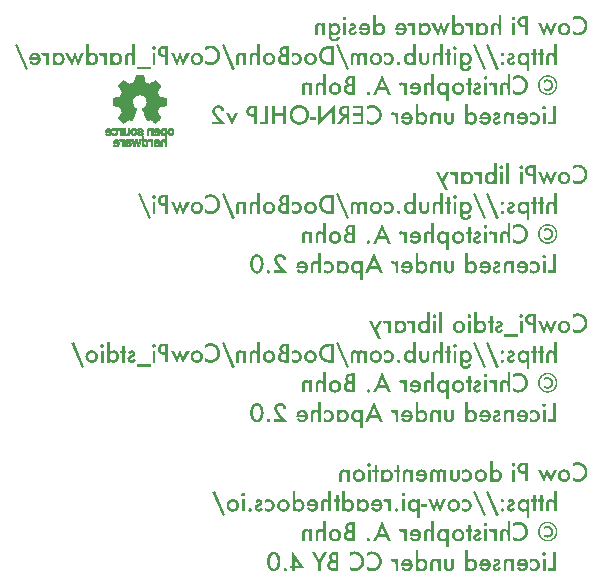
<source format=gbr>
%TF.GenerationSoftware,KiCad,Pcbnew,7.0.2-0*%
%TF.CreationDate,2023-10-11T20:45:17-05:00*%
%TF.ProjectId,CowPi-mk4b,436f7750-692d-46d6-9b34-622e6b696361,mk4b*%
%TF.SameCoordinates,Original*%
%TF.FileFunction,Legend,Bot*%
%TF.FilePolarity,Positive*%
%FSLAX46Y46*%
G04 Gerber Fmt 4.6, Leading zero omitted, Abs format (unit mm)*
G04 Created by KiCad (PCBNEW 7.0.2-0) date 2023-10-11 20:45:17*
%MOMM*%
%LPD*%
G01*
G04 APERTURE LIST*
%ADD10C,0.150000*%
%ADD11C,0.010000*%
G04 APERTURE END LIST*
D10*
G36*
X224648506Y-74621692D02*
G01*
X224648506Y-74909288D01*
X224661595Y-74898604D01*
X224674712Y-74888260D01*
X224687858Y-74878254D01*
X224701033Y-74868588D01*
X224714237Y-74859260D01*
X224727469Y-74850272D01*
X224740729Y-74841623D01*
X224754019Y-74833314D01*
X224767336Y-74825343D01*
X224780683Y-74817712D01*
X224794058Y-74810419D01*
X224807462Y-74803466D01*
X224820894Y-74796852D01*
X224834355Y-74790578D01*
X224847845Y-74784642D01*
X224874910Y-74773789D01*
X224902090Y-74764292D01*
X224929384Y-74756152D01*
X224956793Y-74749368D01*
X224984316Y-74743941D01*
X225011953Y-74739871D01*
X225039705Y-74737158D01*
X225067572Y-74735801D01*
X225081548Y-74735632D01*
X225096883Y-74735803D01*
X225112065Y-74736317D01*
X225127096Y-74737174D01*
X225141975Y-74738374D01*
X225156703Y-74739916D01*
X225171279Y-74741801D01*
X225199975Y-74746600D01*
X225228065Y-74752769D01*
X225255548Y-74760310D01*
X225282425Y-74769221D01*
X225308694Y-74779504D01*
X225334357Y-74791157D01*
X225359413Y-74804182D01*
X225383862Y-74818577D01*
X225407704Y-74834344D01*
X225430940Y-74851482D01*
X225453568Y-74869990D01*
X225464655Y-74879758D01*
X225475590Y-74889870D01*
X225486374Y-74900324D01*
X225497005Y-74911120D01*
X225507464Y-74922141D01*
X225517590Y-74933312D01*
X225527385Y-74944635D01*
X225536847Y-74956109D01*
X225545978Y-74967733D01*
X225554776Y-74979509D01*
X225571377Y-75003513D01*
X225586650Y-75028121D01*
X225600595Y-75053332D01*
X225613211Y-75079148D01*
X225624500Y-75105568D01*
X225634461Y-75132592D01*
X225643093Y-75160219D01*
X225650397Y-75188451D01*
X225653552Y-75202793D01*
X225656374Y-75217286D01*
X225658864Y-75231930D01*
X225661022Y-75246726D01*
X225662848Y-75261672D01*
X225664342Y-75276769D01*
X225665504Y-75292017D01*
X225666334Y-75307416D01*
X225666832Y-75322966D01*
X225666998Y-75338667D01*
X225666832Y-75354185D01*
X225666334Y-75369551D01*
X225665504Y-75384765D01*
X225664342Y-75399827D01*
X225662848Y-75414738D01*
X225661022Y-75429497D01*
X225658864Y-75444104D01*
X225656374Y-75458560D01*
X225650397Y-75487016D01*
X225643093Y-75514866D01*
X225634461Y-75542108D01*
X225624500Y-75568744D01*
X225613211Y-75594773D01*
X225600595Y-75620195D01*
X225586650Y-75645011D01*
X225571377Y-75669219D01*
X225554776Y-75692821D01*
X225536847Y-75715816D01*
X225527385Y-75727086D01*
X225517590Y-75738205D01*
X225507464Y-75749171D01*
X225497005Y-75759986D01*
X225486306Y-75770535D01*
X225475457Y-75780749D01*
X225464459Y-75790628D01*
X225453311Y-75800172D01*
X225430566Y-75818255D01*
X225407223Y-75834999D01*
X225383282Y-75850404D01*
X225358743Y-75864469D01*
X225333605Y-75877194D01*
X225307870Y-75888580D01*
X225281536Y-75898626D01*
X225254604Y-75907333D01*
X225227074Y-75914701D01*
X225198945Y-75920729D01*
X225170218Y-75925417D01*
X225155631Y-75927259D01*
X225140894Y-75928766D01*
X225126007Y-75929938D01*
X225110970Y-75930775D01*
X225095785Y-75931277D01*
X225080449Y-75931445D01*
X225064705Y-75931283D01*
X225049257Y-75930798D01*
X225034103Y-75929989D01*
X225019243Y-75928857D01*
X224997507Y-75926553D01*
X224976435Y-75923521D01*
X224956025Y-75919761D01*
X224936279Y-75915273D01*
X224917196Y-75910058D01*
X224898777Y-75904115D01*
X224881021Y-75897444D01*
X224863928Y-75890046D01*
X224848373Y-75883285D01*
X224832622Y-75875827D01*
X224816674Y-75867672D01*
X224803774Y-75860645D01*
X224790748Y-75853172D01*
X224777596Y-75845252D01*
X224764319Y-75836886D01*
X224760980Y-75834725D01*
X224747521Y-75825794D01*
X224733891Y-75816406D01*
X224720090Y-75806560D01*
X224706116Y-75796256D01*
X224691971Y-75785494D01*
X224677655Y-75774274D01*
X224663166Y-75762597D01*
X224648506Y-75750461D01*
X224648506Y-76044285D01*
X224661394Y-76051768D01*
X224674323Y-76059014D01*
X224687292Y-76066022D01*
X224700300Y-76072793D01*
X224726438Y-76085621D01*
X224752736Y-76097499D01*
X224779195Y-76108427D01*
X224805813Y-76118405D01*
X224832592Y-76127432D01*
X224859531Y-76135510D01*
X224886631Y-76142637D01*
X224913891Y-76148813D01*
X224941311Y-76154040D01*
X224968891Y-76158316D01*
X224996632Y-76161642D01*
X225024533Y-76164017D01*
X225052594Y-76165443D01*
X225080816Y-76165918D01*
X225102036Y-76165683D01*
X225123060Y-76164980D01*
X225143890Y-76163809D01*
X225164524Y-76162168D01*
X225184963Y-76160059D01*
X225205206Y-76157481D01*
X225225254Y-76154435D01*
X225245107Y-76150920D01*
X225264764Y-76146936D01*
X225284226Y-76142483D01*
X225303493Y-76137562D01*
X225322564Y-76132172D01*
X225341440Y-76126314D01*
X225360121Y-76119986D01*
X225378606Y-76113190D01*
X225396896Y-76105926D01*
X225414991Y-76098192D01*
X225432890Y-76089990D01*
X225450594Y-76081320D01*
X225468103Y-76072180D01*
X225485416Y-76062572D01*
X225502534Y-76052495D01*
X225519456Y-76041950D01*
X225536183Y-76030935D01*
X225552715Y-76019453D01*
X225569052Y-76007501D01*
X225585193Y-75995081D01*
X225601139Y-75982192D01*
X225616889Y-75968834D01*
X225632444Y-75955008D01*
X225647804Y-75940713D01*
X225662968Y-75925949D01*
X225677732Y-75910716D01*
X225692027Y-75895288D01*
X225705853Y-75879664D01*
X225719211Y-75863845D01*
X225732100Y-75847830D01*
X225744520Y-75831620D01*
X225756472Y-75815215D01*
X225767955Y-75798615D01*
X225778969Y-75781819D01*
X225789514Y-75764828D01*
X225799591Y-75747641D01*
X225809199Y-75730259D01*
X225818339Y-75712682D01*
X225827009Y-75694909D01*
X225835211Y-75676941D01*
X225842945Y-75658778D01*
X225850209Y-75640419D01*
X225857005Y-75621865D01*
X225863333Y-75603116D01*
X225869191Y-75584171D01*
X225874581Y-75565031D01*
X225879503Y-75545696D01*
X225883955Y-75526165D01*
X225887939Y-75506439D01*
X225891454Y-75486518D01*
X225894501Y-75466401D01*
X225897078Y-75446089D01*
X225899187Y-75425581D01*
X225900828Y-75404879D01*
X225902000Y-75383981D01*
X225902703Y-75362887D01*
X225902937Y-75341598D01*
X225902741Y-75322498D01*
X225902153Y-75303529D01*
X225901172Y-75284691D01*
X225899800Y-75265984D01*
X225898035Y-75247408D01*
X225895879Y-75228963D01*
X225893330Y-75210648D01*
X225890389Y-75192465D01*
X225887056Y-75174413D01*
X225883331Y-75156491D01*
X225879213Y-75138701D01*
X225874704Y-75121041D01*
X225869802Y-75103513D01*
X225864509Y-75086115D01*
X225858823Y-75068848D01*
X225852745Y-75051712D01*
X225846275Y-75034708D01*
X225839413Y-75017834D01*
X225832159Y-75001091D01*
X225824512Y-74984479D01*
X225816474Y-74967998D01*
X225808043Y-74951648D01*
X225799220Y-74935429D01*
X225790005Y-74919340D01*
X225780398Y-74903383D01*
X225770399Y-74887557D01*
X225760008Y-74871862D01*
X225749224Y-74856297D01*
X225738049Y-74840864D01*
X225726481Y-74825561D01*
X225714521Y-74810390D01*
X225702169Y-74795349D01*
X225686572Y-74777249D01*
X225670691Y-74759724D01*
X225654526Y-74742774D01*
X225638078Y-74726398D01*
X225621347Y-74710597D01*
X225604333Y-74695370D01*
X225587035Y-74680718D01*
X225569454Y-74666641D01*
X225551589Y-74653138D01*
X225533441Y-74640210D01*
X225515010Y-74627856D01*
X225496295Y-74616077D01*
X225477297Y-74604872D01*
X225458016Y-74594242D01*
X225438451Y-74584187D01*
X225418603Y-74574706D01*
X225398472Y-74565800D01*
X225378057Y-74557468D01*
X225357359Y-74549711D01*
X225336377Y-74542529D01*
X225315113Y-74535921D01*
X225293564Y-74529888D01*
X225271733Y-74524429D01*
X225249618Y-74519545D01*
X225227220Y-74515236D01*
X225204538Y-74511501D01*
X225181573Y-74508341D01*
X225158324Y-74505755D01*
X225134793Y-74503744D01*
X225110978Y-74502308D01*
X225086879Y-74501446D01*
X225062497Y-74501159D01*
X225035764Y-74501629D01*
X225009145Y-74503042D01*
X224982641Y-74505396D01*
X224956252Y-74508692D01*
X224929976Y-74512929D01*
X224903816Y-74518109D01*
X224877770Y-74524229D01*
X224851838Y-74531292D01*
X224826021Y-74539296D01*
X224800318Y-74548242D01*
X224774730Y-74558130D01*
X224749256Y-74568959D01*
X224723897Y-74580730D01*
X224698652Y-74593442D01*
X224673521Y-74607097D01*
X224648506Y-74621692D01*
G37*
G36*
X223954808Y-75111383D02*
G01*
X223981591Y-75113164D01*
X224007850Y-75116134D01*
X224033586Y-75120291D01*
X224058798Y-75125636D01*
X224083486Y-75132170D01*
X224107650Y-75139890D01*
X224131291Y-75148799D01*
X224154408Y-75158895D01*
X224177001Y-75170180D01*
X224199070Y-75182652D01*
X224220615Y-75196312D01*
X224241637Y-75211160D01*
X224262134Y-75227195D01*
X224282108Y-75244419D01*
X224301559Y-75262830D01*
X224320147Y-75282041D01*
X224337537Y-75301756D01*
X224353727Y-75321975D01*
X224368718Y-75342697D01*
X224382509Y-75363924D01*
X224395102Y-75385654D01*
X224406495Y-75407887D01*
X224416689Y-75430625D01*
X224425683Y-75453866D01*
X224433478Y-75477611D01*
X224440074Y-75501860D01*
X224445471Y-75526612D01*
X224449669Y-75551868D01*
X224452667Y-75577628D01*
X224454466Y-75603892D01*
X224455065Y-75630660D01*
X224454477Y-75659069D01*
X224452713Y-75686868D01*
X224449772Y-75714058D01*
X224445654Y-75740638D01*
X224440361Y-75766608D01*
X224433891Y-75791969D01*
X224426244Y-75816720D01*
X224417421Y-75840861D01*
X224407422Y-75864393D01*
X224396247Y-75887315D01*
X224383895Y-75909627D01*
X224370366Y-75931330D01*
X224355662Y-75952423D01*
X224339781Y-75972907D01*
X224322723Y-75992781D01*
X224304490Y-76012045D01*
X224285430Y-76030678D01*
X224265804Y-76048109D01*
X224245611Y-76064338D01*
X224224851Y-76079364D01*
X224203525Y-76093189D01*
X224181632Y-76105811D01*
X224159172Y-76117231D01*
X224136145Y-76127450D01*
X224112552Y-76136466D01*
X224088392Y-76144279D01*
X224063665Y-76150891D01*
X224038372Y-76156301D01*
X224012512Y-76160508D01*
X223986085Y-76163514D01*
X223959091Y-76165317D01*
X223931531Y-76165918D01*
X223903689Y-76165328D01*
X223876399Y-76163559D01*
X223849661Y-76160611D01*
X223823476Y-76156484D01*
X223797844Y-76151177D01*
X223772763Y-76144692D01*
X223748236Y-76137027D01*
X223724260Y-76128182D01*
X223700837Y-76118159D01*
X223677967Y-76106956D01*
X223655648Y-76094574D01*
X223633883Y-76081013D01*
X223612669Y-76066272D01*
X223592008Y-76050353D01*
X223571900Y-76033254D01*
X223552344Y-76014976D01*
X223533711Y-75995733D01*
X223516280Y-75975924D01*
X223500051Y-75955547D01*
X223485024Y-75934605D01*
X223471200Y-75913095D01*
X223458577Y-75891019D01*
X223447157Y-75868376D01*
X223436939Y-75845166D01*
X223427923Y-75821389D01*
X223420109Y-75797046D01*
X223413497Y-75772136D01*
X223408088Y-75746660D01*
X223403880Y-75720616D01*
X223400875Y-75694006D01*
X223399072Y-75666829D01*
X223398471Y-75639086D01*
X223634409Y-75639086D01*
X223634487Y-75648097D01*
X223635111Y-75665777D01*
X223636359Y-75683001D01*
X223638231Y-75699771D01*
X223640727Y-75716086D01*
X223643847Y-75731945D01*
X223647591Y-75747350D01*
X223651958Y-75762299D01*
X223656950Y-75776794D01*
X223662566Y-75790833D01*
X223668805Y-75804417D01*
X223675669Y-75817546D01*
X223683157Y-75830220D01*
X223695558Y-75848377D01*
X223704605Y-75859913D01*
X223714277Y-75870995D01*
X223724425Y-75881509D01*
X223740436Y-75896009D01*
X223757393Y-75908982D01*
X223775298Y-75920429D01*
X223794148Y-75930350D01*
X223813946Y-75938744D01*
X223834690Y-75945613D01*
X223849046Y-75949344D01*
X223863822Y-75952396D01*
X223879019Y-75954770D01*
X223894637Y-75956466D01*
X223910675Y-75957484D01*
X223927134Y-75957823D01*
X223943465Y-75957479D01*
X223959392Y-75956449D01*
X223974915Y-75954732D01*
X223990035Y-75952327D01*
X224004751Y-75949236D01*
X224019063Y-75945458D01*
X224039775Y-75938503D01*
X224059579Y-75930002D01*
X224078475Y-75919956D01*
X224096463Y-75908364D01*
X224113543Y-75895226D01*
X224129715Y-75880543D01*
X224139992Y-75869895D01*
X224144861Y-75864408D01*
X224158539Y-75847215D01*
X224166885Y-75835145D01*
X224174613Y-75822589D01*
X224181723Y-75809546D01*
X224188215Y-75796016D01*
X224194088Y-75782000D01*
X224199343Y-75767497D01*
X224203980Y-75752507D01*
X224207998Y-75737031D01*
X224211399Y-75721069D01*
X224214181Y-75704619D01*
X224216345Y-75687684D01*
X224217890Y-75670261D01*
X224218818Y-75652352D01*
X224219127Y-75633957D01*
X224218812Y-75616755D01*
X224217867Y-75599954D01*
X224216293Y-75583553D01*
X224214089Y-75567553D01*
X224211256Y-75551954D01*
X224207792Y-75536756D01*
X224203699Y-75521958D01*
X224198977Y-75507561D01*
X224193624Y-75493565D01*
X224187642Y-75479969D01*
X224181031Y-75466775D01*
X224173789Y-75453980D01*
X224165918Y-75441587D01*
X224157417Y-75429594D01*
X224148287Y-75418002D01*
X224138527Y-75406811D01*
X224128213Y-75396164D01*
X224112017Y-75381480D01*
X224094952Y-75368343D01*
X224077018Y-75356751D01*
X224058214Y-75346704D01*
X224038541Y-75338204D01*
X224017998Y-75331248D01*
X224003820Y-75327470D01*
X223989256Y-75324379D01*
X223974305Y-75321975D01*
X223958968Y-75320257D01*
X223943244Y-75319227D01*
X223927134Y-75318884D01*
X223910804Y-75319227D01*
X223894877Y-75320257D01*
X223879354Y-75321975D01*
X223864234Y-75324379D01*
X223849518Y-75327470D01*
X223835206Y-75331248D01*
X223814494Y-75338204D01*
X223794689Y-75346704D01*
X223775793Y-75356751D01*
X223757805Y-75368343D01*
X223740725Y-75381480D01*
X223724554Y-75396164D01*
X223714277Y-75406811D01*
X223704605Y-75417894D01*
X223695558Y-75429434D01*
X223687134Y-75441432D01*
X223679335Y-75453889D01*
X223672159Y-75466803D01*
X223665608Y-75480175D01*
X223659680Y-75494006D01*
X223654376Y-75508294D01*
X223649696Y-75523040D01*
X223645641Y-75538244D01*
X223642209Y-75553906D01*
X223639401Y-75570026D01*
X223637217Y-75586604D01*
X223635657Y-75603640D01*
X223634721Y-75621134D01*
X223634409Y-75639086D01*
X223398471Y-75639086D01*
X223399068Y-75611559D01*
X223400858Y-75584572D01*
X223403842Y-75558127D01*
X223408019Y-75532222D01*
X223413390Y-75506859D01*
X223419955Y-75482036D01*
X223427713Y-75457754D01*
X223436664Y-75434014D01*
X223446809Y-75410814D01*
X223458148Y-75388155D01*
X223470680Y-75366037D01*
X223484406Y-75344460D01*
X223499325Y-75323425D01*
X223515438Y-75302930D01*
X223532745Y-75282976D01*
X223551245Y-75263563D01*
X223570832Y-75245063D01*
X223590944Y-75227756D01*
X223611579Y-75211643D01*
X223632738Y-75196724D01*
X223654421Y-75182998D01*
X223676627Y-75170466D01*
X223699357Y-75159127D01*
X223722612Y-75148982D01*
X223746389Y-75140031D01*
X223770691Y-75132273D01*
X223795517Y-75125708D01*
X223820866Y-75120337D01*
X223846739Y-75116160D01*
X223873136Y-75113176D01*
X223900056Y-75111385D01*
X223927501Y-75110789D01*
X223954808Y-75111383D01*
G37*
G36*
X223055920Y-75134236D02*
G01*
X222794336Y-75707230D01*
X222512602Y-75042645D01*
X222228303Y-75707230D01*
X221970016Y-75134236D01*
X221711730Y-75134236D01*
X222234531Y-76213179D01*
X222512602Y-75567279D01*
X222793603Y-76213179D01*
X223315306Y-75134236D01*
X223055920Y-75134236D01*
G37*
G36*
X220866161Y-76130747D02*
G01*
X220630222Y-76130747D01*
X220630222Y-75485946D01*
X220518481Y-75485946D01*
X220502988Y-75485822D01*
X220487695Y-75485451D01*
X220472603Y-75484832D01*
X220457711Y-75483965D01*
X220428527Y-75481489D01*
X220400146Y-75478023D01*
X220372565Y-75473567D01*
X220345786Y-75468120D01*
X220319809Y-75461683D01*
X220294633Y-75454255D01*
X220270258Y-75445837D01*
X220246685Y-75436429D01*
X220223913Y-75426031D01*
X220201943Y-75414642D01*
X220180774Y-75402263D01*
X220160406Y-75388894D01*
X220140840Y-75374534D01*
X220122075Y-75359184D01*
X220104285Y-75342986D01*
X220087643Y-75326085D01*
X220072148Y-75308479D01*
X220057801Y-75290170D01*
X220044602Y-75271156D01*
X220032551Y-75251438D01*
X220021647Y-75231016D01*
X220011891Y-75209890D01*
X220003283Y-75188060D01*
X219995823Y-75165526D01*
X219989510Y-75142287D01*
X219984345Y-75118345D01*
X219980328Y-75093698D01*
X219977459Y-75068348D01*
X219975737Y-75042293D01*
X219975163Y-75015534D01*
X219975226Y-75012603D01*
X220211102Y-75012603D01*
X220211424Y-75028922D01*
X220212391Y-75044723D01*
X220214003Y-75060006D01*
X220219161Y-75089017D01*
X220226897Y-75115956D01*
X220237213Y-75140823D01*
X220250107Y-75163618D01*
X220265580Y-75184341D01*
X220283632Y-75202991D01*
X220304263Y-75219569D01*
X220327473Y-75234075D01*
X220353261Y-75246508D01*
X220367123Y-75251948D01*
X220381629Y-75256869D01*
X220396780Y-75261273D01*
X220412575Y-75265158D01*
X220429015Y-75268526D01*
X220446100Y-75271375D01*
X220463830Y-75273706D01*
X220482204Y-75275520D01*
X220501223Y-75276815D01*
X220520887Y-75277592D01*
X220541196Y-75277851D01*
X220630222Y-75277851D01*
X220630222Y-74756148D01*
X220551454Y-74756148D01*
X220530514Y-74756399D01*
X220510239Y-74757150D01*
X220490629Y-74758402D01*
X220471684Y-74760155D01*
X220453403Y-74762409D01*
X220435787Y-74765164D01*
X220418836Y-74768420D01*
X220402550Y-74772177D01*
X220386928Y-74776434D01*
X220371971Y-74781193D01*
X220357679Y-74786452D01*
X220331089Y-74798473D01*
X220307158Y-74812498D01*
X220285886Y-74828527D01*
X220267273Y-74846559D01*
X220251319Y-74866594D01*
X220238024Y-74888633D01*
X220227388Y-74912676D01*
X220219411Y-74938722D01*
X220214093Y-74966772D01*
X220212431Y-74981548D01*
X220211434Y-74996825D01*
X220211102Y-75012603D01*
X219975226Y-75012603D01*
X219975698Y-74990524D01*
X219977304Y-74966052D01*
X219979980Y-74942118D01*
X219983727Y-74918722D01*
X219988544Y-74895865D01*
X219994432Y-74873545D01*
X220001390Y-74851763D01*
X220009418Y-74830520D01*
X220018517Y-74809815D01*
X220028687Y-74789648D01*
X220039927Y-74770018D01*
X220052237Y-74750927D01*
X220065618Y-74732374D01*
X220080069Y-74714360D01*
X220095591Y-74696883D01*
X220112183Y-74679944D01*
X220122035Y-74670563D01*
X220137178Y-74657206D01*
X220152758Y-74644705D01*
X220168777Y-74633060D01*
X220185233Y-74622272D01*
X220202127Y-74612340D01*
X220219459Y-74603265D01*
X220237229Y-74595047D01*
X220255437Y-74587685D01*
X220274083Y-74581179D01*
X220293167Y-74575531D01*
X220299628Y-74573840D01*
X220320158Y-74569091D01*
X220334800Y-74566193D01*
X220350206Y-74563509D01*
X220366376Y-74561041D01*
X220383310Y-74558787D01*
X220401009Y-74556747D01*
X220419471Y-74554923D01*
X220438698Y-74553313D01*
X220458689Y-74551917D01*
X220479445Y-74550737D01*
X220500964Y-74549771D01*
X220523248Y-74549019D01*
X220546296Y-74548483D01*
X220570109Y-74548161D01*
X220594685Y-74548053D01*
X220866161Y-74548053D01*
X220866161Y-76130747D01*
G37*
G36*
X219542853Y-75134236D02*
G01*
X219542853Y-76142471D01*
X219778792Y-76142471D01*
X219778792Y-75134236D01*
X219542853Y-75134236D01*
G37*
G36*
X219802239Y-74722443D02*
G01*
X219801541Y-74707319D01*
X219799446Y-74692721D01*
X219794862Y-74675215D01*
X219788097Y-74658532D01*
X219779149Y-74642672D01*
X219770419Y-74630576D01*
X219760293Y-74619007D01*
X219757543Y-74616197D01*
X219746008Y-74605721D01*
X219733935Y-74596642D01*
X219721324Y-74588960D01*
X219704804Y-74581322D01*
X219687443Y-74575865D01*
X219672948Y-74573072D01*
X219657916Y-74571675D01*
X219650198Y-74571501D01*
X219634645Y-74572199D01*
X219619675Y-74574294D01*
X219605290Y-74577786D01*
X219588129Y-74584115D01*
X219575057Y-74590750D01*
X219562569Y-74598781D01*
X219550665Y-74608209D01*
X219542120Y-74616197D01*
X219531645Y-74627411D01*
X219522566Y-74639255D01*
X219513181Y-74654945D01*
X219505979Y-74671620D01*
X219501789Y-74685667D01*
X219498995Y-74700345D01*
X219497599Y-74715652D01*
X219497424Y-74723542D01*
X219498122Y-74739175D01*
X219500218Y-74754202D01*
X219503709Y-74768622D01*
X219510039Y-74785793D01*
X219518550Y-74802017D01*
X219526931Y-74814313D01*
X219536708Y-74826002D01*
X219542120Y-74831619D01*
X219553329Y-74842095D01*
X219565156Y-74851174D01*
X219580808Y-74860558D01*
X219597427Y-74867760D01*
X219615012Y-74872780D01*
X219629775Y-74875224D01*
X219645157Y-74876272D01*
X219649099Y-74876316D01*
X219664658Y-74875623D01*
X219679644Y-74873545D01*
X219694059Y-74870082D01*
X219707900Y-74865233D01*
X219721170Y-74858999D01*
X219733866Y-74851380D01*
X219745991Y-74842375D01*
X219757543Y-74831986D01*
X219768018Y-74820497D01*
X219777097Y-74808378D01*
X219784780Y-74795630D01*
X219791065Y-74782252D01*
X219795954Y-74768244D01*
X219799446Y-74753606D01*
X219801541Y-74738339D01*
X219802239Y-74722443D01*
G37*
G36*
X218609357Y-74407369D02*
G01*
X218373418Y-74407369D01*
X218373418Y-75221431D01*
X218357841Y-75208033D01*
X218342066Y-75195499D01*
X218326093Y-75183830D01*
X218309923Y-75173025D01*
X218293555Y-75163084D01*
X218276990Y-75154008D01*
X218260228Y-75145797D01*
X218243268Y-75138449D01*
X218226110Y-75131966D01*
X218208755Y-75126348D01*
X218191202Y-75121594D01*
X218173452Y-75117704D01*
X218155505Y-75114678D01*
X218137360Y-75112517D01*
X218119017Y-75111221D01*
X218100477Y-75110789D01*
X218079450Y-75111219D01*
X218058958Y-75112512D01*
X218039001Y-75114666D01*
X218019579Y-75117681D01*
X218000693Y-75121558D01*
X217982342Y-75126296D01*
X217964526Y-75131896D01*
X217947245Y-75138358D01*
X217930500Y-75145681D01*
X217914290Y-75153865D01*
X217898615Y-75162911D01*
X217883475Y-75172819D01*
X217868870Y-75183588D01*
X217854801Y-75195219D01*
X217841267Y-75207711D01*
X217828268Y-75221064D01*
X217817798Y-75233509D01*
X217808004Y-75246847D01*
X217798885Y-75261078D01*
X217790441Y-75276202D01*
X217782673Y-75292219D01*
X217775581Y-75309129D01*
X217769164Y-75326932D01*
X217763422Y-75345628D01*
X217758356Y-75365217D01*
X217753965Y-75385699D01*
X217750250Y-75407074D01*
X217747210Y-75429342D01*
X217744846Y-75452504D01*
X217743157Y-75476558D01*
X217742144Y-75501505D01*
X217741806Y-75527345D01*
X217741806Y-76142471D01*
X217977745Y-76142471D01*
X217977745Y-75548228D01*
X217977911Y-75533376D01*
X217978783Y-75512074D01*
X217980401Y-75491945D01*
X217982767Y-75472988D01*
X217985879Y-75455203D01*
X217989739Y-75438590D01*
X217994346Y-75423149D01*
X217999700Y-75408880D01*
X218008000Y-75391678D01*
X218017629Y-75376560D01*
X218020243Y-75373106D01*
X218031583Y-75360397D01*
X218044538Y-75349383D01*
X218059107Y-75340064D01*
X218075290Y-75332439D01*
X218093087Y-75326509D01*
X218107494Y-75323173D01*
X218122810Y-75320790D01*
X218139033Y-75319360D01*
X218156164Y-75318884D01*
X218170908Y-75319178D01*
X218191982Y-75320726D01*
X218211806Y-75323601D01*
X218230381Y-75327802D01*
X218247707Y-75333329D01*
X218263783Y-75340184D01*
X218278610Y-75348364D01*
X218292188Y-75357872D01*
X218304516Y-75368706D01*
X218315595Y-75380867D01*
X218325425Y-75394355D01*
X218334002Y-75409668D01*
X218341735Y-75426894D01*
X218348625Y-75446032D01*
X218354671Y-75467084D01*
X218358233Y-75482180D01*
X218361420Y-75498127D01*
X218364232Y-75514924D01*
X218366669Y-75532571D01*
X218368732Y-75551068D01*
X218370419Y-75570416D01*
X218371731Y-75590613D01*
X218372669Y-75611660D01*
X218373231Y-75633558D01*
X218373418Y-75656305D01*
X218373418Y-76142471D01*
X218609357Y-76142471D01*
X218609357Y-74407369D01*
G37*
G36*
X217060748Y-75111374D02*
G01*
X217085150Y-75113130D01*
X217109028Y-75116057D01*
X217132382Y-75120154D01*
X217155213Y-75125422D01*
X217177520Y-75131860D01*
X217199303Y-75139470D01*
X217220562Y-75148249D01*
X217241297Y-75158200D01*
X217261509Y-75169321D01*
X217281196Y-75181613D01*
X217300360Y-75195075D01*
X217319001Y-75209708D01*
X217337117Y-75225512D01*
X217354710Y-75242487D01*
X217371779Y-75260632D01*
X217388016Y-75279654D01*
X217403206Y-75299260D01*
X217417348Y-75319450D01*
X217430443Y-75340224D01*
X217442490Y-75361582D01*
X217453489Y-75383524D01*
X217463441Y-75406050D01*
X217472346Y-75429159D01*
X217480202Y-75452853D01*
X217487012Y-75477130D01*
X217492773Y-75501991D01*
X217497487Y-75527436D01*
X217501154Y-75553466D01*
X217503773Y-75580078D01*
X217505344Y-75607275D01*
X217505868Y-75635056D01*
X217505344Y-75663292D01*
X217503773Y-75690938D01*
X217501154Y-75717995D01*
X217497487Y-75744462D01*
X217492773Y-75770339D01*
X217487012Y-75795627D01*
X217480202Y-75820325D01*
X217472346Y-75844433D01*
X217463441Y-75867952D01*
X217453489Y-75890881D01*
X217442490Y-75913221D01*
X217430443Y-75934971D01*
X217417348Y-75956131D01*
X217403206Y-75976702D01*
X217388016Y-75996683D01*
X217371779Y-76016075D01*
X217354557Y-76034220D01*
X217336779Y-76051194D01*
X217318447Y-76066998D01*
X217299559Y-76081631D01*
X217280116Y-76095094D01*
X217260118Y-76107385D01*
X217239564Y-76118507D01*
X217218455Y-76128457D01*
X217196791Y-76137237D01*
X217174572Y-76144846D01*
X217151797Y-76151285D01*
X217128467Y-76156553D01*
X217104582Y-76160650D01*
X217080141Y-76163577D01*
X217055145Y-76165332D01*
X217029594Y-76165918D01*
X217009162Y-76165401D01*
X216988899Y-76163851D01*
X216968805Y-76161268D01*
X216948880Y-76157652D01*
X216929123Y-76153002D01*
X216909536Y-76147319D01*
X216890117Y-76140603D01*
X216870867Y-76132853D01*
X216851786Y-76124071D01*
X216832874Y-76114255D01*
X216814131Y-76103405D01*
X216795556Y-76091523D01*
X216777151Y-76078607D01*
X216758914Y-76064658D01*
X216740846Y-76049676D01*
X216722947Y-76033660D01*
X216722947Y-76142471D01*
X216497633Y-76142471D01*
X216497633Y-75639086D01*
X216708659Y-75639086D01*
X216708967Y-75656388D01*
X216709890Y-75673307D01*
X216711428Y-75689842D01*
X216713582Y-75705993D01*
X216716351Y-75721761D01*
X216719736Y-75737146D01*
X216723736Y-75752147D01*
X216728351Y-75766764D01*
X216733582Y-75780998D01*
X216739428Y-75794848D01*
X216745890Y-75808315D01*
X216752966Y-75821398D01*
X216760659Y-75834098D01*
X216768966Y-75846414D01*
X216777889Y-75858346D01*
X216787428Y-75869895D01*
X216802631Y-75885609D01*
X216818704Y-75899777D01*
X216835647Y-75912399D01*
X216853459Y-75923476D01*
X216872140Y-75933007D01*
X216891691Y-75940993D01*
X216912111Y-75947433D01*
X216933401Y-75952327D01*
X216948077Y-75954732D01*
X216963139Y-75956449D01*
X216978588Y-75957479D01*
X216994423Y-75957823D01*
X217001871Y-75957734D01*
X217016525Y-75957024D01*
X217037906Y-75954629D01*
X217058566Y-75950636D01*
X217078504Y-75945046D01*
X217097721Y-75937859D01*
X217116217Y-75929075D01*
X217133991Y-75918693D01*
X217151044Y-75906715D01*
X217167376Y-75893140D01*
X217182986Y-75877967D01*
X217192993Y-75866965D01*
X217202309Y-75855536D01*
X217211025Y-75843689D01*
X217219139Y-75831424D01*
X217226652Y-75818742D01*
X217233565Y-75805641D01*
X217239876Y-75792123D01*
X217245586Y-75778187D01*
X217250695Y-75763833D01*
X217255203Y-75749061D01*
X217259110Y-75733871D01*
X217262416Y-75718264D01*
X217265121Y-75702238D01*
X217267224Y-75685795D01*
X217268727Y-75668933D01*
X217269629Y-75651654D01*
X217269929Y-75633957D01*
X217269620Y-75617365D01*
X217268693Y-75601110D01*
X217267147Y-75585193D01*
X217264983Y-75569614D01*
X217262201Y-75554373D01*
X217258801Y-75539469D01*
X217254782Y-75524903D01*
X217250146Y-75510675D01*
X217244891Y-75496785D01*
X217239017Y-75483232D01*
X217232526Y-75470017D01*
X217225416Y-75457140D01*
X217217688Y-75444601D01*
X217209342Y-75432399D01*
X217200377Y-75420535D01*
X217190795Y-75409009D01*
X217185787Y-75403464D01*
X217175540Y-75392903D01*
X217159591Y-75378381D01*
X217142945Y-75365443D01*
X217125605Y-75354089D01*
X217107568Y-75344319D01*
X217088837Y-75336134D01*
X217069409Y-75329533D01*
X217049286Y-75324516D01*
X217028468Y-75321084D01*
X217006954Y-75319236D01*
X216992225Y-75318884D01*
X216976656Y-75319231D01*
X216961456Y-75320275D01*
X216946626Y-75322013D01*
X216925072Y-75325926D01*
X216904349Y-75331403D01*
X216884457Y-75338445D01*
X216865396Y-75347052D01*
X216847165Y-75357224D01*
X216829765Y-75368961D01*
X216813196Y-75382263D01*
X216797458Y-75397130D01*
X216787428Y-75407910D01*
X216777889Y-75419461D01*
X216768966Y-75431398D01*
X216760659Y-75443721D01*
X216752966Y-75456431D01*
X216745890Y-75469527D01*
X216739428Y-75483009D01*
X216733582Y-75496878D01*
X216728351Y-75511133D01*
X216723736Y-75525775D01*
X216719736Y-75540803D01*
X216716351Y-75556218D01*
X216713582Y-75572018D01*
X216711428Y-75588206D01*
X216709890Y-75604779D01*
X216708967Y-75621740D01*
X216708659Y-75639086D01*
X216497633Y-75639086D01*
X216497633Y-75134236D01*
X216722947Y-75134236D01*
X216722947Y-75252938D01*
X216740398Y-75235725D01*
X216758130Y-75219622D01*
X216776142Y-75204629D01*
X216794434Y-75190748D01*
X216813007Y-75177976D01*
X216831861Y-75166316D01*
X216850995Y-75155766D01*
X216870409Y-75146326D01*
X216890104Y-75137997D01*
X216910079Y-75130778D01*
X216930335Y-75124670D01*
X216950872Y-75119673D01*
X216971689Y-75115786D01*
X216992786Y-75113010D01*
X217014164Y-75111344D01*
X217035822Y-75110789D01*
X217060748Y-75111374D01*
G37*
G36*
X216200146Y-75134236D02*
G01*
X215964207Y-75134236D01*
X215964207Y-75230223D01*
X215952383Y-75217826D01*
X215940817Y-75206189D01*
X215929508Y-75195312D01*
X215918457Y-75185195D01*
X215904123Y-75172887D01*
X215890247Y-75161931D01*
X215876829Y-75152325D01*
X215863869Y-75144071D01*
X215851367Y-75137167D01*
X215835226Y-75129568D01*
X215818172Y-75123257D01*
X215803873Y-75119135D01*
X215788989Y-75115838D01*
X215773522Y-75113365D01*
X215757470Y-75111716D01*
X215740835Y-75110892D01*
X215732298Y-75110789D01*
X215715123Y-75111294D01*
X215697806Y-75112811D01*
X215680347Y-75115339D01*
X215662746Y-75118877D01*
X215645004Y-75123427D01*
X215627120Y-75128988D01*
X215609095Y-75135560D01*
X215590928Y-75143143D01*
X215572619Y-75151737D01*
X215554168Y-75161343D01*
X215541789Y-75168308D01*
X215647302Y-75392156D01*
X215659572Y-75383776D01*
X215675853Y-75373884D01*
X215692041Y-75365458D01*
X215708138Y-75358497D01*
X215724144Y-75353001D01*
X215740058Y-75348971D01*
X215755880Y-75346407D01*
X215771611Y-75345308D01*
X215775529Y-75345262D01*
X215798377Y-75346368D01*
X215819751Y-75349687D01*
X215839650Y-75355218D01*
X215858076Y-75362962D01*
X215875027Y-75372918D01*
X215890505Y-75385087D01*
X215904508Y-75399468D01*
X215917038Y-75416062D01*
X215928093Y-75434868D01*
X215937674Y-75455887D01*
X215945781Y-75479118D01*
X215952415Y-75504562D01*
X215957574Y-75532218D01*
X215959601Y-75546876D01*
X215961259Y-75562087D01*
X215962549Y-75577851D01*
X215963470Y-75594168D01*
X215964023Y-75611038D01*
X215964207Y-75628461D01*
X215964207Y-76142471D01*
X216200146Y-76142471D01*
X216200146Y-75134236D01*
G37*
G36*
X214702448Y-75254404D02*
G01*
X214719673Y-75237013D01*
X214737184Y-75220744D01*
X214754982Y-75205597D01*
X214773065Y-75191572D01*
X214791435Y-75178669D01*
X214810091Y-75166888D01*
X214829033Y-75156229D01*
X214848261Y-75146692D01*
X214867776Y-75138277D01*
X214887577Y-75130985D01*
X214907664Y-75124814D01*
X214928037Y-75119765D01*
X214948697Y-75115838D01*
X214969642Y-75113033D01*
X214990874Y-75111350D01*
X215012393Y-75110789D01*
X215037085Y-75111378D01*
X215061245Y-75113147D01*
X215084873Y-75116095D01*
X215107968Y-75120223D01*
X215130531Y-75125529D01*
X215152561Y-75132015D01*
X215174059Y-75139680D01*
X215195025Y-75148524D01*
X215215459Y-75158548D01*
X215235360Y-75169750D01*
X215254728Y-75182132D01*
X215273565Y-75195694D01*
X215291868Y-75210434D01*
X215309640Y-75226354D01*
X215326879Y-75243453D01*
X215343586Y-75261731D01*
X215359646Y-75280749D01*
X215374670Y-75300342D01*
X215388657Y-75320511D01*
X215401609Y-75341255D01*
X215413524Y-75362574D01*
X215424404Y-75384469D01*
X215434247Y-75406938D01*
X215443054Y-75429984D01*
X215450825Y-75453604D01*
X215457560Y-75477800D01*
X215463258Y-75502571D01*
X215467921Y-75527917D01*
X215471547Y-75553839D01*
X215474138Y-75580336D01*
X215475692Y-75607408D01*
X215476210Y-75635056D01*
X215475692Y-75663292D01*
X215474138Y-75690938D01*
X215471547Y-75717995D01*
X215467921Y-75744462D01*
X215463258Y-75770339D01*
X215457560Y-75795627D01*
X215450825Y-75820325D01*
X215443054Y-75844433D01*
X215434247Y-75867952D01*
X215424404Y-75890881D01*
X215413524Y-75913221D01*
X215401609Y-75934971D01*
X215388657Y-75956131D01*
X215374670Y-75976702D01*
X215359646Y-75996683D01*
X215343586Y-76016075D01*
X215326602Y-76034220D01*
X215309079Y-76051194D01*
X215291018Y-76066998D01*
X215272420Y-76081631D01*
X215253283Y-76095094D01*
X215233608Y-76107385D01*
X215213395Y-76118507D01*
X215192644Y-76128457D01*
X215171355Y-76137237D01*
X215149527Y-76144846D01*
X215127162Y-76151285D01*
X215104258Y-76156553D01*
X215080817Y-76160650D01*
X215056837Y-76163577D01*
X215032319Y-76165332D01*
X215007264Y-76165918D01*
X214986109Y-76165401D01*
X214965235Y-76163851D01*
X214944641Y-76161268D01*
X214924328Y-76157652D01*
X214904295Y-76153002D01*
X214884543Y-76147319D01*
X214865071Y-76140603D01*
X214845880Y-76132853D01*
X214826969Y-76124071D01*
X214808339Y-76114255D01*
X214789989Y-76103405D01*
X214771920Y-76091523D01*
X214754132Y-76078607D01*
X214736623Y-76064658D01*
X214719396Y-76049676D01*
X214702448Y-76033660D01*
X214702448Y-76142471D01*
X214466510Y-76142471D01*
X214466510Y-75639086D01*
X214688160Y-75639086D01*
X214688462Y-75656388D01*
X214689368Y-75673307D01*
X214690878Y-75689842D01*
X214692992Y-75705993D01*
X214695709Y-75721761D01*
X214699031Y-75737146D01*
X214702956Y-75752147D01*
X214707486Y-75766764D01*
X214712619Y-75780998D01*
X214718357Y-75794848D01*
X214724698Y-75808315D01*
X214731643Y-75821398D01*
X214739192Y-75834098D01*
X214747345Y-75846414D01*
X214756102Y-75858346D01*
X214765463Y-75869895D01*
X214775361Y-75880543D01*
X214790915Y-75895226D01*
X214807320Y-75908364D01*
X214824575Y-75919956D01*
X214842680Y-75930002D01*
X214861635Y-75938503D01*
X214881440Y-75945458D01*
X214902096Y-75950868D01*
X214923601Y-75954732D01*
X214938410Y-75956449D01*
X214953597Y-75957479D01*
X214969162Y-75957823D01*
X214990927Y-75957024D01*
X215011983Y-75954629D01*
X215032332Y-75950636D01*
X215051971Y-75945046D01*
X215070903Y-75937859D01*
X215089126Y-75929075D01*
X215106641Y-75918693D01*
X215123447Y-75906715D01*
X215139545Y-75893140D01*
X215154934Y-75877967D01*
X215164800Y-75866965D01*
X215178288Y-75849665D01*
X215190449Y-75831424D01*
X215197819Y-75818742D01*
X215204599Y-75805641D01*
X215210790Y-75792123D01*
X215216392Y-75778187D01*
X215221403Y-75763833D01*
X215225826Y-75749061D01*
X215229658Y-75733871D01*
X215232901Y-75718264D01*
X215235554Y-75702238D01*
X215237618Y-75685795D01*
X215239092Y-75668933D01*
X215239976Y-75651654D01*
X215240271Y-75633957D01*
X215240195Y-75625619D01*
X215239589Y-75609195D01*
X215238375Y-75593109D01*
X215236555Y-75577361D01*
X215234127Y-75561951D01*
X215231093Y-75546879D01*
X215227453Y-75532144D01*
X215223205Y-75517747D01*
X215218351Y-75503688D01*
X215212890Y-75489966D01*
X215206822Y-75476583D01*
X215196582Y-75457140D01*
X215188997Y-75444601D01*
X215180806Y-75432399D01*
X215172007Y-75420535D01*
X215162602Y-75409009D01*
X215152650Y-75398096D01*
X215137153Y-75383045D01*
X215120974Y-75369579D01*
X215104112Y-75357697D01*
X215086567Y-75347400D01*
X215068340Y-75338687D01*
X215049430Y-75331558D01*
X215029837Y-75326013D01*
X215009562Y-75322052D01*
X214988604Y-75319676D01*
X214966963Y-75318884D01*
X214959269Y-75318971D01*
X214944151Y-75319666D01*
X214929393Y-75321057D01*
X214907933Y-75324448D01*
X214887284Y-75329403D01*
X214867447Y-75335924D01*
X214848421Y-75344009D01*
X214830207Y-75353660D01*
X214812804Y-75364875D01*
X214796212Y-75377655D01*
X214780432Y-75392000D01*
X214765463Y-75407910D01*
X214756102Y-75419461D01*
X214747345Y-75431398D01*
X214739192Y-75443721D01*
X214731643Y-75456431D01*
X214724698Y-75469527D01*
X214718357Y-75483009D01*
X214712619Y-75496878D01*
X214707486Y-75511133D01*
X214702956Y-75525775D01*
X214699031Y-75540803D01*
X214695709Y-75556218D01*
X214692992Y-75572018D01*
X214690878Y-75588206D01*
X214689368Y-75604779D01*
X214688462Y-75621740D01*
X214688160Y-75639086D01*
X214466510Y-75639086D01*
X214466510Y-74407369D01*
X214702448Y-74407369D01*
X214702448Y-75254404D01*
G37*
G36*
X214040428Y-75134236D02*
G01*
X213778844Y-75707230D01*
X213497110Y-75042645D01*
X213212811Y-75707230D01*
X212954525Y-75134236D01*
X212696238Y-75134236D01*
X213219040Y-76213179D01*
X213497110Y-75567279D01*
X213778111Y-76213179D01*
X214299814Y-75134236D01*
X214040428Y-75134236D01*
G37*
G36*
X212180776Y-75111374D02*
G01*
X212205178Y-75113130D01*
X212229056Y-75116057D01*
X212252410Y-75120154D01*
X212275241Y-75125422D01*
X212297548Y-75131860D01*
X212319330Y-75139470D01*
X212340590Y-75148249D01*
X212361325Y-75158200D01*
X212381537Y-75169321D01*
X212401224Y-75181613D01*
X212420388Y-75195075D01*
X212439029Y-75209708D01*
X212457145Y-75225512D01*
X212474738Y-75242487D01*
X212491806Y-75260632D01*
X212508044Y-75279654D01*
X212523234Y-75299260D01*
X212537376Y-75319450D01*
X212550471Y-75340224D01*
X212562518Y-75361582D01*
X212573517Y-75383524D01*
X212583469Y-75406050D01*
X212592373Y-75429159D01*
X212600230Y-75452853D01*
X212607039Y-75477130D01*
X212612801Y-75501991D01*
X212617515Y-75527436D01*
X212621182Y-75553466D01*
X212623801Y-75580078D01*
X212625372Y-75607275D01*
X212625896Y-75635056D01*
X212625372Y-75663292D01*
X212623801Y-75690938D01*
X212621182Y-75717995D01*
X212617515Y-75744462D01*
X212612801Y-75770339D01*
X212607039Y-75795627D01*
X212600230Y-75820325D01*
X212592373Y-75844433D01*
X212583469Y-75867952D01*
X212573517Y-75890881D01*
X212562518Y-75913221D01*
X212550471Y-75934971D01*
X212537376Y-75956131D01*
X212523234Y-75976702D01*
X212508044Y-75996683D01*
X212491806Y-76016075D01*
X212474584Y-76034220D01*
X212456807Y-76051194D01*
X212438475Y-76066998D01*
X212419587Y-76081631D01*
X212400144Y-76095094D01*
X212380145Y-76107385D01*
X212359592Y-76118507D01*
X212338483Y-76128457D01*
X212316819Y-76137237D01*
X212294599Y-76144846D01*
X212271825Y-76151285D01*
X212248495Y-76156553D01*
X212224610Y-76160650D01*
X212200169Y-76163577D01*
X212175173Y-76165332D01*
X212149622Y-76165918D01*
X212129190Y-76165401D01*
X212108927Y-76163851D01*
X212088833Y-76161268D01*
X212068908Y-76157652D01*
X212049151Y-76153002D01*
X212029563Y-76147319D01*
X212010145Y-76140603D01*
X211990895Y-76132853D01*
X211971814Y-76124071D01*
X211952902Y-76114255D01*
X211934159Y-76103405D01*
X211915584Y-76091523D01*
X211897179Y-76078607D01*
X211878942Y-76064658D01*
X211860874Y-76049676D01*
X211842975Y-76033660D01*
X211842975Y-76142471D01*
X211617661Y-76142471D01*
X211617661Y-75639086D01*
X211828687Y-75639086D01*
X211828995Y-75656388D01*
X211829918Y-75673307D01*
X211831456Y-75689842D01*
X211833610Y-75705993D01*
X211836379Y-75721761D01*
X211839764Y-75737146D01*
X211843764Y-75752147D01*
X211848379Y-75766764D01*
X211853610Y-75780998D01*
X211859456Y-75794848D01*
X211865917Y-75808315D01*
X211872994Y-75821398D01*
X211880687Y-75834098D01*
X211888994Y-75846414D01*
X211897917Y-75858346D01*
X211907455Y-75869895D01*
X211922659Y-75885609D01*
X211938732Y-75899777D01*
X211955675Y-75912399D01*
X211973487Y-75923476D01*
X211992168Y-75933007D01*
X212011719Y-75940993D01*
X212032139Y-75947433D01*
X212053429Y-75952327D01*
X212068105Y-75954732D01*
X212083167Y-75956449D01*
X212098616Y-75957479D01*
X212114451Y-75957823D01*
X212121899Y-75957734D01*
X212136553Y-75957024D01*
X212157934Y-75954629D01*
X212178594Y-75950636D01*
X212198532Y-75945046D01*
X212217749Y-75937859D01*
X212236244Y-75929075D01*
X212254019Y-75918693D01*
X212271072Y-75906715D01*
X212287404Y-75893140D01*
X212303014Y-75877967D01*
X212313021Y-75866965D01*
X212322337Y-75855536D01*
X212331053Y-75843689D01*
X212339167Y-75831424D01*
X212346680Y-75818742D01*
X212353593Y-75805641D01*
X212359904Y-75792123D01*
X212365614Y-75778187D01*
X212370723Y-75763833D01*
X212375231Y-75749061D01*
X212379138Y-75733871D01*
X212382444Y-75718264D01*
X212385149Y-75702238D01*
X212387252Y-75685795D01*
X212388755Y-75668933D01*
X212389657Y-75651654D01*
X212389957Y-75633957D01*
X212389648Y-75617365D01*
X212388721Y-75601110D01*
X212387175Y-75585193D01*
X212385011Y-75569614D01*
X212382229Y-75554373D01*
X212378829Y-75539469D01*
X212374810Y-75524903D01*
X212370174Y-75510675D01*
X212364918Y-75496785D01*
X212359045Y-75483232D01*
X212352554Y-75470017D01*
X212345444Y-75457140D01*
X212337716Y-75444601D01*
X212329370Y-75432399D01*
X212320405Y-75420535D01*
X212310822Y-75409009D01*
X212305815Y-75403464D01*
X212295568Y-75392903D01*
X212279619Y-75378381D01*
X212262973Y-75365443D01*
X212245633Y-75354089D01*
X212227596Y-75344319D01*
X212208864Y-75336134D01*
X212189437Y-75329533D01*
X212169314Y-75324516D01*
X212148496Y-75321084D01*
X212126982Y-75319236D01*
X212112253Y-75318884D01*
X212096684Y-75319231D01*
X212081484Y-75320275D01*
X212066654Y-75322013D01*
X212045100Y-75325926D01*
X212024377Y-75331403D01*
X212004485Y-75338445D01*
X211985424Y-75347052D01*
X211967193Y-75357224D01*
X211949793Y-75368961D01*
X211933224Y-75382263D01*
X211917486Y-75397130D01*
X211907455Y-75407910D01*
X211897917Y-75419461D01*
X211888994Y-75431398D01*
X211880687Y-75443721D01*
X211872994Y-75456431D01*
X211865917Y-75469527D01*
X211859456Y-75483009D01*
X211853610Y-75496878D01*
X211848379Y-75511133D01*
X211843764Y-75525775D01*
X211839764Y-75540803D01*
X211836379Y-75556218D01*
X211833610Y-75572018D01*
X211831456Y-75588206D01*
X211829918Y-75604779D01*
X211828995Y-75621740D01*
X211828687Y-75639086D01*
X211617661Y-75639086D01*
X211617661Y-75134236D01*
X211842975Y-75134236D01*
X211842975Y-75252938D01*
X211860426Y-75235725D01*
X211878158Y-75219622D01*
X211896170Y-75204629D01*
X211914462Y-75190748D01*
X211933035Y-75177976D01*
X211951889Y-75166316D01*
X211971022Y-75155766D01*
X211990437Y-75146326D01*
X212010132Y-75137997D01*
X212030107Y-75130778D01*
X212050363Y-75124670D01*
X212070900Y-75119673D01*
X212091717Y-75115786D01*
X212112814Y-75113010D01*
X212134192Y-75111344D01*
X212155850Y-75110789D01*
X212180776Y-75111374D01*
G37*
G36*
X211320174Y-75134236D02*
G01*
X211084235Y-75134236D01*
X211084235Y-75230223D01*
X211072411Y-75217826D01*
X211060845Y-75206189D01*
X211049536Y-75195312D01*
X211038485Y-75185195D01*
X211024151Y-75172887D01*
X211010275Y-75161931D01*
X210996857Y-75152325D01*
X210983897Y-75144071D01*
X210971395Y-75137167D01*
X210955254Y-75129568D01*
X210938200Y-75123257D01*
X210923900Y-75119135D01*
X210909017Y-75115838D01*
X210893549Y-75113365D01*
X210877498Y-75111716D01*
X210860863Y-75110892D01*
X210852326Y-75110789D01*
X210835151Y-75111294D01*
X210817834Y-75112811D01*
X210800375Y-75115339D01*
X210782774Y-75118877D01*
X210765032Y-75123427D01*
X210747148Y-75128988D01*
X210729123Y-75135560D01*
X210710956Y-75143143D01*
X210692647Y-75151737D01*
X210674196Y-75161343D01*
X210661817Y-75168308D01*
X210767330Y-75392156D01*
X210779600Y-75383776D01*
X210795880Y-75373884D01*
X210812069Y-75365458D01*
X210828166Y-75358497D01*
X210844172Y-75353001D01*
X210860086Y-75348971D01*
X210875908Y-75346407D01*
X210891639Y-75345308D01*
X210895557Y-75345262D01*
X210918405Y-75346368D01*
X210939779Y-75349687D01*
X210959678Y-75355218D01*
X210978104Y-75362962D01*
X210995055Y-75372918D01*
X211010533Y-75385087D01*
X211024536Y-75399468D01*
X211037066Y-75416062D01*
X211048121Y-75434868D01*
X211057702Y-75455887D01*
X211065809Y-75479118D01*
X211072443Y-75504562D01*
X211077602Y-75532218D01*
X211079629Y-75546876D01*
X211081287Y-75562087D01*
X211082577Y-75577851D01*
X211083498Y-75594168D01*
X211084051Y-75611038D01*
X211084235Y-75628461D01*
X211084235Y-76142471D01*
X211320174Y-76142471D01*
X211320174Y-75134236D01*
G37*
G36*
X210139686Y-75111354D02*
G01*
X210166063Y-75113050D01*
X210191767Y-75115876D01*
X210216799Y-75119833D01*
X210241158Y-75124921D01*
X210264844Y-75131139D01*
X210287858Y-75138488D01*
X210310199Y-75146967D01*
X210331867Y-75156577D01*
X210352863Y-75167318D01*
X210373186Y-75179189D01*
X210392837Y-75192190D01*
X210411815Y-75206322D01*
X210430120Y-75221585D01*
X210447753Y-75237979D01*
X210464713Y-75255503D01*
X210472805Y-75264750D01*
X210488218Y-75283775D01*
X210502603Y-75303507D01*
X210515961Y-75323947D01*
X210528292Y-75345093D01*
X210539595Y-75366946D01*
X210549870Y-75389506D01*
X210559118Y-75412773D01*
X210567338Y-75436747D01*
X210574531Y-75461428D01*
X210580696Y-75486815D01*
X210585834Y-75512910D01*
X210589944Y-75539712D01*
X210593027Y-75567221D01*
X210595082Y-75595437D01*
X210596109Y-75624360D01*
X210596238Y-75639086D01*
X210595707Y-75668533D01*
X210594114Y-75697246D01*
X210591459Y-75725227D01*
X210587743Y-75752476D01*
X210582964Y-75778991D01*
X210577124Y-75804774D01*
X210570222Y-75829824D01*
X210562257Y-75854142D01*
X210553231Y-75877727D01*
X210543144Y-75900578D01*
X210531994Y-75922698D01*
X210519782Y-75944084D01*
X210506509Y-75964738D01*
X210492173Y-75984659D01*
X210476776Y-76003847D01*
X210460317Y-76022303D01*
X210442936Y-76039694D01*
X210424865Y-76055963D01*
X210406105Y-76071110D01*
X210386654Y-76085134D01*
X210366514Y-76098037D01*
X210345685Y-76109818D01*
X210324165Y-76120477D01*
X210301956Y-76130014D01*
X210279056Y-76138429D01*
X210255467Y-76145722D01*
X210231189Y-76151893D01*
X210206220Y-76156942D01*
X210180562Y-76160869D01*
X210154213Y-76163674D01*
X210127176Y-76165357D01*
X210099448Y-76165918D01*
X210080116Y-76165660D01*
X210061140Y-76164887D01*
X210042518Y-76163599D01*
X210024251Y-76161796D01*
X210006340Y-76159478D01*
X209988783Y-76156644D01*
X209971581Y-76153295D01*
X209954734Y-76149431D01*
X209938116Y-76145018D01*
X209921784Y-76140020D01*
X209905738Y-76134439D01*
X209889979Y-76128274D01*
X209874506Y-76121525D01*
X209859319Y-76114192D01*
X209844418Y-76106275D01*
X209829804Y-76097774D01*
X209815452Y-76088592D01*
X209801342Y-76078815D01*
X209787471Y-76068442D01*
X209773842Y-76057474D01*
X209760452Y-76045911D01*
X209747303Y-76033752D01*
X209734394Y-76020998D01*
X209721726Y-76007648D01*
X209709167Y-75993566D01*
X209696768Y-75978797D01*
X209687573Y-75967270D01*
X209678469Y-75955356D01*
X209669456Y-75943055D01*
X209660532Y-75930368D01*
X209651698Y-75917295D01*
X209642955Y-75903836D01*
X209634302Y-75889990D01*
X209625739Y-75875757D01*
X209821377Y-75769878D01*
X209830201Y-75783079D01*
X209838906Y-75795753D01*
X209847489Y-75807900D01*
X209860140Y-75825133D01*
X209872519Y-75841182D01*
X209884629Y-75856045D01*
X209896468Y-75869724D01*
X209908036Y-75882217D01*
X209919334Y-75893526D01*
X209933977Y-75906761D01*
X209948139Y-75917889D01*
X209958985Y-75925026D01*
X209974278Y-75933449D01*
X209990521Y-75940625D01*
X210007715Y-75946553D01*
X210025858Y-75951232D01*
X210044952Y-75954664D01*
X210059896Y-75956419D01*
X210075375Y-75957472D01*
X210091388Y-75957823D01*
X210105108Y-75957550D01*
X210125103Y-75956115D01*
X210144396Y-75953449D01*
X210162987Y-75949554D01*
X210180877Y-75944429D01*
X210198064Y-75938074D01*
X210214549Y-75930489D01*
X210230332Y-75921673D01*
X210245414Y-75911628D01*
X210259793Y-75900353D01*
X210273471Y-75887847D01*
X210286256Y-75874155D01*
X210297960Y-75859593D01*
X210308582Y-75844162D01*
X210318121Y-75827861D01*
X210326579Y-75810691D01*
X210333955Y-75792651D01*
X210340249Y-75773742D01*
X210345461Y-75753964D01*
X210349592Y-75733316D01*
X210352640Y-75711799D01*
X210354071Y-75696972D01*
X209634898Y-75696972D01*
X209634898Y-75642383D01*
X209635022Y-75626897D01*
X209635396Y-75611623D01*
X209636018Y-75596563D01*
X209636890Y-75581716D01*
X209639380Y-75552661D01*
X209642866Y-75524460D01*
X209645336Y-75509393D01*
X209873035Y-75509393D01*
X210338684Y-75509393D01*
X210337224Y-75503889D01*
X210332364Y-75487823D01*
X210326783Y-75472427D01*
X210320480Y-75457701D01*
X210313456Y-75443645D01*
X210305711Y-75430258D01*
X210304329Y-75428071D01*
X210295708Y-75415379D01*
X210286520Y-75403435D01*
X210276766Y-75392238D01*
X210266445Y-75381788D01*
X210253687Y-75370541D01*
X210244024Y-75363042D01*
X210229954Y-75353505D01*
X210215252Y-75345090D01*
X210199920Y-75337797D01*
X210186276Y-75332439D01*
X210181629Y-75330798D01*
X210167431Y-75326509D01*
X210152847Y-75323173D01*
X210137876Y-75320790D01*
X210122519Y-75319360D01*
X210106775Y-75318884D01*
X210084138Y-75319628D01*
X210062571Y-75321860D01*
X210042075Y-75325581D01*
X210022649Y-75330790D01*
X210004293Y-75337488D01*
X209987008Y-75345674D01*
X209970794Y-75355348D01*
X209955650Y-75366511D01*
X209941576Y-75379162D01*
X209928573Y-75393301D01*
X209916641Y-75408929D01*
X209905778Y-75426045D01*
X209895987Y-75444650D01*
X209887266Y-75464742D01*
X209879615Y-75486324D01*
X209873035Y-75509393D01*
X209645336Y-75509393D01*
X209647349Y-75497111D01*
X209652827Y-75470616D01*
X209659301Y-75444973D01*
X209666772Y-75420183D01*
X209675238Y-75396247D01*
X209684700Y-75373163D01*
X209695159Y-75350932D01*
X209706614Y-75329554D01*
X209719064Y-75309029D01*
X209732511Y-75289357D01*
X209746954Y-75270538D01*
X209762393Y-75252572D01*
X209778873Y-75235403D01*
X209796075Y-75219341D01*
X209813998Y-75204388D01*
X209832643Y-75190542D01*
X209852009Y-75177803D01*
X209872096Y-75166173D01*
X209892904Y-75155650D01*
X209914434Y-75146234D01*
X209936685Y-75137927D01*
X209959657Y-75130727D01*
X209983350Y-75124635D01*
X210007765Y-75119650D01*
X210032901Y-75115773D01*
X210058758Y-75113004D01*
X210085337Y-75111343D01*
X210112637Y-75110789D01*
X210139686Y-75111354D01*
G37*
G36*
X208014102Y-75254404D02*
G01*
X208031327Y-75237013D01*
X208048838Y-75220744D01*
X208066636Y-75205597D01*
X208084719Y-75191572D01*
X208103089Y-75178669D01*
X208121745Y-75166888D01*
X208140687Y-75156229D01*
X208159915Y-75146692D01*
X208179430Y-75138277D01*
X208199231Y-75130985D01*
X208219318Y-75124814D01*
X208239691Y-75119765D01*
X208260351Y-75115838D01*
X208281296Y-75113033D01*
X208302528Y-75111350D01*
X208324046Y-75110789D01*
X208348739Y-75111378D01*
X208372899Y-75113147D01*
X208396527Y-75116095D01*
X208419622Y-75120223D01*
X208442185Y-75125529D01*
X208464215Y-75132015D01*
X208485713Y-75139680D01*
X208506679Y-75148524D01*
X208527112Y-75158548D01*
X208547013Y-75169750D01*
X208566382Y-75182132D01*
X208585218Y-75195694D01*
X208603522Y-75210434D01*
X208621294Y-75226354D01*
X208638533Y-75243453D01*
X208655240Y-75261731D01*
X208671300Y-75280749D01*
X208686324Y-75300342D01*
X208700311Y-75320511D01*
X208713263Y-75341255D01*
X208725178Y-75362574D01*
X208736057Y-75384469D01*
X208745901Y-75406938D01*
X208754708Y-75429984D01*
X208762479Y-75453604D01*
X208769213Y-75477800D01*
X208774912Y-75502571D01*
X208779575Y-75527917D01*
X208783201Y-75553839D01*
X208785791Y-75580336D01*
X208787346Y-75607408D01*
X208787864Y-75635056D01*
X208787346Y-75663292D01*
X208785791Y-75690938D01*
X208783201Y-75717995D01*
X208779575Y-75744462D01*
X208774912Y-75770339D01*
X208769213Y-75795627D01*
X208762479Y-75820325D01*
X208754708Y-75844433D01*
X208745901Y-75867952D01*
X208736057Y-75890881D01*
X208725178Y-75913221D01*
X208713263Y-75934971D01*
X208700311Y-75956131D01*
X208686324Y-75976702D01*
X208671300Y-75996683D01*
X208655240Y-76016075D01*
X208638255Y-76034220D01*
X208620733Y-76051194D01*
X208602672Y-76066998D01*
X208584074Y-76081631D01*
X208564937Y-76095094D01*
X208545262Y-76107385D01*
X208525049Y-76118507D01*
X208504298Y-76128457D01*
X208483009Y-76137237D01*
X208461181Y-76144846D01*
X208438816Y-76151285D01*
X208415912Y-76156553D01*
X208392471Y-76160650D01*
X208368491Y-76163577D01*
X208343973Y-76165332D01*
X208318917Y-76165918D01*
X208297763Y-76165401D01*
X208276889Y-76163851D01*
X208256295Y-76161268D01*
X208235982Y-76157652D01*
X208215949Y-76153002D01*
X208196197Y-76147319D01*
X208176725Y-76140603D01*
X208157534Y-76132853D01*
X208138623Y-76124071D01*
X208119993Y-76114255D01*
X208101643Y-76103405D01*
X208083574Y-76091523D01*
X208065785Y-76078607D01*
X208048277Y-76064658D01*
X208031050Y-76049676D01*
X208014102Y-76033660D01*
X208014102Y-76142471D01*
X207778164Y-76142471D01*
X207778164Y-75639086D01*
X207999814Y-75639086D01*
X208000116Y-75656388D01*
X208001022Y-75673307D01*
X208002532Y-75689842D01*
X208004646Y-75705993D01*
X208007363Y-75721761D01*
X208010685Y-75737146D01*
X208014610Y-75752147D01*
X208019140Y-75766764D01*
X208024273Y-75780998D01*
X208030011Y-75794848D01*
X208036352Y-75808315D01*
X208043297Y-75821398D01*
X208050846Y-75834098D01*
X208058999Y-75846414D01*
X208067756Y-75858346D01*
X208077117Y-75869895D01*
X208087015Y-75880543D01*
X208102569Y-75895226D01*
X208118974Y-75908364D01*
X208136229Y-75919956D01*
X208154334Y-75930002D01*
X208173289Y-75938503D01*
X208193094Y-75945458D01*
X208213749Y-75950868D01*
X208235255Y-75954732D01*
X208250064Y-75956449D01*
X208265251Y-75957479D01*
X208280816Y-75957823D01*
X208302581Y-75957024D01*
X208323637Y-75954629D01*
X208343985Y-75950636D01*
X208363625Y-75945046D01*
X208382557Y-75937859D01*
X208400780Y-75929075D01*
X208418294Y-75918693D01*
X208435101Y-75906715D01*
X208451199Y-75893140D01*
X208466588Y-75877967D01*
X208476454Y-75866965D01*
X208489942Y-75849665D01*
X208502102Y-75831424D01*
X208509473Y-75818742D01*
X208516253Y-75805641D01*
X208522444Y-75792123D01*
X208528046Y-75778187D01*
X208533057Y-75763833D01*
X208537479Y-75749061D01*
X208541312Y-75733871D01*
X208544555Y-75718264D01*
X208547208Y-75702238D01*
X208549272Y-75685795D01*
X208550746Y-75668933D01*
X208551630Y-75651654D01*
X208551925Y-75633957D01*
X208551849Y-75625619D01*
X208551242Y-75609195D01*
X208550029Y-75593109D01*
X208548208Y-75577361D01*
X208545781Y-75561951D01*
X208542747Y-75546879D01*
X208539107Y-75532144D01*
X208534859Y-75517747D01*
X208530005Y-75503688D01*
X208524544Y-75489966D01*
X208518476Y-75476583D01*
X208508236Y-75457140D01*
X208500651Y-75444601D01*
X208492460Y-75432399D01*
X208483661Y-75420535D01*
X208474256Y-75409009D01*
X208464304Y-75398096D01*
X208448807Y-75383045D01*
X208432628Y-75369579D01*
X208415766Y-75357697D01*
X208398221Y-75347400D01*
X208379994Y-75338687D01*
X208361084Y-75331558D01*
X208341491Y-75326013D01*
X208321216Y-75322052D01*
X208300258Y-75319676D01*
X208278617Y-75318884D01*
X208270923Y-75318971D01*
X208255805Y-75319666D01*
X208241047Y-75321057D01*
X208219587Y-75324448D01*
X208198938Y-75329403D01*
X208179101Y-75335924D01*
X208160075Y-75344009D01*
X208141860Y-75353660D01*
X208124457Y-75364875D01*
X208107866Y-75377655D01*
X208092086Y-75392000D01*
X208077117Y-75407910D01*
X208067756Y-75419461D01*
X208058999Y-75431398D01*
X208050846Y-75443721D01*
X208043297Y-75456431D01*
X208036352Y-75469527D01*
X208030011Y-75483009D01*
X208024273Y-75496878D01*
X208019140Y-75511133D01*
X208014610Y-75525775D01*
X208010685Y-75540803D01*
X208007363Y-75556218D01*
X208004646Y-75572018D01*
X208002532Y-75588206D01*
X208001022Y-75604779D01*
X208000116Y-75621740D01*
X207999814Y-75639086D01*
X207778164Y-75639086D01*
X207778164Y-74407369D01*
X208014102Y-74407369D01*
X208014102Y-75254404D01*
G37*
G36*
X207072485Y-75111354D02*
G01*
X207098861Y-75113050D01*
X207124566Y-75115876D01*
X207149597Y-75119833D01*
X207173956Y-75124921D01*
X207197642Y-75131139D01*
X207220656Y-75138488D01*
X207242997Y-75146967D01*
X207264666Y-75156577D01*
X207285661Y-75167318D01*
X207305985Y-75179189D01*
X207325635Y-75192190D01*
X207344613Y-75206322D01*
X207362918Y-75221585D01*
X207380551Y-75237979D01*
X207397511Y-75255503D01*
X207405603Y-75264750D01*
X207421016Y-75283775D01*
X207435402Y-75303507D01*
X207448760Y-75323947D01*
X207461090Y-75345093D01*
X207472393Y-75366946D01*
X207482668Y-75389506D01*
X207491916Y-75412773D01*
X207500137Y-75436747D01*
X207507329Y-75461428D01*
X207513495Y-75486815D01*
X207518632Y-75512910D01*
X207522742Y-75539712D01*
X207525825Y-75567221D01*
X207527880Y-75595437D01*
X207528908Y-75624360D01*
X207529036Y-75639086D01*
X207528505Y-75668533D01*
X207526912Y-75697246D01*
X207524258Y-75725227D01*
X207520541Y-75752476D01*
X207515762Y-75778991D01*
X207509922Y-75804774D01*
X207503020Y-75829824D01*
X207495056Y-75854142D01*
X207486030Y-75877727D01*
X207475942Y-75900578D01*
X207464792Y-75922698D01*
X207452580Y-75944084D01*
X207439307Y-75964738D01*
X207424971Y-75984659D01*
X207409574Y-76003847D01*
X207393115Y-76022303D01*
X207375734Y-76039694D01*
X207357663Y-76055963D01*
X207338903Y-76071110D01*
X207319453Y-76085134D01*
X207299313Y-76098037D01*
X207278483Y-76109818D01*
X207256963Y-76120477D01*
X207234754Y-76130014D01*
X207211855Y-76138429D01*
X207188266Y-76145722D01*
X207163987Y-76151893D01*
X207139018Y-76156942D01*
X207113360Y-76160869D01*
X207087012Y-76163674D01*
X207059974Y-76165357D01*
X207032246Y-76165918D01*
X207012915Y-76165660D01*
X206993938Y-76164887D01*
X206975317Y-76163599D01*
X206957050Y-76161796D01*
X206939138Y-76159478D01*
X206921581Y-76156644D01*
X206904379Y-76153295D01*
X206887532Y-76149431D01*
X206870914Y-76145018D01*
X206854582Y-76140020D01*
X206838537Y-76134439D01*
X206822777Y-76128274D01*
X206807304Y-76121525D01*
X206792117Y-76114192D01*
X206777216Y-76106275D01*
X206762602Y-76097774D01*
X206748251Y-76088592D01*
X206734140Y-76078815D01*
X206720270Y-76068442D01*
X206706640Y-76057474D01*
X206693250Y-76045911D01*
X206680101Y-76033752D01*
X206667193Y-76020998D01*
X206654525Y-76007648D01*
X206641965Y-75993566D01*
X206629566Y-75978797D01*
X206620372Y-75967270D01*
X206611268Y-75955356D01*
X206602254Y-75943055D01*
X206593330Y-75930368D01*
X206584497Y-75917295D01*
X206575753Y-75903836D01*
X206567100Y-75889990D01*
X206558537Y-75875757D01*
X206754176Y-75769878D01*
X206763000Y-75783079D01*
X206771704Y-75795753D01*
X206780288Y-75807900D01*
X206792938Y-75825133D01*
X206805318Y-75841182D01*
X206817427Y-75856045D01*
X206829266Y-75869724D01*
X206840834Y-75882217D01*
X206852132Y-75893526D01*
X206866775Y-75906761D01*
X206880938Y-75917889D01*
X206891784Y-75925026D01*
X206907077Y-75933449D01*
X206923320Y-75940625D01*
X206940513Y-75946553D01*
X206958657Y-75951232D01*
X206977750Y-75954664D01*
X206992694Y-75956419D01*
X207008173Y-75957472D01*
X207024186Y-75957823D01*
X207037906Y-75957550D01*
X207057901Y-75956115D01*
X207077194Y-75953449D01*
X207095786Y-75949554D01*
X207113675Y-75944429D01*
X207130862Y-75938074D01*
X207147347Y-75930489D01*
X207163131Y-75921673D01*
X207178212Y-75911628D01*
X207192592Y-75900353D01*
X207206269Y-75887847D01*
X207219055Y-75874155D01*
X207230758Y-75859593D01*
X207241380Y-75844162D01*
X207250920Y-75827861D01*
X207259378Y-75810691D01*
X207266754Y-75792651D01*
X207273048Y-75773742D01*
X207278260Y-75753964D01*
X207282390Y-75733316D01*
X207285438Y-75711799D01*
X207286869Y-75696972D01*
X206567696Y-75696972D01*
X206567696Y-75642383D01*
X206567821Y-75626897D01*
X206568194Y-75611623D01*
X206568817Y-75596563D01*
X206569688Y-75581716D01*
X206572178Y-75552661D01*
X206575665Y-75524460D01*
X206578134Y-75509393D01*
X206805833Y-75509393D01*
X207271482Y-75509393D01*
X207270022Y-75503889D01*
X207265162Y-75487823D01*
X207259581Y-75472427D01*
X207253278Y-75457701D01*
X207246254Y-75443645D01*
X207238509Y-75430258D01*
X207237127Y-75428071D01*
X207228506Y-75415379D01*
X207219319Y-75403435D01*
X207209564Y-75392238D01*
X207199243Y-75381788D01*
X207186485Y-75370541D01*
X207176822Y-75363042D01*
X207162752Y-75353505D01*
X207148051Y-75345090D01*
X207132719Y-75337797D01*
X207119074Y-75332439D01*
X207114428Y-75330798D01*
X207100230Y-75326509D01*
X207085645Y-75323173D01*
X207070674Y-75320790D01*
X207055317Y-75319360D01*
X207039573Y-75318884D01*
X207016936Y-75319628D01*
X206995369Y-75321860D01*
X206974873Y-75325581D01*
X206955447Y-75330790D01*
X206937092Y-75337488D01*
X206919807Y-75345674D01*
X206903592Y-75355348D01*
X206888448Y-75366511D01*
X206874375Y-75379162D01*
X206861371Y-75393301D01*
X206849439Y-75408929D01*
X206838577Y-75426045D01*
X206828785Y-75444650D01*
X206820064Y-75464742D01*
X206812413Y-75486324D01*
X206805833Y-75509393D01*
X206578134Y-75509393D01*
X206580147Y-75497111D01*
X206585625Y-75470616D01*
X206592099Y-75444973D01*
X206599570Y-75420183D01*
X206608036Y-75396247D01*
X206617499Y-75373163D01*
X206627957Y-75350932D01*
X206639412Y-75329554D01*
X206651863Y-75309029D01*
X206665309Y-75289357D01*
X206679752Y-75270538D01*
X206695191Y-75252572D01*
X206711672Y-75235403D01*
X206728874Y-75219341D01*
X206746797Y-75204388D01*
X206765441Y-75190542D01*
X206784807Y-75177803D01*
X206804894Y-75166173D01*
X206825702Y-75155650D01*
X206847232Y-75146234D01*
X206869483Y-75137927D01*
X206892455Y-75130727D01*
X206916149Y-75124635D01*
X206940563Y-75119650D01*
X206965699Y-75115773D01*
X206991557Y-75113004D01*
X207018135Y-75111343D01*
X207045435Y-75110789D01*
X207072485Y-75111354D01*
G37*
G36*
X205728356Y-75308992D02*
G01*
X205919231Y-75410841D01*
X205928008Y-75394407D01*
X205937165Y-75379590D01*
X205946701Y-75366389D01*
X205956618Y-75354804D01*
X205970431Y-75341873D01*
X205984919Y-75331815D01*
X206000083Y-75324631D01*
X206015923Y-75320320D01*
X206032438Y-75318884D01*
X206047986Y-75320189D01*
X206062388Y-75324104D01*
X206075646Y-75330630D01*
X206087759Y-75339766D01*
X206097697Y-75350963D01*
X206105483Y-75365366D01*
X206109387Y-75379775D01*
X206110474Y-75393622D01*
X206107200Y-75411464D01*
X206099867Y-75425712D01*
X206088344Y-75439938D01*
X206076951Y-75450592D01*
X206063202Y-75461233D01*
X206047095Y-75471861D01*
X206028632Y-75482476D01*
X206015013Y-75489546D01*
X206000347Y-75496610D01*
X205984634Y-75503668D01*
X205976384Y-75507195D01*
X205953731Y-75517037D01*
X205932026Y-75526778D01*
X205911267Y-75536420D01*
X205891456Y-75545961D01*
X205872593Y-75555402D01*
X205854677Y-75564743D01*
X205837708Y-75573983D01*
X205821687Y-75583124D01*
X205806613Y-75592164D01*
X205792487Y-75601104D01*
X205779307Y-75609944D01*
X205767076Y-75618684D01*
X205750505Y-75631606D01*
X205736065Y-75644302D01*
X205727623Y-75652641D01*
X205716165Y-75665487D01*
X205705834Y-75679157D01*
X205696630Y-75693651D01*
X205688554Y-75708970D01*
X205681604Y-75725113D01*
X205675781Y-75742080D01*
X205671085Y-75759872D01*
X205667516Y-75778488D01*
X205665074Y-75797928D01*
X205663760Y-75818192D01*
X205663509Y-75832160D01*
X205663924Y-75849977D01*
X205665169Y-75867434D01*
X205667244Y-75884530D01*
X205670150Y-75901265D01*
X205673885Y-75917640D01*
X205678450Y-75933654D01*
X205683845Y-75949308D01*
X205690071Y-75964601D01*
X205697126Y-75979533D01*
X205705011Y-75994104D01*
X205713727Y-76008315D01*
X205723272Y-76022166D01*
X205733648Y-76035655D01*
X205744853Y-76048784D01*
X205756889Y-76061553D01*
X205769755Y-76073960D01*
X205782835Y-76085096D01*
X205796248Y-76095513D01*
X205809992Y-76105212D01*
X205824068Y-76114192D01*
X205838477Y-76122454D01*
X205853217Y-76129997D01*
X205868290Y-76136822D01*
X205883694Y-76142928D01*
X205899431Y-76148317D01*
X205915499Y-76152986D01*
X205931900Y-76156938D01*
X205948632Y-76160170D01*
X205965697Y-76162685D01*
X205983093Y-76164481D01*
X206000822Y-76165559D01*
X206018883Y-76165918D01*
X206034401Y-76165677D01*
X206049634Y-76164953D01*
X206064581Y-76163748D01*
X206079241Y-76162060D01*
X206107703Y-76157237D01*
X206135020Y-76150485D01*
X206161192Y-76141804D01*
X206186219Y-76131193D01*
X206210102Y-76118654D01*
X206232839Y-76104185D01*
X206254432Y-76087788D01*
X206274880Y-76069461D01*
X206294182Y-76049205D01*
X206312340Y-76027020D01*
X206329353Y-76002906D01*
X206337431Y-75990125D01*
X206345221Y-75976862D01*
X206352726Y-75963117D01*
X206359945Y-75948890D01*
X206366877Y-75934180D01*
X206373523Y-75918988D01*
X206180449Y-75828130D01*
X206172923Y-75841068D01*
X206163409Y-75856896D01*
X206154490Y-75871098D01*
X206146167Y-75883675D01*
X206136600Y-75897109D01*
X206126347Y-75909878D01*
X206117434Y-75918988D01*
X206103866Y-75930176D01*
X206089492Y-75939467D01*
X206074313Y-75946863D01*
X206058330Y-75952362D01*
X206041541Y-75955965D01*
X206023947Y-75957671D01*
X206016684Y-75957823D01*
X205995733Y-75956889D01*
X205976842Y-75954088D01*
X205960012Y-75949419D01*
X205945243Y-75942882D01*
X205932535Y-75934478D01*
X205921888Y-75924206D01*
X205913301Y-75912067D01*
X205906775Y-75898060D01*
X205902310Y-75882185D01*
X205899906Y-75864443D01*
X205899448Y-75851577D01*
X205900850Y-75836322D01*
X205905058Y-75821329D01*
X205912070Y-75806600D01*
X205921888Y-75792135D01*
X205934510Y-75777932D01*
X205945818Y-75767453D01*
X205958703Y-75757123D01*
X205973166Y-75746940D01*
X205989207Y-75736905D01*
X206004291Y-75729407D01*
X206019411Y-75721979D01*
X206034565Y-75714621D01*
X206049754Y-75707333D01*
X206058450Y-75703200D01*
X206073712Y-75695952D01*
X206089044Y-75688634D01*
X206104446Y-75681246D01*
X206117704Y-75674857D01*
X206128792Y-75669494D01*
X206147023Y-75660289D01*
X206164212Y-75651084D01*
X206180357Y-75641880D01*
X206195459Y-75632675D01*
X206209517Y-75623470D01*
X206222532Y-75614265D01*
X206234504Y-75605060D01*
X206248844Y-75592787D01*
X206261329Y-75580514D01*
X206269476Y-75571309D01*
X206278773Y-75559315D01*
X206287156Y-75546691D01*
X206294624Y-75533435D01*
X206301178Y-75519548D01*
X206306817Y-75505030D01*
X206311542Y-75489881D01*
X206315352Y-75474101D01*
X206318248Y-75457690D01*
X206320229Y-75440648D01*
X206321296Y-75422974D01*
X206321499Y-75410841D01*
X206321153Y-75394760D01*
X206320114Y-75379030D01*
X206318382Y-75363653D01*
X206315958Y-75348628D01*
X206312841Y-75333955D01*
X206309032Y-75319634D01*
X206304529Y-75305664D01*
X206296477Y-75285371D01*
X206286867Y-75265870D01*
X206275697Y-75247160D01*
X206262970Y-75229243D01*
X206253619Y-75217738D01*
X206243575Y-75206586D01*
X206232839Y-75195785D01*
X206221376Y-75185493D01*
X206209609Y-75175864D01*
X206197539Y-75166900D01*
X206185166Y-75158599D01*
X206172489Y-75150963D01*
X206159509Y-75143990D01*
X206146226Y-75137682D01*
X206132639Y-75132038D01*
X206118748Y-75127058D01*
X206104554Y-75122741D01*
X206090057Y-75119089D01*
X206075257Y-75116101D01*
X206060153Y-75113777D01*
X206044746Y-75112117D01*
X206029035Y-75111121D01*
X206013021Y-75110789D01*
X205989498Y-75111563D01*
X205966739Y-75113886D01*
X205944744Y-75117757D01*
X205923513Y-75123176D01*
X205903047Y-75130144D01*
X205883345Y-75138661D01*
X205864407Y-75148726D01*
X205846233Y-75160339D01*
X205828824Y-75173501D01*
X205812179Y-75188212D01*
X205796298Y-75204471D01*
X205781181Y-75222278D01*
X205766828Y-75241634D01*
X205753240Y-75262538D01*
X205740416Y-75284991D01*
X205728356Y-75308992D01*
G37*
G36*
X205234130Y-75134236D02*
G01*
X205234130Y-76142471D01*
X205470069Y-76142471D01*
X205470069Y-75134236D01*
X205234130Y-75134236D01*
G37*
G36*
X205493516Y-74722443D02*
G01*
X205492818Y-74707319D01*
X205490723Y-74692721D01*
X205486139Y-74675215D01*
X205479374Y-74658532D01*
X205470426Y-74642672D01*
X205461696Y-74630576D01*
X205451570Y-74619007D01*
X205448820Y-74616197D01*
X205437285Y-74605721D01*
X205425212Y-74596642D01*
X205412601Y-74588960D01*
X205396081Y-74581322D01*
X205378720Y-74575865D01*
X205364225Y-74573072D01*
X205349193Y-74571675D01*
X205341475Y-74571501D01*
X205325922Y-74572199D01*
X205310952Y-74574294D01*
X205296567Y-74577786D01*
X205279406Y-74584115D01*
X205266334Y-74590750D01*
X205253846Y-74598781D01*
X205241942Y-74608209D01*
X205233398Y-74616197D01*
X205222922Y-74627411D01*
X205213843Y-74639255D01*
X205204458Y-74654945D01*
X205197256Y-74671620D01*
X205193066Y-74685667D01*
X205190272Y-74700345D01*
X205188876Y-74715652D01*
X205188701Y-74723542D01*
X205189399Y-74739175D01*
X205191495Y-74754202D01*
X205194987Y-74768622D01*
X205201316Y-74785793D01*
X205209827Y-74802017D01*
X205218208Y-74814313D01*
X205227985Y-74826002D01*
X205233398Y-74831619D01*
X205244606Y-74842095D01*
X205256433Y-74851174D01*
X205272085Y-74860558D01*
X205288704Y-74867760D01*
X205306289Y-74872780D01*
X205321052Y-74875224D01*
X205336434Y-74876272D01*
X205340376Y-74876316D01*
X205355935Y-74875623D01*
X205370921Y-74873545D01*
X205385336Y-74870082D01*
X205399177Y-74865233D01*
X205412447Y-74858999D01*
X205425143Y-74851380D01*
X205437268Y-74842375D01*
X205448820Y-74831986D01*
X205459295Y-74820497D01*
X205468374Y-74808378D01*
X205476057Y-74795630D01*
X205482342Y-74782252D01*
X205487231Y-74768244D01*
X205490723Y-74753606D01*
X205492818Y-74738339D01*
X205493516Y-74722443D01*
G37*
G36*
X204555708Y-75111420D02*
G01*
X204581515Y-75113313D01*
X204606667Y-75116469D01*
X204631163Y-75120887D01*
X204655004Y-75126567D01*
X204678190Y-75133509D01*
X204700720Y-75141714D01*
X204722594Y-75151180D01*
X204743813Y-75161909D01*
X204764377Y-75173901D01*
X204784285Y-75187154D01*
X204803538Y-75201670D01*
X204822135Y-75217448D01*
X204840077Y-75234488D01*
X204857363Y-75252791D01*
X204873994Y-75272355D01*
X204888679Y-75291661D01*
X204902416Y-75311476D01*
X204915206Y-75331801D01*
X204927048Y-75352635D01*
X204937943Y-75373979D01*
X204947891Y-75395832D01*
X204956891Y-75418194D01*
X204964944Y-75441066D01*
X204972050Y-75464448D01*
X204978208Y-75488339D01*
X204983418Y-75512739D01*
X204987682Y-75537649D01*
X204990997Y-75563068D01*
X204993366Y-75588997D01*
X204994787Y-75615435D01*
X204995261Y-75642383D01*
X204994751Y-75670074D01*
X204993223Y-75697183D01*
X204990675Y-75723712D01*
X204987109Y-75749659D01*
X204982524Y-75775026D01*
X204976920Y-75799811D01*
X204970296Y-75824016D01*
X204962654Y-75847639D01*
X204953993Y-75870681D01*
X204944313Y-75893142D01*
X204933614Y-75915023D01*
X204921896Y-75936322D01*
X204909159Y-75957040D01*
X204895404Y-75977177D01*
X204880629Y-75996733D01*
X204864835Y-76015708D01*
X204848382Y-76033543D01*
X204831353Y-76050227D01*
X204813749Y-76065760D01*
X204795569Y-76080143D01*
X204776815Y-76093375D01*
X204757485Y-76105456D01*
X204737579Y-76116387D01*
X204717099Y-76126167D01*
X204696043Y-76134797D01*
X204674411Y-76142276D01*
X204652205Y-76148604D01*
X204629423Y-76153782D01*
X204606066Y-76157809D01*
X204582133Y-76160686D01*
X204557626Y-76162412D01*
X204532543Y-76162987D01*
X204510403Y-76162433D01*
X204488590Y-76160772D01*
X204467104Y-76158002D01*
X204445943Y-76154125D01*
X204425109Y-76149141D01*
X204404601Y-76143049D01*
X204384420Y-76135849D01*
X204364565Y-76127541D01*
X204345036Y-76118126D01*
X204325833Y-76107603D01*
X204306957Y-76095972D01*
X204288407Y-76083234D01*
X204270183Y-76069388D01*
X204252285Y-76054434D01*
X204234714Y-76038373D01*
X204217469Y-76021204D01*
X204217469Y-76161521D01*
X204217715Y-76180726D01*
X204218451Y-76199320D01*
X204219678Y-76217305D01*
X204221396Y-76234680D01*
X204223605Y-76251445D01*
X204226305Y-76267601D01*
X204229496Y-76283147D01*
X204233177Y-76298084D01*
X204242013Y-76326128D01*
X204252812Y-76351733D01*
X204265575Y-76374900D01*
X204280301Y-76395628D01*
X204296990Y-76413918D01*
X204315644Y-76429769D01*
X204336260Y-76443181D01*
X204358840Y-76454155D01*
X204383384Y-76462690D01*
X204409891Y-76468787D01*
X204438361Y-76472444D01*
X204453333Y-76473359D01*
X204468795Y-76473664D01*
X204477250Y-76473572D01*
X204493776Y-76472839D01*
X204509793Y-76471374D01*
X204525301Y-76469176D01*
X204540299Y-76466245D01*
X204554787Y-76462581D01*
X204575565Y-76455712D01*
X204595196Y-76447194D01*
X204613681Y-76437027D01*
X204631020Y-76425212D01*
X204647212Y-76411748D01*
X204662258Y-76396636D01*
X204676157Y-76379875D01*
X204679891Y-76374793D01*
X204688637Y-76360898D01*
X204696542Y-76345305D01*
X204702261Y-76331606D01*
X204707442Y-76316820D01*
X204712084Y-76300946D01*
X204716188Y-76283984D01*
X204719755Y-76265935D01*
X204951297Y-76265935D01*
X204948295Y-76290193D01*
X204944416Y-76313780D01*
X204939662Y-76336698D01*
X204934032Y-76358946D01*
X204927526Y-76380524D01*
X204920145Y-76401433D01*
X204911887Y-76421672D01*
X204902754Y-76441241D01*
X204892745Y-76460140D01*
X204881860Y-76478369D01*
X204870099Y-76495929D01*
X204857462Y-76512819D01*
X204843949Y-76529039D01*
X204829561Y-76544590D01*
X204814297Y-76559470D01*
X204798157Y-76573681D01*
X204781808Y-76586769D01*
X204764909Y-76599012D01*
X204747461Y-76610411D01*
X204729463Y-76620965D01*
X204710916Y-76630675D01*
X204691820Y-76639541D01*
X204672173Y-76647562D01*
X204651977Y-76654739D01*
X204631232Y-76661072D01*
X204609937Y-76666560D01*
X204588093Y-76671204D01*
X204565699Y-76675004D01*
X204542755Y-76677959D01*
X204519262Y-76680070D01*
X204495219Y-76681337D01*
X204470627Y-76681759D01*
X204441574Y-76681150D01*
X204413308Y-76679326D01*
X204385830Y-76676285D01*
X204359138Y-76672027D01*
X204333233Y-76666553D01*
X204308116Y-76659863D01*
X204283786Y-76651956D01*
X204260242Y-76642833D01*
X204237486Y-76632493D01*
X204215517Y-76620937D01*
X204194335Y-76608164D01*
X204173941Y-76594175D01*
X204154333Y-76578969D01*
X204135513Y-76562547D01*
X204117479Y-76544909D01*
X204100233Y-76526054D01*
X204091487Y-76515852D01*
X204079061Y-76500070D01*
X204067466Y-76483716D01*
X204056702Y-76466788D01*
X204046768Y-76449288D01*
X204037665Y-76431214D01*
X204029393Y-76412567D01*
X204021951Y-76393347D01*
X204015341Y-76373553D01*
X204009561Y-76353187D01*
X204004612Y-76332247D01*
X204001594Y-76316534D01*
X203998859Y-76299893D01*
X203996796Y-76285317D01*
X203994930Y-76270097D01*
X203993261Y-76254233D01*
X203991789Y-76237725D01*
X203990938Y-76227479D01*
X203989705Y-76209744D01*
X203988887Y-76194964D01*
X203988217Y-76179656D01*
X203987696Y-76163823D01*
X203987324Y-76147462D01*
X203987101Y-76130575D01*
X203987026Y-76113161D01*
X203987026Y-75637987D01*
X204208310Y-75637987D01*
X204208584Y-75654695D01*
X204209404Y-75671023D01*
X204210770Y-75686970D01*
X204212684Y-75702536D01*
X204215144Y-75717721D01*
X204218151Y-75732526D01*
X204221704Y-75746950D01*
X204228059Y-75767873D01*
X204235644Y-75787939D01*
X204244460Y-75807148D01*
X204254505Y-75825501D01*
X204265780Y-75842997D01*
X204278286Y-75859637D01*
X204288069Y-75871172D01*
X204298276Y-75881963D01*
X204314380Y-75896753D01*
X204331437Y-75909869D01*
X204349448Y-75921311D01*
X204368411Y-75931078D01*
X204388328Y-75939171D01*
X204409198Y-75945590D01*
X204423641Y-75948939D01*
X204438507Y-75951543D01*
X204453797Y-75953404D01*
X204469511Y-75954520D01*
X204485648Y-75954892D01*
X204493790Y-75954800D01*
X204509741Y-75954064D01*
X204525249Y-75952593D01*
X204540313Y-75950386D01*
X204554933Y-75947444D01*
X204576031Y-75941651D01*
X204596132Y-75934204D01*
X204615234Y-75925101D01*
X204633338Y-75914343D01*
X204650443Y-75901929D01*
X204666551Y-75887861D01*
X204681660Y-75872138D01*
X204691178Y-75860736D01*
X204703356Y-75844096D01*
X204714337Y-75826600D01*
X204724119Y-75808247D01*
X204732703Y-75789038D01*
X204740090Y-75768972D01*
X204746279Y-75748049D01*
X204749739Y-75733625D01*
X204752667Y-75718820D01*
X204755063Y-75703635D01*
X204756926Y-75688069D01*
X204758257Y-75672122D01*
X204759056Y-75655794D01*
X204759322Y-75639086D01*
X204759056Y-75622112D01*
X204758257Y-75605535D01*
X204756926Y-75589356D01*
X204755063Y-75573575D01*
X204752667Y-75558192D01*
X204749739Y-75543207D01*
X204746279Y-75528620D01*
X204740090Y-75507485D01*
X204732703Y-75487245D01*
X204724119Y-75467900D01*
X204714337Y-75449451D01*
X204703356Y-75431897D01*
X204691178Y-75415237D01*
X204681531Y-75403570D01*
X204671458Y-75392654D01*
X204655548Y-75377693D01*
X204638678Y-75364426D01*
X204620849Y-75352852D01*
X204602060Y-75342972D01*
X204582312Y-75334786D01*
X204561604Y-75328293D01*
X204547266Y-75324906D01*
X204532501Y-75322271D01*
X204517310Y-75320389D01*
X204501692Y-75319260D01*
X204485648Y-75318884D01*
X204470568Y-75319229D01*
X204448588Y-75321039D01*
X204427373Y-75324402D01*
X204406925Y-75329317D01*
X204387243Y-75335784D01*
X204368328Y-75343802D01*
X204350179Y-75353373D01*
X204332796Y-75364496D01*
X204316180Y-75377171D01*
X204300330Y-75391398D01*
X204285247Y-75407177D01*
X204280513Y-75412616D01*
X204267215Y-75429617D01*
X204255269Y-75447649D01*
X204244675Y-75466712D01*
X204238364Y-75479992D01*
X204232653Y-75493731D01*
X204227544Y-75507928D01*
X204223036Y-75522582D01*
X204219129Y-75537695D01*
X204215824Y-75553265D01*
X204213119Y-75569294D01*
X204211015Y-75585780D01*
X204209512Y-75602724D01*
X204208611Y-75620127D01*
X204208310Y-75637987D01*
X203987026Y-75637987D01*
X203987026Y-75138632D01*
X204217469Y-75138632D01*
X204217469Y-75251839D01*
X204233242Y-75234759D01*
X204249509Y-75218780D01*
X204266272Y-75203904D01*
X204283529Y-75190129D01*
X204301282Y-75177457D01*
X204319530Y-75165886D01*
X204338274Y-75155418D01*
X204357512Y-75146051D01*
X204377246Y-75137787D01*
X204397474Y-75130624D01*
X204418198Y-75124563D01*
X204439417Y-75119604D01*
X204461132Y-75115748D01*
X204483341Y-75112993D01*
X204506046Y-75111340D01*
X204529245Y-75110789D01*
X204555708Y-75111420D01*
G37*
G36*
X203692469Y-75134236D02*
G01*
X203456531Y-75134236D01*
X203456531Y-75229124D01*
X203441208Y-75214795D01*
X203425647Y-75201389D01*
X203409849Y-75188909D01*
X203393814Y-75177353D01*
X203377541Y-75166721D01*
X203361030Y-75157014D01*
X203344282Y-75148231D01*
X203327296Y-75140373D01*
X203310072Y-75133439D01*
X203292611Y-75127430D01*
X203274913Y-75122345D01*
X203256977Y-75118185D01*
X203238803Y-75114949D01*
X203220392Y-75112638D01*
X203201743Y-75111251D01*
X203182857Y-75110789D01*
X203161224Y-75111219D01*
X203140198Y-75112512D01*
X203119779Y-75114666D01*
X203099967Y-75117681D01*
X203080761Y-75121558D01*
X203062163Y-75126296D01*
X203044171Y-75131896D01*
X203026786Y-75138358D01*
X203010007Y-75145681D01*
X202993836Y-75153865D01*
X202978271Y-75162911D01*
X202963313Y-75172819D01*
X202948962Y-75183588D01*
X202935217Y-75195219D01*
X202922080Y-75207711D01*
X202909549Y-75221064D01*
X202899301Y-75233252D01*
X202889714Y-75246366D01*
X202880788Y-75260408D01*
X202872523Y-75275378D01*
X202864920Y-75291275D01*
X202857977Y-75308099D01*
X202851696Y-75325850D01*
X202846076Y-75344529D01*
X202841118Y-75364135D01*
X202836820Y-75384669D01*
X202833183Y-75406130D01*
X202830208Y-75428518D01*
X202827894Y-75451834D01*
X202826241Y-75476077D01*
X202825249Y-75501247D01*
X202824919Y-75527345D01*
X202824919Y-76142471D01*
X203060857Y-76142471D01*
X203060857Y-75581567D01*
X203061018Y-75563377D01*
X203061499Y-75545904D01*
X203062300Y-75529145D01*
X203063422Y-75513102D01*
X203064864Y-75497775D01*
X203066628Y-75483164D01*
X203069873Y-75462588D01*
X203073840Y-75443622D01*
X203078529Y-75426266D01*
X203083938Y-75410520D01*
X203090069Y-75396385D01*
X203099366Y-75380041D01*
X203101890Y-75376403D01*
X203112812Y-75362922D01*
X203125795Y-75351238D01*
X203140839Y-75341352D01*
X203157944Y-75333263D01*
X203172125Y-75328377D01*
X203187465Y-75324501D01*
X203203964Y-75321636D01*
X203221623Y-75319782D01*
X203240440Y-75318940D01*
X203246970Y-75318884D01*
X203267882Y-75319553D01*
X203287615Y-75321563D01*
X203306170Y-75324911D01*
X203323546Y-75329600D01*
X203339744Y-75335628D01*
X203354763Y-75342995D01*
X203368604Y-75351702D01*
X203381266Y-75361748D01*
X203392749Y-75373134D01*
X203403054Y-75385860D01*
X203409270Y-75395087D01*
X203417716Y-75410158D01*
X203425331Y-75427206D01*
X203432116Y-75446231D01*
X203438069Y-75467233D01*
X203441577Y-75482332D01*
X203444716Y-75498311D01*
X203447485Y-75515168D01*
X203449885Y-75532903D01*
X203451915Y-75551518D01*
X203453577Y-75571011D01*
X203454869Y-75591383D01*
X203455792Y-75612633D01*
X203456346Y-75634763D01*
X203456531Y-75657771D01*
X203456531Y-76142471D01*
X203692469Y-76142471D01*
X203692469Y-75134236D01*
G37*
G36*
X223288561Y-76927369D02*
G01*
X223052623Y-76927369D01*
X223052623Y-77741431D01*
X223037045Y-77728033D01*
X223021270Y-77715499D01*
X223005298Y-77703830D01*
X222989127Y-77693025D01*
X222972760Y-77683084D01*
X222956195Y-77674008D01*
X222939432Y-77665797D01*
X222922472Y-77658449D01*
X222905314Y-77651966D01*
X222887959Y-77646348D01*
X222870407Y-77641594D01*
X222852657Y-77637704D01*
X222834709Y-77634678D01*
X222816564Y-77632517D01*
X222798222Y-77631221D01*
X222779682Y-77630789D01*
X222758654Y-77631219D01*
X222738162Y-77632512D01*
X222718205Y-77634666D01*
X222698784Y-77637681D01*
X222679897Y-77641558D01*
X222661546Y-77646296D01*
X222643730Y-77651896D01*
X222626450Y-77658358D01*
X222609704Y-77665681D01*
X222593494Y-77673865D01*
X222577819Y-77682911D01*
X222562679Y-77692819D01*
X222548075Y-77703588D01*
X222534006Y-77715219D01*
X222520472Y-77727711D01*
X222507473Y-77741064D01*
X222497003Y-77753509D01*
X222487208Y-77766847D01*
X222478089Y-77781078D01*
X222469646Y-77796202D01*
X222461878Y-77812219D01*
X222454785Y-77829129D01*
X222448368Y-77846932D01*
X222442626Y-77865628D01*
X222437560Y-77885217D01*
X222433170Y-77905699D01*
X222429454Y-77927074D01*
X222426415Y-77949342D01*
X222424051Y-77972504D01*
X222422362Y-77996558D01*
X222421349Y-78021505D01*
X222421011Y-78047345D01*
X222421011Y-78662471D01*
X222656949Y-78662471D01*
X222656949Y-78068228D01*
X222657116Y-78053376D01*
X222657987Y-78032074D01*
X222659606Y-78011945D01*
X222661971Y-77992988D01*
X222665084Y-77975203D01*
X222668944Y-77958590D01*
X222673550Y-77943149D01*
X222678904Y-77928880D01*
X222687205Y-77911678D01*
X222696833Y-77896560D01*
X222699448Y-77893106D01*
X222710788Y-77880397D01*
X222723742Y-77869383D01*
X222738311Y-77860064D01*
X222754494Y-77852439D01*
X222772291Y-77846509D01*
X222786699Y-77843173D01*
X222802014Y-77840790D01*
X222818237Y-77839360D01*
X222835369Y-77838884D01*
X222850112Y-77839178D01*
X222871186Y-77840726D01*
X222891010Y-77843601D01*
X222909586Y-77847802D01*
X222926911Y-77853329D01*
X222942988Y-77860184D01*
X222957815Y-77868364D01*
X222971392Y-77877872D01*
X222983721Y-77888706D01*
X222994800Y-77900867D01*
X223004629Y-77914355D01*
X223013206Y-77929668D01*
X223020940Y-77946894D01*
X223027829Y-77966032D01*
X223033875Y-77987084D01*
X223037437Y-78002180D01*
X223040624Y-78018127D01*
X223043437Y-78034924D01*
X223045874Y-78052571D01*
X223047936Y-78071068D01*
X223049623Y-78090416D01*
X223050936Y-78110613D01*
X223051873Y-78131660D01*
X223052435Y-78153558D01*
X223052623Y-78176305D01*
X223052623Y-78662471D01*
X223288561Y-78662471D01*
X223288561Y-76927369D01*
G37*
G36*
X221902239Y-77865262D02*
G01*
X221902239Y-78662471D01*
X222138178Y-78662471D01*
X222138178Y-77865262D01*
X222231967Y-77865262D01*
X222231967Y-77657167D01*
X222138178Y-77657167D01*
X222138178Y-77279079D01*
X221902239Y-77279079D01*
X221902239Y-77657167D01*
X221716126Y-77657167D01*
X221716126Y-77865262D01*
X221902239Y-77865262D01*
G37*
G36*
X221329245Y-77865262D02*
G01*
X221329245Y-78662471D01*
X221565184Y-78662471D01*
X221565184Y-77865262D01*
X221658973Y-77865262D01*
X221658973Y-77657167D01*
X221565184Y-77657167D01*
X221565184Y-77279079D01*
X221329245Y-77279079D01*
X221329245Y-77657167D01*
X221143132Y-77657167D01*
X221143132Y-77865262D01*
X221329245Y-77865262D01*
G37*
G36*
X220471947Y-77631315D02*
G01*
X220492904Y-77632895D01*
X220513575Y-77635529D01*
X220533960Y-77639215D01*
X220554059Y-77643955D01*
X220573871Y-77649748D01*
X220593397Y-77656594D01*
X220612637Y-77664494D01*
X220631590Y-77673447D01*
X220650258Y-77683454D01*
X220668639Y-77694513D01*
X220686734Y-77706626D01*
X220704543Y-77719792D01*
X220722065Y-77734012D01*
X220739302Y-77749285D01*
X220756252Y-77765611D01*
X220756252Y-77654236D01*
X220992190Y-77654236D01*
X220992190Y-79201759D01*
X220756252Y-79201759D01*
X220756252Y-78544135D01*
X220739028Y-78561304D01*
X220721521Y-78577365D01*
X220703731Y-78592319D01*
X220685658Y-78606165D01*
X220667301Y-78618903D01*
X220648661Y-78630534D01*
X220629737Y-78641057D01*
X220610530Y-78650472D01*
X220591040Y-78658780D01*
X220571266Y-78665980D01*
X220551209Y-78672072D01*
X220530869Y-78677056D01*
X220510245Y-78680933D01*
X220489338Y-78683702D01*
X220468148Y-78685364D01*
X220446674Y-78685918D01*
X220421893Y-78685337D01*
X220397650Y-78683594D01*
X220373945Y-78680689D01*
X220350778Y-78676621D01*
X220328149Y-78671392D01*
X220306059Y-78665001D01*
X220284506Y-78657447D01*
X220263492Y-78648732D01*
X220243015Y-78638854D01*
X220223077Y-78627815D01*
X220203677Y-78615613D01*
X220184815Y-78602249D01*
X220166491Y-78587724D01*
X220148705Y-78572036D01*
X220131457Y-78555186D01*
X220114748Y-78537174D01*
X220098732Y-78518152D01*
X220083750Y-78498545D01*
X220069801Y-78478355D01*
X220056885Y-78457581D01*
X220045003Y-78436223D01*
X220034153Y-78414282D01*
X220024337Y-78391756D01*
X220015555Y-78368646D01*
X220007805Y-78344953D01*
X220001089Y-78320676D01*
X219995406Y-78295814D01*
X219990756Y-78270369D01*
X219987140Y-78244340D01*
X219984557Y-78217727D01*
X219983007Y-78190530D01*
X219982497Y-78163116D01*
X220218429Y-78163116D01*
X220218737Y-78179794D01*
X220219660Y-78196123D01*
X220221198Y-78212103D01*
X220223352Y-78227733D01*
X220226121Y-78243015D01*
X220229506Y-78257947D01*
X220233506Y-78272530D01*
X220238121Y-78286764D01*
X220243352Y-78300649D01*
X220249198Y-78314184D01*
X220255659Y-78327370D01*
X220262736Y-78340207D01*
X220270428Y-78352695D01*
X220278736Y-78364834D01*
X220287659Y-78376623D01*
X220297197Y-78388064D01*
X220306884Y-78398933D01*
X220322022Y-78413922D01*
X220337887Y-78427333D01*
X220354479Y-78439167D01*
X220371800Y-78449423D01*
X220389848Y-78458100D01*
X220408623Y-78465201D01*
X220428127Y-78470723D01*
X220448358Y-78474667D01*
X220469317Y-78477034D01*
X220491004Y-78477823D01*
X220498742Y-78477736D01*
X220513938Y-78477044D01*
X220528758Y-78475658D01*
X220550286Y-78472282D01*
X220570970Y-78467346D01*
X220590811Y-78460853D01*
X220609808Y-78452801D01*
X220627961Y-78443190D01*
X220645271Y-78432021D01*
X220661737Y-78419293D01*
X220677359Y-78405007D01*
X220692138Y-78389163D01*
X220701499Y-78377569D01*
X220710256Y-78365595D01*
X220718409Y-78353240D01*
X220725958Y-78340505D01*
X220732903Y-78327389D01*
X220739244Y-78313892D01*
X220744982Y-78300015D01*
X220750115Y-78285756D01*
X220754645Y-78271118D01*
X220758570Y-78256098D01*
X220761892Y-78240698D01*
X220764609Y-78224917D01*
X220766723Y-78208756D01*
X220768233Y-78192213D01*
X220769139Y-78175290D01*
X220769441Y-78157987D01*
X220769365Y-78149088D01*
X220768761Y-78131614D01*
X220767553Y-78114572D01*
X220765742Y-78097963D01*
X220763326Y-78081786D01*
X220760306Y-78066041D01*
X220756683Y-78050728D01*
X220752455Y-78035847D01*
X220747624Y-78021398D01*
X220742188Y-78007382D01*
X220736149Y-77993798D01*
X220729506Y-77980646D01*
X220718409Y-77961729D01*
X220705953Y-77943784D01*
X220692138Y-77926811D01*
X220682246Y-77916164D01*
X220666721Y-77901480D01*
X220650372Y-77888343D01*
X220633199Y-77876751D01*
X220615201Y-77866704D01*
X220596379Y-77858204D01*
X220576733Y-77851248D01*
X220556263Y-77845839D01*
X220534968Y-77841975D01*
X220520313Y-77840257D01*
X220505292Y-77839227D01*
X220489905Y-77838884D01*
X220468271Y-77839685D01*
X220447332Y-77842091D01*
X220427089Y-77846100D01*
X220407542Y-77851712D01*
X220388690Y-77858928D01*
X220370533Y-77867748D01*
X220353072Y-77878171D01*
X220336307Y-77890198D01*
X220320237Y-77903828D01*
X220304862Y-77919062D01*
X220294999Y-77930108D01*
X220285727Y-77941537D01*
X220277053Y-77953384D01*
X220268977Y-77965649D01*
X220261500Y-77978331D01*
X220254620Y-77991431D01*
X220248339Y-78004950D01*
X220242656Y-78018886D01*
X220237571Y-78033240D01*
X220233085Y-78048012D01*
X220229197Y-78063202D01*
X220225906Y-78078809D01*
X220223215Y-78094835D01*
X220221121Y-78111278D01*
X220219625Y-78128140D01*
X220218728Y-78145419D01*
X220218429Y-78163116D01*
X219982497Y-78163116D01*
X219982490Y-78162750D01*
X219983011Y-78134389D01*
X219984574Y-78106644D01*
X219987179Y-78079515D01*
X219990825Y-78053001D01*
X219995513Y-78027102D01*
X220001244Y-78001818D01*
X220008016Y-77977150D01*
X220015829Y-77953098D01*
X220024685Y-77929660D01*
X220034583Y-77906838D01*
X220045522Y-77884632D01*
X220057503Y-77863041D01*
X220070527Y-77842065D01*
X220084591Y-77821705D01*
X220099698Y-77801960D01*
X220115847Y-77782830D01*
X220132568Y-77764419D01*
X220149850Y-77747195D01*
X220167693Y-77731160D01*
X220186097Y-77716312D01*
X220205062Y-77702652D01*
X220224588Y-77690180D01*
X220244675Y-77678895D01*
X220265324Y-77668799D01*
X220286533Y-77659890D01*
X220308303Y-77652170D01*
X220330634Y-77645636D01*
X220353526Y-77640291D01*
X220376979Y-77636134D01*
X220400993Y-77633164D01*
X220425568Y-77631383D01*
X220450704Y-77630789D01*
X220471947Y-77631315D01*
G37*
G36*
X219140219Y-77828992D02*
G01*
X219331095Y-77930841D01*
X219339871Y-77914407D01*
X219349028Y-77899590D01*
X219358564Y-77886389D01*
X219368481Y-77874804D01*
X219382294Y-77861873D01*
X219396783Y-77851815D01*
X219411947Y-77844631D01*
X219427786Y-77840320D01*
X219444301Y-77838884D01*
X219459849Y-77840189D01*
X219474251Y-77844104D01*
X219487509Y-77850630D01*
X219499622Y-77859766D01*
X219509560Y-77870963D01*
X219517346Y-77885366D01*
X219521250Y-77899775D01*
X219522337Y-77913622D01*
X219519063Y-77931464D01*
X219511730Y-77945712D01*
X219500207Y-77959938D01*
X219488814Y-77970592D01*
X219475065Y-77981233D01*
X219458959Y-77991861D01*
X219440495Y-78002476D01*
X219426877Y-78009546D01*
X219412211Y-78016610D01*
X219396497Y-78023668D01*
X219388247Y-78027195D01*
X219365594Y-78037037D01*
X219343889Y-78046778D01*
X219323131Y-78056420D01*
X219303320Y-78065961D01*
X219284456Y-78075402D01*
X219266540Y-78084743D01*
X219249571Y-78093983D01*
X219233550Y-78103124D01*
X219218476Y-78112164D01*
X219204350Y-78121104D01*
X219191171Y-78129944D01*
X219178939Y-78138684D01*
X219162368Y-78151606D01*
X219147928Y-78164302D01*
X219139486Y-78172641D01*
X219128028Y-78185487D01*
X219117697Y-78199157D01*
X219108494Y-78213651D01*
X219100417Y-78228970D01*
X219093467Y-78245113D01*
X219087644Y-78262080D01*
X219082948Y-78279872D01*
X219079379Y-78298488D01*
X219076938Y-78317928D01*
X219075623Y-78338192D01*
X219075372Y-78352160D01*
X219075787Y-78369977D01*
X219077032Y-78387434D01*
X219079108Y-78404530D01*
X219082013Y-78421265D01*
X219085748Y-78437640D01*
X219090313Y-78453654D01*
X219095708Y-78469308D01*
X219101934Y-78484601D01*
X219108989Y-78499533D01*
X219116875Y-78514104D01*
X219125590Y-78528315D01*
X219135136Y-78542166D01*
X219145511Y-78555655D01*
X219156717Y-78568784D01*
X219168752Y-78581553D01*
X219181618Y-78593960D01*
X219194698Y-78605096D01*
X219208111Y-78615513D01*
X219221855Y-78625212D01*
X219235932Y-78634192D01*
X219250340Y-78642454D01*
X219265080Y-78649997D01*
X219280153Y-78656822D01*
X219295557Y-78662928D01*
X219311294Y-78668317D01*
X219327362Y-78672986D01*
X219343763Y-78676938D01*
X219360495Y-78680170D01*
X219377560Y-78682685D01*
X219394957Y-78684481D01*
X219412685Y-78685559D01*
X219430746Y-78685918D01*
X219446265Y-78685677D01*
X219461497Y-78684953D01*
X219476444Y-78683748D01*
X219491104Y-78682060D01*
X219519566Y-78677237D01*
X219546883Y-78670485D01*
X219573055Y-78661804D01*
X219598083Y-78651193D01*
X219621965Y-78638654D01*
X219644702Y-78624185D01*
X219666295Y-78607788D01*
X219686743Y-78589461D01*
X219706046Y-78569205D01*
X219724204Y-78547020D01*
X219741217Y-78522906D01*
X219749294Y-78510125D01*
X219757085Y-78496862D01*
X219764589Y-78483117D01*
X219771808Y-78468890D01*
X219778740Y-78454180D01*
X219785386Y-78438988D01*
X219592312Y-78348130D01*
X219584786Y-78361068D01*
X219575272Y-78376896D01*
X219566353Y-78391098D01*
X219558030Y-78403675D01*
X219548463Y-78417109D01*
X219538211Y-78429878D01*
X219529298Y-78438988D01*
X219515729Y-78450176D01*
X219501355Y-78459467D01*
X219486177Y-78466863D01*
X219470193Y-78472362D01*
X219453404Y-78475965D01*
X219435810Y-78477671D01*
X219428548Y-78477823D01*
X219407596Y-78476889D01*
X219388705Y-78474088D01*
X219371876Y-78469419D01*
X219357107Y-78462882D01*
X219344398Y-78454478D01*
X219333751Y-78444206D01*
X219325164Y-78432067D01*
X219318638Y-78418060D01*
X219314173Y-78402185D01*
X219311769Y-78384443D01*
X219311311Y-78371577D01*
X219312713Y-78356322D01*
X219316921Y-78341329D01*
X219323933Y-78326600D01*
X219333751Y-78312135D01*
X219346373Y-78297932D01*
X219357681Y-78287453D01*
X219370566Y-78277123D01*
X219385029Y-78266940D01*
X219401070Y-78256905D01*
X219416154Y-78249407D01*
X219431274Y-78241979D01*
X219446428Y-78234621D01*
X219461618Y-78227333D01*
X219470313Y-78223200D01*
X219485575Y-78215952D01*
X219500907Y-78208634D01*
X219516310Y-78201246D01*
X219529567Y-78194857D01*
X219540655Y-78189494D01*
X219558887Y-78180289D01*
X219576075Y-78171084D01*
X219592220Y-78161880D01*
X219607322Y-78152675D01*
X219621380Y-78143470D01*
X219634396Y-78134265D01*
X219646368Y-78125060D01*
X219660707Y-78112787D01*
X219673192Y-78100514D01*
X219681339Y-78091309D01*
X219690636Y-78079315D01*
X219699019Y-78066691D01*
X219706487Y-78053435D01*
X219713041Y-78039548D01*
X219718680Y-78025030D01*
X219723405Y-78009881D01*
X219727215Y-77994101D01*
X219730111Y-77977690D01*
X219732093Y-77960648D01*
X219733159Y-77942974D01*
X219733363Y-77930841D01*
X219733016Y-77914760D01*
X219731977Y-77899030D01*
X219730246Y-77883653D01*
X219727821Y-77868628D01*
X219724704Y-77853955D01*
X219720895Y-77839634D01*
X219716393Y-77825664D01*
X219708340Y-77805371D01*
X219698730Y-77785870D01*
X219687561Y-77767160D01*
X219674833Y-77749243D01*
X219665482Y-77737738D01*
X219655439Y-77726586D01*
X219644702Y-77715785D01*
X219633239Y-77705493D01*
X219621473Y-77695864D01*
X219609403Y-77686900D01*
X219597029Y-77678599D01*
X219584353Y-77670963D01*
X219571372Y-77663990D01*
X219558089Y-77657682D01*
X219544502Y-77652038D01*
X219530611Y-77647058D01*
X219516418Y-77642741D01*
X219501921Y-77639089D01*
X219487120Y-77636101D01*
X219472016Y-77633777D01*
X219456609Y-77632117D01*
X219440898Y-77631121D01*
X219424884Y-77630789D01*
X219401361Y-77631563D01*
X219378602Y-77633886D01*
X219356607Y-77637757D01*
X219335377Y-77643176D01*
X219314910Y-77650144D01*
X219295208Y-77658661D01*
X219276270Y-77668726D01*
X219258097Y-77680339D01*
X219240687Y-77693501D01*
X219224042Y-77708212D01*
X219208161Y-77724471D01*
X219193044Y-77742278D01*
X219178691Y-77761634D01*
X219165103Y-77782538D01*
X219152279Y-77804991D01*
X219140219Y-77828992D01*
G37*
G36*
X218835037Y-78544135D02*
G01*
X218834027Y-78526765D01*
X218830995Y-78510146D01*
X218825941Y-78494279D01*
X218818866Y-78479162D01*
X218809769Y-78464798D01*
X218798651Y-78451184D01*
X218793638Y-78445949D01*
X218780202Y-78434023D01*
X218765996Y-78424118D01*
X218751022Y-78416234D01*
X218735278Y-78410372D01*
X218718764Y-78406531D01*
X218701482Y-78404712D01*
X218694354Y-78404550D01*
X218676667Y-78405561D01*
X218659785Y-78408593D01*
X218643708Y-78413647D01*
X218628437Y-78420722D01*
X218613970Y-78429818D01*
X218600308Y-78440936D01*
X218595069Y-78445949D01*
X218583142Y-78459289D01*
X218573237Y-78473434D01*
X218565354Y-78488383D01*
X218559491Y-78504138D01*
X218555651Y-78520698D01*
X218553831Y-78538063D01*
X218553670Y-78545234D01*
X218554680Y-78563132D01*
X218557713Y-78580189D01*
X218562766Y-78596405D01*
X218569841Y-78611781D01*
X218578938Y-78626315D01*
X218590056Y-78640009D01*
X218595069Y-78645251D01*
X218608119Y-78656967D01*
X218622081Y-78666697D01*
X218636956Y-78674441D01*
X218652743Y-78680199D01*
X218669442Y-78683972D01*
X218687053Y-78685759D01*
X218694354Y-78685918D01*
X218712550Y-78684934D01*
X218729816Y-78681982D01*
X218746153Y-78677063D01*
X218761558Y-78670176D01*
X218776034Y-78661321D01*
X218789580Y-78650498D01*
X218794737Y-78645618D01*
X218806347Y-78632418D01*
X218815989Y-78618233D01*
X218823664Y-78603065D01*
X218829370Y-78586914D01*
X218833109Y-78569778D01*
X218834880Y-78551658D01*
X218835037Y-78544135D01*
G37*
G36*
X218835037Y-77769641D02*
G01*
X218834027Y-77752587D01*
X218830995Y-77736231D01*
X218825941Y-77720573D01*
X218818866Y-77705613D01*
X218809769Y-77691350D01*
X218798651Y-77677785D01*
X218793638Y-77672554D01*
X218780202Y-77660522D01*
X218765996Y-77650529D01*
X218751022Y-77642576D01*
X218735278Y-77636662D01*
X218718764Y-77632787D01*
X218701482Y-77630952D01*
X218694354Y-77630789D01*
X218676667Y-77631808D01*
X218659785Y-77634867D01*
X218643708Y-77639966D01*
X218628437Y-77647103D01*
X218613970Y-77656280D01*
X218600308Y-77667497D01*
X218595069Y-77672554D01*
X218583142Y-77685885D01*
X218573237Y-77700003D01*
X218565354Y-77714908D01*
X218559491Y-77730600D01*
X218555651Y-77747079D01*
X218553831Y-77764346D01*
X218553670Y-77771473D01*
X218554680Y-77789476D01*
X218557713Y-77806621D01*
X218562766Y-77822907D01*
X218569841Y-77838334D01*
X218578938Y-77852903D01*
X218590056Y-77866613D01*
X218595069Y-77871856D01*
X218608119Y-77883466D01*
X218622081Y-77893108D01*
X218636956Y-77900783D01*
X218652743Y-77906489D01*
X218669442Y-77910228D01*
X218687053Y-77911999D01*
X218694354Y-77912156D01*
X218712251Y-77911146D01*
X218729308Y-77908114D01*
X218745525Y-77903060D01*
X218760900Y-77895985D01*
X218775435Y-77886888D01*
X218789129Y-77875770D01*
X218794371Y-77870757D01*
X218806086Y-77857663D01*
X218815816Y-77843566D01*
X218823560Y-77828468D01*
X218829319Y-77812368D01*
X218833091Y-77795266D01*
X218834879Y-77777163D01*
X218835037Y-77769641D01*
G37*
G36*
X217484985Y-76904288D02*
G01*
X217294109Y-76988919D01*
X218200495Y-79097345D01*
X218389172Y-79011982D01*
X217484985Y-76904288D01*
G37*
G36*
X216397616Y-76904288D02*
G01*
X216206740Y-76988919D01*
X217113125Y-79097345D01*
X217301803Y-79011982D01*
X216397616Y-76904288D01*
G37*
G36*
X215666804Y-77631420D02*
G01*
X215692611Y-77633313D01*
X215717763Y-77636469D01*
X215742259Y-77640887D01*
X215766100Y-77646567D01*
X215789285Y-77653509D01*
X215811815Y-77661714D01*
X215833690Y-77671180D01*
X215854909Y-77681909D01*
X215875472Y-77693901D01*
X215895381Y-77707154D01*
X215914633Y-77721670D01*
X215933231Y-77737448D01*
X215951172Y-77754488D01*
X215968459Y-77772791D01*
X215985090Y-77792355D01*
X215999774Y-77811661D01*
X216013512Y-77831476D01*
X216026301Y-77851801D01*
X216038144Y-77872635D01*
X216049039Y-77893979D01*
X216058987Y-77915832D01*
X216067987Y-77938194D01*
X216076040Y-77961066D01*
X216083145Y-77984448D01*
X216089303Y-78008339D01*
X216094514Y-78032739D01*
X216098777Y-78057649D01*
X216102093Y-78083068D01*
X216104462Y-78108997D01*
X216105883Y-78135435D01*
X216106356Y-78162383D01*
X216105847Y-78190074D01*
X216104318Y-78217183D01*
X216101771Y-78243712D01*
X216098205Y-78269659D01*
X216093619Y-78295026D01*
X216088015Y-78319811D01*
X216081392Y-78344016D01*
X216073750Y-78367639D01*
X216065089Y-78390681D01*
X216055409Y-78413142D01*
X216044710Y-78435023D01*
X216032992Y-78456322D01*
X216020255Y-78477040D01*
X216006499Y-78497177D01*
X215991724Y-78516733D01*
X215975931Y-78535708D01*
X215959477Y-78553543D01*
X215942448Y-78570227D01*
X215924844Y-78585760D01*
X215906665Y-78600143D01*
X215887910Y-78613375D01*
X215868580Y-78625456D01*
X215848675Y-78636387D01*
X215828194Y-78646167D01*
X215807138Y-78654797D01*
X215785507Y-78662276D01*
X215763301Y-78668604D01*
X215740519Y-78673782D01*
X215717162Y-78677809D01*
X215693229Y-78680686D01*
X215668721Y-78682412D01*
X215643638Y-78682987D01*
X215621499Y-78682433D01*
X215599686Y-78680772D01*
X215578199Y-78678002D01*
X215557039Y-78674125D01*
X215536205Y-78669141D01*
X215515697Y-78663049D01*
X215495515Y-78655849D01*
X215475660Y-78647541D01*
X215456131Y-78638126D01*
X215436929Y-78627603D01*
X215418052Y-78615972D01*
X215399502Y-78603234D01*
X215381279Y-78589388D01*
X215363381Y-78574434D01*
X215345810Y-78558373D01*
X215328565Y-78541204D01*
X215328565Y-78681521D01*
X215328810Y-78700726D01*
X215329547Y-78719320D01*
X215330774Y-78737305D01*
X215332492Y-78754680D01*
X215334701Y-78771445D01*
X215337401Y-78787601D01*
X215340591Y-78803147D01*
X215344273Y-78818084D01*
X215353109Y-78846128D01*
X215363908Y-78871733D01*
X215376670Y-78894900D01*
X215391396Y-78915628D01*
X215408086Y-78933918D01*
X215426739Y-78949769D01*
X215447356Y-78963181D01*
X215469936Y-78974155D01*
X215494479Y-78982690D01*
X215520986Y-78988787D01*
X215549457Y-78992444D01*
X215564428Y-78993359D01*
X215579891Y-78993664D01*
X215588345Y-78993572D01*
X215604872Y-78992839D01*
X215620889Y-78991374D01*
X215636396Y-78989176D01*
X215651394Y-78986245D01*
X215665883Y-78982581D01*
X215686660Y-78975712D01*
X215706292Y-78967194D01*
X215724776Y-78957027D01*
X215742115Y-78945212D01*
X215758307Y-78931748D01*
X215773353Y-78916636D01*
X215787253Y-78899875D01*
X215790987Y-78894793D01*
X215799733Y-78880898D01*
X215807638Y-78865305D01*
X215813357Y-78851606D01*
X215818537Y-78836820D01*
X215823180Y-78820946D01*
X215827284Y-78803984D01*
X215830850Y-78785935D01*
X216062393Y-78785935D01*
X216059390Y-78810193D01*
X216055512Y-78833780D01*
X216050758Y-78856698D01*
X216045128Y-78878946D01*
X216038622Y-78900524D01*
X216031240Y-78921433D01*
X216022983Y-78941672D01*
X216013849Y-78961241D01*
X216003840Y-78980140D01*
X215992955Y-78998369D01*
X215981194Y-79015929D01*
X215968558Y-79032819D01*
X215955045Y-79049039D01*
X215940657Y-79064590D01*
X215925392Y-79079470D01*
X215909252Y-79093681D01*
X215892903Y-79106769D01*
X215876005Y-79119012D01*
X215858557Y-79130411D01*
X215840559Y-79140965D01*
X215822012Y-79150675D01*
X215802915Y-79159541D01*
X215783269Y-79167562D01*
X215763073Y-79174739D01*
X215742328Y-79181072D01*
X215721033Y-79186560D01*
X215699188Y-79191204D01*
X215676794Y-79195004D01*
X215653851Y-79197959D01*
X215630358Y-79200070D01*
X215606315Y-79201337D01*
X215581723Y-79201759D01*
X215552670Y-79201150D01*
X215524404Y-79199326D01*
X215496925Y-79196285D01*
X215470233Y-79192027D01*
X215444329Y-79186553D01*
X215419212Y-79179863D01*
X215394881Y-79171956D01*
X215371338Y-79162833D01*
X215348582Y-79152493D01*
X215326613Y-79140937D01*
X215305431Y-79128164D01*
X215285036Y-79114175D01*
X215265429Y-79098969D01*
X215246608Y-79082547D01*
X215228575Y-79064909D01*
X215211328Y-79046054D01*
X215202583Y-79035852D01*
X215190157Y-79020070D01*
X215178562Y-79003716D01*
X215167797Y-78986788D01*
X215157864Y-78969288D01*
X215148761Y-78951214D01*
X215140488Y-78932567D01*
X215133047Y-78913347D01*
X215126436Y-78893553D01*
X215120656Y-78873187D01*
X215115707Y-78852247D01*
X215112689Y-78836534D01*
X215109954Y-78819893D01*
X215107892Y-78805317D01*
X215106026Y-78790097D01*
X215104357Y-78774233D01*
X215102885Y-78757725D01*
X215102033Y-78747479D01*
X215100801Y-78729744D01*
X215099982Y-78714964D01*
X215099313Y-78699656D01*
X215098792Y-78683823D01*
X215098420Y-78667462D01*
X215098196Y-78650575D01*
X215098122Y-78633161D01*
X215098122Y-78157987D01*
X215319406Y-78157987D01*
X215319679Y-78174695D01*
X215320499Y-78191023D01*
X215321866Y-78206970D01*
X215323779Y-78222536D01*
X215326239Y-78237721D01*
X215329246Y-78252526D01*
X215332800Y-78266950D01*
X215339155Y-78287873D01*
X215346740Y-78307939D01*
X215355555Y-78327148D01*
X215365601Y-78345501D01*
X215376876Y-78362997D01*
X215389381Y-78379637D01*
X215399165Y-78391172D01*
X215409371Y-78401963D01*
X215425475Y-78416753D01*
X215442533Y-78429869D01*
X215460543Y-78441311D01*
X215479507Y-78451078D01*
X215499424Y-78459171D01*
X215520294Y-78465590D01*
X215534736Y-78468939D01*
X215549603Y-78471543D01*
X215564893Y-78473404D01*
X215580606Y-78474520D01*
X215596744Y-78474892D01*
X215604886Y-78474800D01*
X215620837Y-78474064D01*
X215636344Y-78472593D01*
X215651408Y-78470386D01*
X215666028Y-78467444D01*
X215687127Y-78461651D01*
X215707227Y-78454204D01*
X215726329Y-78445101D01*
X215744433Y-78434343D01*
X215761539Y-78421929D01*
X215777646Y-78407861D01*
X215792756Y-78392138D01*
X215802274Y-78380736D01*
X215814452Y-78364096D01*
X215825432Y-78346600D01*
X215835215Y-78328247D01*
X215843799Y-78309038D01*
X215851186Y-78288972D01*
X215857375Y-78268049D01*
X215860835Y-78253625D01*
X215863763Y-78238820D01*
X215866159Y-78223635D01*
X215868022Y-78208069D01*
X215869353Y-78192122D01*
X215870152Y-78175794D01*
X215870418Y-78159086D01*
X215870152Y-78142112D01*
X215869353Y-78125535D01*
X215868022Y-78109356D01*
X215866159Y-78093575D01*
X215863763Y-78078192D01*
X215860835Y-78063207D01*
X215857375Y-78048620D01*
X215851186Y-78027485D01*
X215843799Y-78007245D01*
X215835215Y-77987900D01*
X215825432Y-77969451D01*
X215814452Y-77951897D01*
X215802274Y-77935237D01*
X215792627Y-77923570D01*
X215782553Y-77912654D01*
X215766643Y-77897693D01*
X215749774Y-77884426D01*
X215731945Y-77872852D01*
X215713156Y-77862972D01*
X215693408Y-77854786D01*
X215672700Y-77848293D01*
X215658362Y-77844906D01*
X215643597Y-77842271D01*
X215628406Y-77840389D01*
X215612788Y-77839260D01*
X215596744Y-77838884D01*
X215581664Y-77839229D01*
X215559683Y-77841039D01*
X215538469Y-77844402D01*
X215518021Y-77849317D01*
X215498339Y-77855784D01*
X215479424Y-77863802D01*
X215461275Y-77873373D01*
X215443892Y-77884496D01*
X215427276Y-77897171D01*
X215411426Y-77911398D01*
X215396342Y-77927177D01*
X215391609Y-77932616D01*
X215378310Y-77949617D01*
X215366364Y-77967649D01*
X215355770Y-77986712D01*
X215349459Y-77999992D01*
X215343749Y-78013731D01*
X215338640Y-78027928D01*
X215334132Y-78042582D01*
X215330225Y-78057695D01*
X215326919Y-78073265D01*
X215324214Y-78089294D01*
X215322111Y-78105780D01*
X215320608Y-78122724D01*
X215319706Y-78140127D01*
X215319406Y-78157987D01*
X215098122Y-78157987D01*
X215098122Y-77658632D01*
X215328565Y-77658632D01*
X215328565Y-77771839D01*
X215344337Y-77754759D01*
X215360605Y-77738780D01*
X215377367Y-77723904D01*
X215394625Y-77710129D01*
X215412378Y-77697457D01*
X215430626Y-77685886D01*
X215449369Y-77675418D01*
X215468608Y-77666051D01*
X215488341Y-77657787D01*
X215508570Y-77650624D01*
X215529294Y-77644563D01*
X215550513Y-77639604D01*
X215572227Y-77635748D01*
X215594437Y-77632993D01*
X215617141Y-77631340D01*
X215640341Y-77630789D01*
X215666804Y-77631420D01*
G37*
G36*
X214567626Y-77654236D02*
G01*
X214567626Y-78662471D01*
X214803565Y-78662471D01*
X214803565Y-77654236D01*
X214567626Y-77654236D01*
G37*
G36*
X214827012Y-77242443D02*
G01*
X214826314Y-77227319D01*
X214824219Y-77212721D01*
X214819636Y-77195215D01*
X214812870Y-77178532D01*
X214803922Y-77162672D01*
X214795192Y-77150576D01*
X214785066Y-77139007D01*
X214782316Y-77136197D01*
X214770781Y-77125721D01*
X214758708Y-77116642D01*
X214746097Y-77108960D01*
X214729577Y-77101322D01*
X214712216Y-77095865D01*
X214697721Y-77093072D01*
X214682689Y-77091675D01*
X214674971Y-77091501D01*
X214659418Y-77092199D01*
X214644448Y-77094294D01*
X214630063Y-77097786D01*
X214612902Y-77104115D01*
X214599830Y-77110750D01*
X214587342Y-77118781D01*
X214575438Y-77128209D01*
X214566894Y-77136197D01*
X214556418Y-77147411D01*
X214547339Y-77159255D01*
X214537954Y-77174945D01*
X214530752Y-77191620D01*
X214526562Y-77205667D01*
X214523769Y-77220345D01*
X214522372Y-77235652D01*
X214522197Y-77243542D01*
X214522896Y-77259175D01*
X214524991Y-77274202D01*
X214528483Y-77288622D01*
X214534812Y-77305793D01*
X214543323Y-77322017D01*
X214551704Y-77334313D01*
X214561481Y-77346002D01*
X214566894Y-77351619D01*
X214578102Y-77362095D01*
X214589929Y-77371174D01*
X214605582Y-77380558D01*
X214622200Y-77387760D01*
X214639785Y-77392780D01*
X214654548Y-77395224D01*
X214669930Y-77396272D01*
X214673872Y-77396316D01*
X214689431Y-77395623D01*
X214704418Y-77393545D01*
X214718832Y-77390082D01*
X214732674Y-77385233D01*
X214745943Y-77378999D01*
X214758640Y-77371380D01*
X214770764Y-77362375D01*
X214782316Y-77351986D01*
X214792792Y-77340497D01*
X214801871Y-77328378D01*
X214809553Y-77315630D01*
X214815838Y-77302252D01*
X214820727Y-77288244D01*
X214824219Y-77273606D01*
X214826314Y-77258339D01*
X214827012Y-77242443D01*
G37*
G36*
X214045924Y-77865262D02*
G01*
X214045924Y-78662471D01*
X214281862Y-78662471D01*
X214281862Y-77865262D01*
X214375652Y-77865262D01*
X214375652Y-77657167D01*
X214281862Y-77657167D01*
X214281862Y-77279079D01*
X214045924Y-77279079D01*
X214045924Y-77657167D01*
X213859811Y-77657167D01*
X213859811Y-77865262D01*
X214045924Y-77865262D01*
G37*
G36*
X213666370Y-76927369D02*
G01*
X213430432Y-76927369D01*
X213430432Y-77741431D01*
X213414854Y-77728033D01*
X213399079Y-77715499D01*
X213383106Y-77703830D01*
X213366936Y-77693025D01*
X213350569Y-77683084D01*
X213334003Y-77674008D01*
X213317241Y-77665797D01*
X213300281Y-77658449D01*
X213283123Y-77651966D01*
X213265768Y-77646348D01*
X213248216Y-77641594D01*
X213230466Y-77637704D01*
X213212518Y-77634678D01*
X213194373Y-77632517D01*
X213176030Y-77631221D01*
X213157490Y-77630789D01*
X213136463Y-77631219D01*
X213115971Y-77632512D01*
X213096014Y-77634666D01*
X213076593Y-77637681D01*
X213057706Y-77641558D01*
X213039355Y-77646296D01*
X213021539Y-77651896D01*
X213004258Y-77658358D01*
X212987513Y-77665681D01*
X212971303Y-77673865D01*
X212955628Y-77682911D01*
X212940488Y-77692819D01*
X212925884Y-77703588D01*
X212911814Y-77715219D01*
X212898280Y-77727711D01*
X212885282Y-77741064D01*
X212874812Y-77753509D01*
X212865017Y-77766847D01*
X212855898Y-77781078D01*
X212847455Y-77796202D01*
X212839686Y-77812219D01*
X212832594Y-77829129D01*
X212826177Y-77846932D01*
X212820435Y-77865628D01*
X212815369Y-77885217D01*
X212810978Y-77905699D01*
X212807263Y-77927074D01*
X212804224Y-77949342D01*
X212801859Y-77972504D01*
X212800171Y-77996558D01*
X212799157Y-78021505D01*
X212798820Y-78047345D01*
X212798820Y-78662471D01*
X213034758Y-78662471D01*
X213034758Y-78068228D01*
X213034924Y-78053376D01*
X213035796Y-78032074D01*
X213037414Y-78011945D01*
X213039780Y-77992988D01*
X213042893Y-77975203D01*
X213046752Y-77958590D01*
X213051359Y-77943149D01*
X213056713Y-77928880D01*
X213065013Y-77911678D01*
X213074642Y-77896560D01*
X213077257Y-77893106D01*
X213088597Y-77880397D01*
X213101551Y-77869383D01*
X213116120Y-77860064D01*
X213132303Y-77852439D01*
X213150100Y-77846509D01*
X213164507Y-77843173D01*
X213179823Y-77840790D01*
X213196046Y-77839360D01*
X213213178Y-77838884D01*
X213227921Y-77839178D01*
X213248995Y-77840726D01*
X213268819Y-77843601D01*
X213287394Y-77847802D01*
X213304720Y-77853329D01*
X213320796Y-77860184D01*
X213335623Y-77868364D01*
X213349201Y-77877872D01*
X213361529Y-77888706D01*
X213372608Y-77900867D01*
X213382438Y-77914355D01*
X213391015Y-77929668D01*
X213398748Y-77946894D01*
X213405638Y-77966032D01*
X213411684Y-77987084D01*
X213415246Y-78002180D01*
X213418433Y-78018127D01*
X213421245Y-78034924D01*
X213423683Y-78052571D01*
X213425745Y-78071068D01*
X213427432Y-78090416D01*
X213428744Y-78110613D01*
X213429682Y-78131660D01*
X213430244Y-78153558D01*
X213430432Y-78176305D01*
X213430432Y-78662471D01*
X213666370Y-78662471D01*
X213666370Y-76927369D01*
G37*
G36*
X212280048Y-77654236D02*
G01*
X212280048Y-78229428D01*
X212279866Y-78244710D01*
X212279321Y-78259507D01*
X212277140Y-78287646D01*
X212273505Y-78313843D01*
X212268416Y-78338101D01*
X212261873Y-78360417D01*
X212253876Y-78380794D01*
X212244425Y-78399229D01*
X212233520Y-78415724D01*
X212221161Y-78430279D01*
X212207347Y-78442892D01*
X212192080Y-78453566D01*
X212175359Y-78462298D01*
X212157184Y-78469090D01*
X212137555Y-78473942D01*
X212116472Y-78476853D01*
X212093935Y-78477823D01*
X212071398Y-78476853D01*
X212050315Y-78473942D01*
X212030685Y-78469090D01*
X212012510Y-78462298D01*
X211995789Y-78453566D01*
X211980522Y-78442892D01*
X211966709Y-78430279D01*
X211954350Y-78415724D01*
X211943445Y-78399229D01*
X211933994Y-78380794D01*
X211925997Y-78360417D01*
X211919454Y-78338101D01*
X211914365Y-78313843D01*
X211910730Y-78287646D01*
X211908549Y-78259507D01*
X211908004Y-78244710D01*
X211907822Y-78229428D01*
X211907822Y-77654236D01*
X211671883Y-77654236D01*
X211671883Y-78234923D01*
X211671998Y-78249861D01*
X211672341Y-78264542D01*
X211673286Y-78286079D01*
X211674745Y-78307037D01*
X211676720Y-78327415D01*
X211679210Y-78347214D01*
X211682216Y-78366433D01*
X211685736Y-78385073D01*
X211689772Y-78403133D01*
X211694323Y-78420613D01*
X211699389Y-78437514D01*
X211701192Y-78443018D01*
X211706852Y-78457515D01*
X211713252Y-78471741D01*
X211720393Y-78485696D01*
X211728275Y-78499381D01*
X211736897Y-78512796D01*
X211746259Y-78525940D01*
X211756363Y-78538813D01*
X211767207Y-78551416D01*
X211778791Y-78563749D01*
X211791116Y-78575811D01*
X211799744Y-78583702D01*
X211814459Y-78596080D01*
X211829660Y-78607659D01*
X211845348Y-78618440D01*
X211861523Y-78628422D01*
X211878183Y-78637605D01*
X211895331Y-78645990D01*
X211912965Y-78653576D01*
X211931086Y-78660364D01*
X211949693Y-78666353D01*
X211968787Y-78671544D01*
X211988368Y-78675936D01*
X212008435Y-78679529D01*
X212028988Y-78682324D01*
X212050028Y-78684321D01*
X212071555Y-78685519D01*
X212093568Y-78685918D01*
X212115537Y-78685519D01*
X212137023Y-78684321D01*
X212158024Y-78682324D01*
X212178542Y-78679529D01*
X212198576Y-78675936D01*
X212218127Y-78671544D01*
X212237193Y-78666353D01*
X212255776Y-78660364D01*
X212273876Y-78653576D01*
X212291491Y-78645990D01*
X212308623Y-78637605D01*
X212325271Y-78628422D01*
X212341435Y-78618440D01*
X212357116Y-78607659D01*
X212372313Y-78596080D01*
X212387026Y-78583702D01*
X212399986Y-78571820D01*
X212412211Y-78559668D01*
X212423702Y-78547245D01*
X212434459Y-78534552D01*
X212444482Y-78521588D01*
X212453770Y-78508354D01*
X212462325Y-78494850D01*
X212470145Y-78481074D01*
X212477231Y-78467029D01*
X212483583Y-78452713D01*
X212487410Y-78443018D01*
X212494108Y-78424460D01*
X212498545Y-78409143D01*
X212502480Y-78392629D01*
X212505912Y-78374917D01*
X212508842Y-78356007D01*
X212511270Y-78335899D01*
X212513196Y-78314593D01*
X212514200Y-78299724D01*
X212514982Y-78284322D01*
X212515540Y-78268388D01*
X212515875Y-78251922D01*
X212515986Y-78234923D01*
X212515986Y-77654236D01*
X212280048Y-77654236D01*
G37*
G36*
X211372930Y-78662471D02*
G01*
X211136991Y-78662471D01*
X211136991Y-78553660D01*
X211120041Y-78569676D01*
X211102805Y-78584658D01*
X211085282Y-78598607D01*
X211067474Y-78611523D01*
X211049379Y-78623405D01*
X211030998Y-78634255D01*
X211012330Y-78644071D01*
X210993377Y-78652853D01*
X210974137Y-78660603D01*
X210954611Y-78667319D01*
X210934798Y-78673002D01*
X210914700Y-78677652D01*
X210894315Y-78681268D01*
X210873644Y-78683851D01*
X210852687Y-78685401D01*
X210831444Y-78685918D01*
X210806436Y-78685332D01*
X210781973Y-78683577D01*
X210758053Y-78680650D01*
X210734678Y-78676553D01*
X210711846Y-78671285D01*
X210689558Y-78664846D01*
X210667813Y-78657237D01*
X210646613Y-78648457D01*
X210625956Y-78638507D01*
X210605843Y-78627385D01*
X210586274Y-78615094D01*
X210567249Y-78601631D01*
X210548768Y-78586998D01*
X210530830Y-78571194D01*
X210513437Y-78554220D01*
X210496587Y-78536075D01*
X210480438Y-78516941D01*
X210465331Y-78497183D01*
X210451266Y-78476801D01*
X210438243Y-78455795D01*
X210426262Y-78434165D01*
X210415322Y-78411912D01*
X210405425Y-78389034D01*
X210396569Y-78365532D01*
X210388755Y-78341407D01*
X210381983Y-78316657D01*
X210376253Y-78291283D01*
X210371565Y-78265286D01*
X210367918Y-78238664D01*
X210365314Y-78211419D01*
X210363751Y-78183549D01*
X210363397Y-78164215D01*
X210599169Y-78164215D01*
X210599476Y-78180893D01*
X210600399Y-78197222D01*
X210601938Y-78213202D01*
X210604092Y-78228833D01*
X210606861Y-78244114D01*
X210610245Y-78259046D01*
X210614245Y-78273629D01*
X210618861Y-78287863D01*
X210624091Y-78301748D01*
X210629937Y-78315283D01*
X210636399Y-78328469D01*
X210643476Y-78341306D01*
X210651168Y-78353794D01*
X210659476Y-78365933D01*
X210668399Y-78377722D01*
X210677937Y-78389163D01*
X210687757Y-78399899D01*
X210703078Y-78414704D01*
X210719107Y-78427952D01*
X210735845Y-78439640D01*
X210753291Y-78449770D01*
X210771445Y-78458342D01*
X210790308Y-78465355D01*
X210809879Y-78470810D01*
X210830158Y-78474706D01*
X210851146Y-78477044D01*
X210872843Y-78477823D01*
X210880581Y-78477736D01*
X210895777Y-78477044D01*
X210910597Y-78475658D01*
X210932125Y-78472282D01*
X210952809Y-78467346D01*
X210972650Y-78460853D01*
X210991647Y-78452801D01*
X211009800Y-78443190D01*
X211027110Y-78432021D01*
X211043576Y-78419293D01*
X211059198Y-78405007D01*
X211073977Y-78389163D01*
X211078665Y-78383679D01*
X211091837Y-78366540D01*
X211103669Y-78348370D01*
X211114162Y-78329171D01*
X211120413Y-78315798D01*
X211126069Y-78301968D01*
X211131130Y-78287680D01*
X211135595Y-78272934D01*
X211139464Y-78257730D01*
X211142739Y-78242067D01*
X211145418Y-78225947D01*
X211147501Y-78209369D01*
X211148990Y-78192334D01*
X211149883Y-78174840D01*
X211150180Y-78156888D01*
X211150105Y-78148124D01*
X211149501Y-78130908D01*
X211148293Y-78114107D01*
X211146481Y-78097720D01*
X211144066Y-78081749D01*
X211141046Y-78066193D01*
X211137422Y-78051052D01*
X211133195Y-78036326D01*
X211128364Y-78022015D01*
X211122928Y-78008119D01*
X211116889Y-77994637D01*
X211110246Y-77981571D01*
X211099149Y-77962751D01*
X211086692Y-77944863D01*
X211072878Y-77927910D01*
X211062853Y-77917130D01*
X211047144Y-77902263D01*
X211030631Y-77888961D01*
X211013313Y-77877224D01*
X210995190Y-77867052D01*
X210976262Y-77858445D01*
X210956528Y-77851403D01*
X210935990Y-77845926D01*
X210914647Y-77842013D01*
X210899971Y-77840275D01*
X210884937Y-77839231D01*
X210869545Y-77838884D01*
X210848108Y-77839695D01*
X210827346Y-77842129D01*
X210807261Y-77846187D01*
X210787852Y-77851867D01*
X210769119Y-77859170D01*
X210751062Y-77868095D01*
X210733682Y-77878644D01*
X210716978Y-77890816D01*
X210700950Y-77904610D01*
X210685598Y-77920028D01*
X210675739Y-77931207D01*
X210666467Y-77942636D01*
X210657793Y-77954483D01*
X210649717Y-77966748D01*
X210642239Y-77979430D01*
X210635360Y-77992530D01*
X210629079Y-78006049D01*
X210623396Y-78019985D01*
X210618311Y-78034339D01*
X210613825Y-78049111D01*
X210609936Y-78064301D01*
X210606646Y-78079908D01*
X210603954Y-78095934D01*
X210601861Y-78112377D01*
X210600365Y-78129239D01*
X210599468Y-78146518D01*
X210599169Y-78164215D01*
X210363397Y-78164215D01*
X210363230Y-78155056D01*
X210363747Y-78127408D01*
X210365297Y-78100336D01*
X210367880Y-78073839D01*
X210371496Y-78047917D01*
X210376146Y-78022571D01*
X210381829Y-77997800D01*
X210388545Y-77973604D01*
X210396294Y-77949984D01*
X210405077Y-77926938D01*
X210414893Y-77904469D01*
X210425742Y-77882574D01*
X210437625Y-77861255D01*
X210450541Y-77840511D01*
X210464490Y-77820342D01*
X210479472Y-77800749D01*
X210495488Y-77781731D01*
X210512326Y-77763453D01*
X210529685Y-77746354D01*
X210547566Y-77730434D01*
X210565967Y-77715694D01*
X210584889Y-77702132D01*
X210604332Y-77689750D01*
X210624296Y-77678548D01*
X210644781Y-77668524D01*
X210665787Y-77659680D01*
X210687314Y-77652015D01*
X210709361Y-77645529D01*
X210731930Y-77640223D01*
X210755019Y-77636095D01*
X210778630Y-77633147D01*
X210802761Y-77631378D01*
X210827414Y-77630789D01*
X210848887Y-77631350D01*
X210870078Y-77633033D01*
X210890985Y-77635838D01*
X210911609Y-77639765D01*
X210931949Y-77644814D01*
X210952006Y-77650985D01*
X210971780Y-77658277D01*
X210991270Y-77666692D01*
X211010477Y-77676229D01*
X211029400Y-77686888D01*
X211048041Y-77698669D01*
X211066398Y-77711572D01*
X211084471Y-77725597D01*
X211102261Y-77740744D01*
X211119768Y-77757013D01*
X211136991Y-77774404D01*
X211136991Y-76927369D01*
X211372930Y-76927369D01*
X211372930Y-78662471D01*
G37*
G36*
X210067208Y-78544135D02*
G01*
X210066197Y-78526765D01*
X210063165Y-78510146D01*
X210058111Y-78494279D01*
X210051036Y-78479162D01*
X210041940Y-78464798D01*
X210030822Y-78451184D01*
X210025809Y-78445949D01*
X210012372Y-78434023D01*
X209998167Y-78424118D01*
X209983192Y-78416234D01*
X209967448Y-78410372D01*
X209950935Y-78406531D01*
X209933652Y-78404712D01*
X209926524Y-78404550D01*
X209908837Y-78405561D01*
X209891955Y-78408593D01*
X209875879Y-78413647D01*
X209860607Y-78420722D01*
X209846140Y-78429818D01*
X209832478Y-78440936D01*
X209827239Y-78445949D01*
X209815313Y-78459289D01*
X209805408Y-78473434D01*
X209797524Y-78488383D01*
X209791662Y-78504138D01*
X209787821Y-78520698D01*
X209786002Y-78538063D01*
X209785840Y-78545234D01*
X209786851Y-78563132D01*
X209789883Y-78580189D01*
X209794936Y-78596405D01*
X209802011Y-78611781D01*
X209811108Y-78626315D01*
X209822226Y-78640009D01*
X209827239Y-78645251D01*
X209840289Y-78656967D01*
X209854251Y-78666697D01*
X209869126Y-78674441D01*
X209884913Y-78680199D01*
X209901612Y-78683972D01*
X209919224Y-78685759D01*
X209926524Y-78685918D01*
X209944720Y-78684934D01*
X209961987Y-78681982D01*
X209978323Y-78677063D01*
X209993729Y-78670176D01*
X210008204Y-78661321D01*
X210021750Y-78650498D01*
X210026908Y-78645618D01*
X210038518Y-78632418D01*
X210048160Y-78618233D01*
X210055834Y-78603065D01*
X210061540Y-78586914D01*
X210065279Y-78569778D01*
X210067050Y-78551658D01*
X210067208Y-78544135D01*
G37*
G36*
X208692609Y-77701497D02*
G01*
X208692609Y-78007411D01*
X208702388Y-77995649D01*
X208712032Y-77984359D01*
X208726246Y-77968309D01*
X208740158Y-77953322D01*
X208753766Y-77939398D01*
X208767072Y-77926536D01*
X208780076Y-77914737D01*
X208792777Y-77904001D01*
X208805175Y-77894327D01*
X208817270Y-77885715D01*
X208832926Y-77875886D01*
X208848560Y-77867214D01*
X208864869Y-77859698D01*
X208881853Y-77853338D01*
X208899513Y-77848134D01*
X208917849Y-77844087D01*
X208936859Y-77841196D01*
X208951561Y-77839787D01*
X208966642Y-77839028D01*
X208976908Y-77838884D01*
X208992859Y-77839240D01*
X209008472Y-77840309D01*
X209023748Y-77842091D01*
X209038686Y-77844585D01*
X209053286Y-77847792D01*
X209067548Y-77851712D01*
X209081473Y-77856345D01*
X209101727Y-77864630D01*
X209121221Y-77874518D01*
X209139955Y-77886010D01*
X209152022Y-77894563D01*
X209163751Y-77903828D01*
X209175143Y-77913805D01*
X209186197Y-77924496D01*
X209191597Y-77930108D01*
X209201978Y-77941646D01*
X209211690Y-77953544D01*
X209220732Y-77965803D01*
X209229104Y-77978423D01*
X209236806Y-77991403D01*
X209243838Y-78004744D01*
X209250201Y-78018445D01*
X209255894Y-78032507D01*
X209260917Y-78046930D01*
X209265271Y-78061713D01*
X209268954Y-78076857D01*
X209271968Y-78092362D01*
X209274312Y-78108227D01*
X209275987Y-78124453D01*
X209276991Y-78141040D01*
X209277326Y-78157987D01*
X209277004Y-78175286D01*
X209276038Y-78192196D01*
X209274428Y-78208717D01*
X209272174Y-78224848D01*
X209269276Y-78240591D01*
X209265734Y-78255944D01*
X209261548Y-78270907D01*
X209256718Y-78285482D01*
X209251244Y-78299667D01*
X209245126Y-78313463D01*
X209238364Y-78326869D01*
X209230958Y-78339887D01*
X209222908Y-78352515D01*
X209214214Y-78364754D01*
X209204876Y-78376603D01*
X209194894Y-78388064D01*
X209184231Y-78398933D01*
X209173216Y-78409101D01*
X209161849Y-78418568D01*
X209144138Y-78431453D01*
X209125634Y-78442761D01*
X209106339Y-78452490D01*
X209086252Y-78460642D01*
X209065372Y-78467217D01*
X209051012Y-78470723D01*
X209036300Y-78473528D01*
X209021237Y-78475632D01*
X209005821Y-78477034D01*
X208990053Y-78477735D01*
X208982037Y-78477823D01*
X208966686Y-78477511D01*
X208951683Y-78476574D01*
X208937028Y-78475012D01*
X208918028Y-78471958D01*
X208899647Y-78467793D01*
X208881884Y-78462518D01*
X208864739Y-78456133D01*
X208848213Y-78448636D01*
X208836224Y-78442286D01*
X208820596Y-78432480D01*
X208808439Y-78423795D01*
X208795909Y-78413971D01*
X208783006Y-78403007D01*
X208769729Y-78390903D01*
X208756078Y-78377659D01*
X208742054Y-78363275D01*
X208727656Y-78347752D01*
X208717850Y-78336769D01*
X208707878Y-78325280D01*
X208697740Y-78313285D01*
X208692609Y-78307097D01*
X208692609Y-78612279D01*
X208710060Y-78621196D01*
X208727517Y-78629538D01*
X208744979Y-78637304D01*
X208762447Y-78644496D01*
X208779921Y-78651112D01*
X208797401Y-78657152D01*
X208814886Y-78662618D01*
X208832377Y-78667508D01*
X208849874Y-78671823D01*
X208867376Y-78675562D01*
X208884884Y-78678726D01*
X208902398Y-78681315D01*
X208919918Y-78683329D01*
X208937443Y-78684767D01*
X208954974Y-78685630D01*
X208972511Y-78685918D01*
X209001023Y-78685332D01*
X209028949Y-78683577D01*
X209056287Y-78680650D01*
X209083039Y-78676553D01*
X209109204Y-78671285D01*
X209134782Y-78664846D01*
X209159773Y-78657237D01*
X209184178Y-78648457D01*
X209207996Y-78638507D01*
X209231227Y-78627385D01*
X209253872Y-78615094D01*
X209275930Y-78601631D01*
X209297401Y-78586998D01*
X209318285Y-78571194D01*
X209338582Y-78554220D01*
X209358293Y-78536075D01*
X209377059Y-78516967D01*
X209394614Y-78497286D01*
X209410959Y-78477033D01*
X209426093Y-78456207D01*
X209440016Y-78434809D01*
X209452729Y-78412839D01*
X209464231Y-78390296D01*
X209474522Y-78367181D01*
X209483602Y-78343493D01*
X209491472Y-78319233D01*
X209498131Y-78294400D01*
X209503579Y-78268995D01*
X209507817Y-78243018D01*
X209510843Y-78216468D01*
X209512660Y-78189345D01*
X209513265Y-78161651D01*
X209512651Y-78134032D01*
X209510809Y-78106954D01*
X209507739Y-78080416D01*
X209503442Y-78054420D01*
X209497916Y-78028965D01*
X209491163Y-78004051D01*
X209483182Y-77979678D01*
X209473972Y-77955845D01*
X209463535Y-77932554D01*
X209451870Y-77909804D01*
X209438977Y-77887594D01*
X209424857Y-77865926D01*
X209409508Y-77844798D01*
X209392931Y-77824212D01*
X209375127Y-77804166D01*
X209356095Y-77784662D01*
X209336169Y-77766029D01*
X209315686Y-77748598D01*
X209294644Y-77732369D01*
X209273044Y-77717342D01*
X209250887Y-77703518D01*
X209228171Y-77690895D01*
X209204896Y-77679475D01*
X209181064Y-77669257D01*
X209156674Y-77660241D01*
X209131725Y-77652427D01*
X209106218Y-77645815D01*
X209080154Y-77640406D01*
X209053531Y-77636198D01*
X209026350Y-77633193D01*
X208998610Y-77631390D01*
X208970313Y-77630789D01*
X208951969Y-77631065D01*
X208933757Y-77631894D01*
X208915676Y-77633275D01*
X208897727Y-77635208D01*
X208879910Y-77637694D01*
X208862224Y-77640732D01*
X208844670Y-77644323D01*
X208827248Y-77648466D01*
X208809957Y-77653161D01*
X208792798Y-77658409D01*
X208775771Y-77664209D01*
X208758875Y-77670562D01*
X208742111Y-77677467D01*
X208725479Y-77684925D01*
X208708978Y-77692935D01*
X208692609Y-77701497D01*
G37*
G36*
X208012100Y-77631383D02*
G01*
X208038883Y-77633164D01*
X208065143Y-77636134D01*
X208090879Y-77640291D01*
X208116090Y-77645636D01*
X208140778Y-77652170D01*
X208164943Y-77659890D01*
X208188583Y-77668799D01*
X208211700Y-77678895D01*
X208234293Y-77690180D01*
X208256362Y-77702652D01*
X208277907Y-77716312D01*
X208298929Y-77731160D01*
X208319427Y-77747195D01*
X208339401Y-77764419D01*
X208358851Y-77782830D01*
X208377440Y-77802041D01*
X208394829Y-77821756D01*
X208411019Y-77841975D01*
X208426010Y-77862697D01*
X208439802Y-77883924D01*
X208452394Y-77905654D01*
X208463787Y-77927887D01*
X208473981Y-77950625D01*
X208482976Y-77973866D01*
X208490771Y-77997611D01*
X208497367Y-78021860D01*
X208502764Y-78046612D01*
X208506961Y-78071868D01*
X208509959Y-78097628D01*
X208511758Y-78123892D01*
X208512358Y-78150660D01*
X208511770Y-78179069D01*
X208510005Y-78206868D01*
X208507064Y-78234058D01*
X208502947Y-78260638D01*
X208497653Y-78286608D01*
X208491183Y-78311969D01*
X208483537Y-78336720D01*
X208474714Y-78360861D01*
X208464715Y-78384393D01*
X208453539Y-78407315D01*
X208441187Y-78429627D01*
X208427659Y-78451330D01*
X208412954Y-78472423D01*
X208397073Y-78492907D01*
X208380016Y-78512781D01*
X208361782Y-78532045D01*
X208342722Y-78550678D01*
X208323096Y-78568109D01*
X208302903Y-78584338D01*
X208282144Y-78599364D01*
X208260817Y-78613189D01*
X208238924Y-78625811D01*
X208216464Y-78637231D01*
X208193438Y-78647450D01*
X208169844Y-78656466D01*
X208145684Y-78664279D01*
X208120958Y-78670891D01*
X208095664Y-78676301D01*
X208069804Y-78680508D01*
X208043377Y-78683514D01*
X208016384Y-78685317D01*
X207988823Y-78685918D01*
X207960981Y-78685328D01*
X207933691Y-78683559D01*
X207906954Y-78680611D01*
X207880769Y-78676484D01*
X207855136Y-78671177D01*
X207830056Y-78664692D01*
X207805528Y-78657027D01*
X207781553Y-78648182D01*
X207758130Y-78638159D01*
X207735259Y-78626956D01*
X207712941Y-78614574D01*
X207691175Y-78601013D01*
X207669962Y-78586272D01*
X207649301Y-78570353D01*
X207629192Y-78553254D01*
X207609636Y-78534976D01*
X207591003Y-78515733D01*
X207573572Y-78495924D01*
X207557343Y-78475547D01*
X207542317Y-78454605D01*
X207528492Y-78433095D01*
X207515870Y-78411019D01*
X207504450Y-78388376D01*
X207494231Y-78365166D01*
X207485215Y-78341389D01*
X207477402Y-78317046D01*
X207470790Y-78292136D01*
X207465380Y-78266660D01*
X207461173Y-78240616D01*
X207458167Y-78214006D01*
X207456364Y-78186829D01*
X207455763Y-78159086D01*
X207691702Y-78159086D01*
X207691780Y-78168097D01*
X207692404Y-78185777D01*
X207693652Y-78203001D01*
X207695524Y-78219771D01*
X207698019Y-78236086D01*
X207701139Y-78251945D01*
X207704883Y-78267350D01*
X207709251Y-78282299D01*
X207714242Y-78296794D01*
X207719858Y-78310833D01*
X207726098Y-78324417D01*
X207732961Y-78337546D01*
X207740449Y-78350220D01*
X207752850Y-78368377D01*
X207761898Y-78379913D01*
X207771569Y-78390995D01*
X207781717Y-78401509D01*
X207797728Y-78416009D01*
X207814686Y-78428982D01*
X207832590Y-78440429D01*
X207851441Y-78450350D01*
X207871239Y-78458744D01*
X207891983Y-78465613D01*
X207906338Y-78469344D01*
X207921114Y-78472396D01*
X207936311Y-78474770D01*
X207951929Y-78476466D01*
X207967968Y-78477484D01*
X207984427Y-78477823D01*
X208000757Y-78477479D01*
X208016684Y-78476449D01*
X208032207Y-78474732D01*
X208047327Y-78472327D01*
X208062043Y-78469236D01*
X208076356Y-78465458D01*
X208097068Y-78458503D01*
X208116872Y-78450002D01*
X208135768Y-78439956D01*
X208153756Y-78428364D01*
X208170836Y-78415226D01*
X208187008Y-78400543D01*
X208197284Y-78389895D01*
X208202153Y-78384408D01*
X208215832Y-78367215D01*
X208224178Y-78355145D01*
X208231906Y-78342589D01*
X208239016Y-78329546D01*
X208245507Y-78316016D01*
X208251380Y-78302000D01*
X208256635Y-78287497D01*
X208261272Y-78272507D01*
X208265291Y-78257031D01*
X208268691Y-78241069D01*
X208271473Y-78224619D01*
X208273637Y-78207684D01*
X208275183Y-78190261D01*
X208276110Y-78172352D01*
X208276419Y-78153957D01*
X208276104Y-78136755D01*
X208275160Y-78119954D01*
X208273586Y-78103553D01*
X208271382Y-78087553D01*
X208268548Y-78071954D01*
X208265085Y-78056756D01*
X208260992Y-78041958D01*
X208256269Y-78027561D01*
X208250917Y-78013565D01*
X208244935Y-77999969D01*
X208238323Y-77986775D01*
X208231082Y-77973980D01*
X208223210Y-77961587D01*
X208214710Y-77949594D01*
X208205579Y-77938002D01*
X208195819Y-77926811D01*
X208185505Y-77916164D01*
X208169309Y-77901480D01*
X208152245Y-77888343D01*
X208134310Y-77876751D01*
X208115507Y-77866704D01*
X208095833Y-77858204D01*
X208075291Y-77851248D01*
X208061113Y-77847470D01*
X208046548Y-77844379D01*
X208031598Y-77841975D01*
X208016260Y-77840257D01*
X208000537Y-77839227D01*
X207984427Y-77838884D01*
X207968096Y-77839227D01*
X207952170Y-77840257D01*
X207936646Y-77841975D01*
X207921527Y-77844379D01*
X207906811Y-77847470D01*
X207892498Y-77851248D01*
X207871786Y-77858204D01*
X207851982Y-77866704D01*
X207833086Y-77876751D01*
X207815098Y-77888343D01*
X207798018Y-77901480D01*
X207781846Y-77916164D01*
X207771569Y-77926811D01*
X207761898Y-77937894D01*
X207752850Y-77949434D01*
X207744427Y-77961432D01*
X207736627Y-77973889D01*
X207729452Y-77986803D01*
X207722900Y-78000175D01*
X207716972Y-78014006D01*
X207711669Y-78028294D01*
X207706989Y-78043040D01*
X207702933Y-78058244D01*
X207699501Y-78073906D01*
X207696693Y-78090026D01*
X207694510Y-78106604D01*
X207692950Y-78123640D01*
X207692014Y-78141134D01*
X207691702Y-78159086D01*
X207455763Y-78159086D01*
X207456360Y-78131559D01*
X207458150Y-78104572D01*
X207461134Y-78078127D01*
X207465312Y-78052222D01*
X207470682Y-78026859D01*
X207477247Y-78002036D01*
X207485005Y-77977754D01*
X207493957Y-77954014D01*
X207504102Y-77930814D01*
X207515440Y-77908155D01*
X207527973Y-77886037D01*
X207541698Y-77864460D01*
X207556618Y-77843425D01*
X207572731Y-77822930D01*
X207590037Y-77802976D01*
X207608537Y-77783563D01*
X207628125Y-77765063D01*
X207648236Y-77747756D01*
X207668871Y-77731643D01*
X207690030Y-77716724D01*
X207711713Y-77702998D01*
X207733920Y-77690466D01*
X207756650Y-77679127D01*
X207779904Y-77668982D01*
X207803682Y-77660031D01*
X207827984Y-77652273D01*
X207852809Y-77645708D01*
X207878158Y-77640337D01*
X207904031Y-77636160D01*
X207930428Y-77633176D01*
X207957349Y-77631385D01*
X207984793Y-77630789D01*
X208012100Y-77631383D01*
G37*
G36*
X207203705Y-77654236D02*
G01*
X206967766Y-77654236D01*
X206967766Y-77748758D01*
X206955706Y-77736302D01*
X206943981Y-77724625D01*
X206932591Y-77713728D01*
X206921535Y-77703609D01*
X206907316Y-77691330D01*
X206893692Y-77680437D01*
X206880663Y-77670928D01*
X206868229Y-77662806D01*
X206856391Y-77656068D01*
X206840433Y-77648785D01*
X206823240Y-77642737D01*
X206808596Y-77638787D01*
X206793163Y-77635627D01*
X206776940Y-77633257D01*
X206759927Y-77631677D01*
X206742124Y-77630887D01*
X206732926Y-77630789D01*
X206712497Y-77631360D01*
X206692609Y-77633073D01*
X206673262Y-77635928D01*
X206654456Y-77639925D01*
X206636191Y-77645064D01*
X206618466Y-77651345D01*
X206601283Y-77658768D01*
X206584641Y-77667334D01*
X206568539Y-77677041D01*
X206552979Y-77687890D01*
X206537959Y-77699881D01*
X206523481Y-77713015D01*
X206509543Y-77727290D01*
X206496146Y-77742707D01*
X206483291Y-77759267D01*
X206470976Y-77776968D01*
X206457213Y-77759267D01*
X206442852Y-77742707D01*
X206427892Y-77727290D01*
X206412335Y-77713015D01*
X206396179Y-77699881D01*
X206379425Y-77687890D01*
X206362073Y-77677041D01*
X206344122Y-77667334D01*
X206325574Y-77658768D01*
X206306427Y-77651345D01*
X206286682Y-77645064D01*
X206266339Y-77639925D01*
X206245397Y-77635928D01*
X206223858Y-77633073D01*
X206201720Y-77631360D01*
X206178984Y-77630789D01*
X206158360Y-77631190D01*
X206138390Y-77632396D01*
X206119076Y-77634405D01*
X206100416Y-77637217D01*
X206082411Y-77640833D01*
X206065060Y-77645253D01*
X206048364Y-77650476D01*
X206032323Y-77656503D01*
X206016937Y-77663333D01*
X206002206Y-77670967D01*
X205988129Y-77679405D01*
X205974707Y-77688646D01*
X205961940Y-77698690D01*
X205949827Y-77709538D01*
X205938369Y-77721190D01*
X205927566Y-77733645D01*
X205917418Y-77746904D01*
X205907924Y-77760967D01*
X205899085Y-77775833D01*
X205890901Y-77791502D01*
X205883372Y-77807976D01*
X205876497Y-77825252D01*
X205870277Y-77843333D01*
X205864712Y-77862216D01*
X205859801Y-77881904D01*
X205855546Y-77902395D01*
X205851945Y-77923689D01*
X205848998Y-77945788D01*
X205846707Y-77968689D01*
X205845070Y-77992395D01*
X205844088Y-78016903D01*
X205843760Y-78042216D01*
X205843760Y-78662471D01*
X206079699Y-78662471D01*
X206079699Y-78104131D01*
X206079831Y-78086374D01*
X206080226Y-78069281D01*
X206080884Y-78052852D01*
X206081806Y-78037087D01*
X206082991Y-78021986D01*
X206085262Y-78000579D01*
X206088125Y-77980667D01*
X206091581Y-77962248D01*
X206095630Y-77945324D01*
X206100271Y-77929894D01*
X206105505Y-77915958D01*
X206113404Y-77899700D01*
X206122810Y-77885446D01*
X206133623Y-77873093D01*
X206145845Y-77862640D01*
X206159475Y-77854088D01*
X206174513Y-77847436D01*
X206190959Y-77842685D01*
X206208814Y-77839834D01*
X206228077Y-77838884D01*
X206244949Y-77839521D01*
X206260946Y-77841434D01*
X206276067Y-77844622D01*
X206290313Y-77849085D01*
X206307944Y-77857019D01*
X206324018Y-77867220D01*
X206338535Y-77879687D01*
X206348401Y-77890526D01*
X206357392Y-77902640D01*
X206362899Y-77911424D01*
X206370428Y-77925726D01*
X206377217Y-77941567D01*
X206383265Y-77958948D01*
X206388573Y-77977867D01*
X206393140Y-77998326D01*
X206395773Y-78012820D01*
X206398077Y-78027999D01*
X206400052Y-78043861D01*
X206401698Y-78060408D01*
X206403014Y-78077638D01*
X206404002Y-78095553D01*
X206404660Y-78114152D01*
X206404989Y-78133434D01*
X206405030Y-78143332D01*
X206405030Y-78662471D01*
X206640969Y-78662471D01*
X206640969Y-78107429D01*
X206641113Y-78090907D01*
X206641544Y-78074910D01*
X206642263Y-78059437D01*
X206643270Y-78044488D01*
X206646147Y-78016165D01*
X206650174Y-77989940D01*
X206655352Y-77965813D01*
X206661680Y-77943784D01*
X206669159Y-77923853D01*
X206677789Y-77906020D01*
X206687569Y-77890285D01*
X206698500Y-77876648D01*
X206710581Y-77865109D01*
X206723813Y-77855668D01*
X206738196Y-77848325D01*
X206753729Y-77843080D01*
X206770413Y-77839933D01*
X206788247Y-77838884D01*
X206805385Y-77839531D01*
X206821628Y-77841472D01*
X206836976Y-77844709D01*
X206851428Y-77849239D01*
X206864985Y-77855064D01*
X206881669Y-77864844D01*
X206896762Y-77876926D01*
X206907037Y-77887497D01*
X206916417Y-77899363D01*
X206924901Y-77912523D01*
X206932562Y-77927002D01*
X206939469Y-77942963D01*
X206945622Y-77960404D01*
X206951022Y-77979327D01*
X206955668Y-77999731D01*
X206958347Y-78014157D01*
X206960692Y-78029241D01*
X206962701Y-78044983D01*
X206964375Y-78061383D01*
X206965715Y-78078442D01*
X206966719Y-78096159D01*
X206967389Y-78114535D01*
X206967724Y-78133569D01*
X206967766Y-78143332D01*
X206967766Y-78662471D01*
X207203705Y-78662471D01*
X207203705Y-77654236D01*
G37*
G36*
X204794127Y-76904288D02*
G01*
X204603251Y-76988919D01*
X205509636Y-79097345D01*
X205698314Y-79011982D01*
X204794127Y-76904288D01*
G37*
G36*
X204409078Y-78662471D02*
G01*
X204082281Y-78662471D01*
X204067367Y-78662427D01*
X204052667Y-78662297D01*
X204023909Y-78661778D01*
X203996006Y-78660912D01*
X203968960Y-78659700D01*
X203942769Y-78658141D01*
X203917434Y-78656237D01*
X203892955Y-78653985D01*
X203869332Y-78651388D01*
X203846564Y-78648444D01*
X203824652Y-78645154D01*
X203803597Y-78641518D01*
X203783396Y-78637535D01*
X203764052Y-78633206D01*
X203745564Y-78628530D01*
X203727931Y-78623509D01*
X203711154Y-78618140D01*
X203693663Y-78612286D01*
X203676269Y-78605896D01*
X203658973Y-78598971D01*
X203641774Y-78591510D01*
X203624672Y-78583515D01*
X203607668Y-78574984D01*
X203590760Y-78565918D01*
X203573951Y-78556316D01*
X203557238Y-78546180D01*
X203540623Y-78535508D01*
X203524105Y-78524301D01*
X203507684Y-78512559D01*
X203491361Y-78500281D01*
X203475135Y-78487469D01*
X203459007Y-78474121D01*
X203442975Y-78460237D01*
X203427310Y-78445903D01*
X203412142Y-78431295D01*
X203397471Y-78416411D01*
X203383298Y-78401253D01*
X203369622Y-78385820D01*
X203356443Y-78370112D01*
X203343762Y-78354129D01*
X203331578Y-78337872D01*
X203319891Y-78321340D01*
X203308701Y-78304533D01*
X203298009Y-78287451D01*
X203287814Y-78270094D01*
X203278117Y-78252463D01*
X203268917Y-78234557D01*
X203260214Y-78216376D01*
X203252008Y-78197921D01*
X203244300Y-78179190D01*
X203237089Y-78160185D01*
X203230375Y-78140905D01*
X203224159Y-78121350D01*
X203218439Y-78101521D01*
X203213218Y-78081417D01*
X203208493Y-78061038D01*
X203204266Y-78040384D01*
X203200536Y-78019455D01*
X203197304Y-77998252D01*
X203194569Y-77976774D01*
X203192331Y-77955021D01*
X203190590Y-77932993D01*
X203189347Y-77910691D01*
X203188601Y-77888114D01*
X203188356Y-77865628D01*
X203424291Y-77865628D01*
X203424464Y-77881540D01*
X203424985Y-77897263D01*
X203425852Y-77912798D01*
X203427067Y-77928145D01*
X203428629Y-77943304D01*
X203430538Y-77958274D01*
X203432793Y-77973056D01*
X203435396Y-77987650D01*
X203441643Y-78016274D01*
X203449278Y-78044145D01*
X203458301Y-78071263D01*
X203468712Y-78097628D01*
X203480512Y-78123241D01*
X203493700Y-78148101D01*
X203508275Y-78172208D01*
X203524239Y-78195562D01*
X203541592Y-78218164D01*
X203560332Y-78240012D01*
X203580461Y-78261108D01*
X203591046Y-78271374D01*
X203601977Y-78281452D01*
X203612867Y-78290951D01*
X203629507Y-78304589D01*
X203646514Y-78317493D01*
X203663888Y-78329662D01*
X203681629Y-78341097D01*
X203699737Y-78351799D01*
X203718212Y-78361766D01*
X203737055Y-78370998D01*
X203756264Y-78379497D01*
X203775841Y-78387262D01*
X203795784Y-78394292D01*
X203802546Y-78396366D01*
X203823468Y-78402192D01*
X203837945Y-78405746D01*
X203852845Y-78409038D01*
X203868170Y-78412066D01*
X203883918Y-78414831D01*
X203900089Y-78417333D01*
X203916684Y-78419571D01*
X203933703Y-78421546D01*
X203951145Y-78423258D01*
X203969011Y-78424706D01*
X203987301Y-78425891D01*
X204006014Y-78426812D01*
X204025151Y-78427471D01*
X204044711Y-78427866D01*
X204064695Y-78427997D01*
X204173139Y-78427997D01*
X204173139Y-77302526D01*
X204064695Y-77302526D01*
X204045631Y-77302667D01*
X204026858Y-77303087D01*
X204008379Y-77303789D01*
X203990192Y-77304770D01*
X203972298Y-77306033D01*
X203954696Y-77307575D01*
X203937387Y-77309399D01*
X203920371Y-77311502D01*
X203903647Y-77313886D01*
X203887216Y-77316551D01*
X203871078Y-77319496D01*
X203855232Y-77322722D01*
X203839679Y-77326228D01*
X203824419Y-77330015D01*
X203809452Y-77334082D01*
X203794777Y-77338430D01*
X203780394Y-77343058D01*
X203766305Y-77347967D01*
X203739003Y-77358626D01*
X203712873Y-77370407D01*
X203687913Y-77383310D01*
X203664123Y-77397335D01*
X203641505Y-77412481D01*
X203620057Y-77428750D01*
X203599779Y-77446141D01*
X203588983Y-77456267D01*
X203578529Y-77466585D01*
X203558649Y-77487798D01*
X203540141Y-77509781D01*
X203523003Y-77532534D01*
X203507236Y-77556058D01*
X203492841Y-77580351D01*
X203479816Y-77605414D01*
X203468163Y-77631247D01*
X203457880Y-77657850D01*
X203448969Y-77685222D01*
X203441428Y-77713365D01*
X203438172Y-77727725D01*
X203435259Y-77742278D01*
X203432688Y-77757023D01*
X203430460Y-77771961D01*
X203428575Y-77787091D01*
X203427033Y-77802413D01*
X203425833Y-77817928D01*
X203424976Y-77833636D01*
X203424462Y-77849536D01*
X203424291Y-77865628D01*
X203188356Y-77865628D01*
X203188352Y-77865262D01*
X203188591Y-77842480D01*
X203189307Y-77819974D01*
X203190500Y-77797746D01*
X203192170Y-77775795D01*
X203194318Y-77754120D01*
X203196943Y-77732722D01*
X203200045Y-77711602D01*
X203203625Y-77690758D01*
X203207682Y-77670191D01*
X203212216Y-77649901D01*
X203217227Y-77629888D01*
X203222716Y-77610152D01*
X203228682Y-77590693D01*
X203235125Y-77571511D01*
X203242046Y-77552605D01*
X203249443Y-77533977D01*
X203257318Y-77515625D01*
X203265671Y-77497551D01*
X203274500Y-77479753D01*
X203283807Y-77462233D01*
X203293591Y-77444989D01*
X203303853Y-77428022D01*
X203314591Y-77411332D01*
X203325807Y-77394919D01*
X203337501Y-77378783D01*
X203349671Y-77362923D01*
X203362319Y-77347341D01*
X203375444Y-77332036D01*
X203389046Y-77317007D01*
X203403126Y-77302256D01*
X203417683Y-77287781D01*
X203432717Y-77273584D01*
X203447936Y-77259914D01*
X203463366Y-77246747D01*
X203479008Y-77234085D01*
X203494862Y-77221926D01*
X203510927Y-77210271D01*
X203527205Y-77199120D01*
X203543694Y-77188473D01*
X203560395Y-77178329D01*
X203577308Y-77168689D01*
X203594433Y-77159553D01*
X203611769Y-77150920D01*
X203629317Y-77142792D01*
X203647077Y-77135167D01*
X203665049Y-77128045D01*
X203683233Y-77121428D01*
X203701628Y-77115314D01*
X203710359Y-77112407D01*
X203728405Y-77106868D01*
X203747233Y-77101699D01*
X203766842Y-77096899D01*
X203787232Y-77092468D01*
X203808404Y-77088407D01*
X203830357Y-77084715D01*
X203853092Y-77081392D01*
X203876608Y-77078438D01*
X203900905Y-77075853D01*
X203925984Y-77073638D01*
X203951844Y-77071792D01*
X203978486Y-77070315D01*
X204005909Y-77069207D01*
X204034113Y-77068469D01*
X204063099Y-77068099D01*
X204077885Y-77068053D01*
X204409078Y-77068053D01*
X204409078Y-78662471D01*
G37*
G36*
X202478534Y-77631383D02*
G01*
X202505317Y-77633164D01*
X202531577Y-77636134D01*
X202557313Y-77640291D01*
X202582524Y-77645636D01*
X202607213Y-77652170D01*
X202631377Y-77659890D01*
X202655017Y-77668799D01*
X202678134Y-77678895D01*
X202700727Y-77690180D01*
X202722796Y-77702652D01*
X202744342Y-77716312D01*
X202765363Y-77731160D01*
X202785861Y-77747195D01*
X202805835Y-77764419D01*
X202825285Y-77782830D01*
X202843874Y-77802041D01*
X202861263Y-77821756D01*
X202877453Y-77841975D01*
X202892444Y-77862697D01*
X202906236Y-77883924D01*
X202918828Y-77905654D01*
X202930221Y-77927887D01*
X202940415Y-77950625D01*
X202949410Y-77973866D01*
X202957205Y-77997611D01*
X202963801Y-78021860D01*
X202969198Y-78046612D01*
X202973395Y-78071868D01*
X202976393Y-78097628D01*
X202978192Y-78123892D01*
X202978792Y-78150660D01*
X202978204Y-78179069D01*
X202976439Y-78206868D01*
X202973498Y-78234058D01*
X202969381Y-78260638D01*
X202964087Y-78286608D01*
X202957617Y-78311969D01*
X202949971Y-78336720D01*
X202941148Y-78360861D01*
X202931149Y-78384393D01*
X202919973Y-78407315D01*
X202907621Y-78429627D01*
X202894093Y-78451330D01*
X202879388Y-78472423D01*
X202863507Y-78492907D01*
X202846450Y-78512781D01*
X202828216Y-78532045D01*
X202809157Y-78550678D01*
X202789530Y-78568109D01*
X202769337Y-78584338D01*
X202748578Y-78599364D01*
X202727251Y-78613189D01*
X202705358Y-78625811D01*
X202682898Y-78637231D01*
X202659872Y-78647450D01*
X202636278Y-78656466D01*
X202612118Y-78664279D01*
X202587392Y-78670891D01*
X202562098Y-78676301D01*
X202536238Y-78680508D01*
X202509811Y-78683514D01*
X202482818Y-78685317D01*
X202455257Y-78685918D01*
X202427415Y-78685328D01*
X202400125Y-78683559D01*
X202373388Y-78680611D01*
X202347203Y-78676484D01*
X202321570Y-78671177D01*
X202296490Y-78664692D01*
X202271962Y-78657027D01*
X202247987Y-78648182D01*
X202224564Y-78638159D01*
X202201693Y-78626956D01*
X202179375Y-78614574D01*
X202157609Y-78601013D01*
X202136396Y-78586272D01*
X202115735Y-78570353D01*
X202095626Y-78553254D01*
X202076070Y-78534976D01*
X202057437Y-78515733D01*
X202040006Y-78495924D01*
X202023777Y-78475547D01*
X202008751Y-78454605D01*
X201994926Y-78433095D01*
X201982304Y-78411019D01*
X201970884Y-78388376D01*
X201960665Y-78365166D01*
X201951649Y-78341389D01*
X201943836Y-78317046D01*
X201937224Y-78292136D01*
X201931814Y-78266660D01*
X201927607Y-78240616D01*
X201924601Y-78214006D01*
X201922798Y-78186829D01*
X201922197Y-78159086D01*
X202158136Y-78159086D01*
X202158214Y-78168097D01*
X202158838Y-78185777D01*
X202160086Y-78203001D01*
X202161958Y-78219771D01*
X202164453Y-78236086D01*
X202167573Y-78251945D01*
X202171317Y-78267350D01*
X202175685Y-78282299D01*
X202180677Y-78296794D01*
X202186292Y-78310833D01*
X202192532Y-78324417D01*
X202199395Y-78337546D01*
X202206883Y-78350220D01*
X202219284Y-78368377D01*
X202228332Y-78379913D01*
X202238003Y-78390995D01*
X202248151Y-78401509D01*
X202264162Y-78416009D01*
X202281120Y-78428982D01*
X202299024Y-78440429D01*
X202317875Y-78450350D01*
X202337673Y-78458744D01*
X202358417Y-78465613D01*
X202372772Y-78469344D01*
X202387549Y-78472396D01*
X202402746Y-78474770D01*
X202418363Y-78476466D01*
X202434402Y-78477484D01*
X202450861Y-78477823D01*
X202467191Y-78477479D01*
X202483118Y-78476449D01*
X202498641Y-78474732D01*
X202513761Y-78472327D01*
X202528477Y-78469236D01*
X202542790Y-78465458D01*
X202563502Y-78458503D01*
X202583306Y-78450002D01*
X202602202Y-78439956D01*
X202620190Y-78428364D01*
X202637270Y-78415226D01*
X202653442Y-78400543D01*
X202663719Y-78389895D01*
X202668587Y-78384408D01*
X202682266Y-78367215D01*
X202690612Y-78355145D01*
X202698340Y-78342589D01*
X202705450Y-78329546D01*
X202711941Y-78316016D01*
X202717814Y-78302000D01*
X202723070Y-78287497D01*
X202727706Y-78272507D01*
X202731725Y-78257031D01*
X202735125Y-78241069D01*
X202737907Y-78224619D01*
X202740071Y-78207684D01*
X202741617Y-78190261D01*
X202742544Y-78172352D01*
X202742853Y-78153957D01*
X202742538Y-78136755D01*
X202741594Y-78119954D01*
X202740020Y-78103553D01*
X202737816Y-78087553D01*
X202734982Y-78071954D01*
X202731519Y-78056756D01*
X202727426Y-78041958D01*
X202722703Y-78027561D01*
X202717351Y-78013565D01*
X202711369Y-77999969D01*
X202704757Y-77986775D01*
X202697516Y-77973980D01*
X202689645Y-77961587D01*
X202681144Y-77949594D01*
X202672013Y-77938002D01*
X202662253Y-77926811D01*
X202651939Y-77916164D01*
X202635744Y-77901480D01*
X202618679Y-77888343D01*
X202600744Y-77876751D01*
X202581941Y-77866704D01*
X202562267Y-77858204D01*
X202541725Y-77851248D01*
X202527547Y-77847470D01*
X202512983Y-77844379D01*
X202498032Y-77841975D01*
X202482694Y-77840257D01*
X202466971Y-77839227D01*
X202450861Y-77838884D01*
X202434530Y-77839227D01*
X202418604Y-77840257D01*
X202403080Y-77841975D01*
X202387961Y-77844379D01*
X202373245Y-77847470D01*
X202358932Y-77851248D01*
X202338220Y-77858204D01*
X202318416Y-77866704D01*
X202299520Y-77876751D01*
X202281532Y-77888343D01*
X202264452Y-77901480D01*
X202248280Y-77916164D01*
X202238003Y-77926811D01*
X202228332Y-77937894D01*
X202219284Y-77949434D01*
X202210861Y-77961432D01*
X202203061Y-77973889D01*
X202195886Y-77986803D01*
X202189334Y-78000175D01*
X202183406Y-78014006D01*
X202178103Y-78028294D01*
X202173423Y-78043040D01*
X202169367Y-78058244D01*
X202165935Y-78073906D01*
X202163128Y-78090026D01*
X202160944Y-78106604D01*
X202159384Y-78123640D01*
X202158448Y-78141134D01*
X202158136Y-78159086D01*
X201922197Y-78159086D01*
X201922794Y-78131559D01*
X201924584Y-78104572D01*
X201927568Y-78078127D01*
X201931746Y-78052222D01*
X201937117Y-78026859D01*
X201943681Y-78002036D01*
X201951439Y-77977754D01*
X201960391Y-77954014D01*
X201970536Y-77930814D01*
X201981875Y-77908155D01*
X201994407Y-77886037D01*
X202008133Y-77864460D01*
X202023052Y-77843425D01*
X202039165Y-77822930D01*
X202056471Y-77802976D01*
X202074971Y-77783563D01*
X202094559Y-77765063D01*
X202114670Y-77747756D01*
X202135305Y-77731643D01*
X202156464Y-77716724D01*
X202178147Y-77702998D01*
X202200354Y-77690466D01*
X202223084Y-77679127D01*
X202246338Y-77668982D01*
X202270116Y-77660031D01*
X202294418Y-77652273D01*
X202319243Y-77645708D01*
X202344592Y-77640337D01*
X202370465Y-77636160D01*
X202396862Y-77633176D01*
X202423783Y-77631385D01*
X202451227Y-77630789D01*
X202478534Y-77631383D01*
G37*
G36*
X200896377Y-77701497D02*
G01*
X200896377Y-78007411D01*
X200906156Y-77995649D01*
X200915800Y-77984359D01*
X200930014Y-77968309D01*
X200943926Y-77953322D01*
X200957535Y-77939398D01*
X200970841Y-77926536D01*
X200983844Y-77914737D01*
X200996545Y-77904001D01*
X201008943Y-77894327D01*
X201021038Y-77885715D01*
X201036695Y-77875886D01*
X201052328Y-77867214D01*
X201068637Y-77859698D01*
X201085622Y-77853338D01*
X201103281Y-77848134D01*
X201121617Y-77844087D01*
X201140628Y-77841196D01*
X201155329Y-77839787D01*
X201170411Y-77839028D01*
X201180676Y-77838884D01*
X201196627Y-77839240D01*
X201212241Y-77840309D01*
X201227516Y-77842091D01*
X201242454Y-77844585D01*
X201257054Y-77847792D01*
X201271317Y-77851712D01*
X201285241Y-77856345D01*
X201305495Y-77864630D01*
X201324989Y-77874518D01*
X201343723Y-77886010D01*
X201355790Y-77894563D01*
X201367520Y-77903828D01*
X201378911Y-77913805D01*
X201389965Y-77924496D01*
X201395365Y-77930108D01*
X201405747Y-77941646D01*
X201415458Y-77953544D01*
X201424500Y-77965803D01*
X201432872Y-77978423D01*
X201440574Y-77991403D01*
X201447607Y-78004744D01*
X201453969Y-78018445D01*
X201459662Y-78032507D01*
X201464686Y-78046930D01*
X201469039Y-78061713D01*
X201472723Y-78076857D01*
X201475737Y-78092362D01*
X201478081Y-78108227D01*
X201479755Y-78124453D01*
X201480760Y-78141040D01*
X201481095Y-78157987D01*
X201480773Y-78175286D01*
X201479807Y-78192196D01*
X201478197Y-78208717D01*
X201475943Y-78224848D01*
X201473045Y-78240591D01*
X201469503Y-78255944D01*
X201465317Y-78270907D01*
X201460487Y-78285482D01*
X201455013Y-78299667D01*
X201448895Y-78313463D01*
X201442133Y-78326869D01*
X201434727Y-78339887D01*
X201426677Y-78352515D01*
X201417983Y-78364754D01*
X201408645Y-78376603D01*
X201398663Y-78388064D01*
X201387999Y-78398933D01*
X201376984Y-78409101D01*
X201365617Y-78418568D01*
X201347906Y-78431453D01*
X201329403Y-78442761D01*
X201310107Y-78452490D01*
X201290020Y-78460642D01*
X201269140Y-78467217D01*
X201254781Y-78470723D01*
X201240069Y-78473528D01*
X201225005Y-78475632D01*
X201209589Y-78477034D01*
X201193821Y-78477735D01*
X201185805Y-78477823D01*
X201170454Y-78477511D01*
X201155451Y-78476574D01*
X201140796Y-78475012D01*
X201121796Y-78471958D01*
X201103415Y-78467793D01*
X201085652Y-78462518D01*
X201068508Y-78456133D01*
X201051981Y-78448636D01*
X201039992Y-78442286D01*
X201024364Y-78432480D01*
X201012208Y-78423795D01*
X200999678Y-78413971D01*
X200986774Y-78403007D01*
X200973497Y-78390903D01*
X200959846Y-78377659D01*
X200945822Y-78363275D01*
X200931424Y-78347752D01*
X200921618Y-78336769D01*
X200911647Y-78325280D01*
X200901509Y-78313285D01*
X200896377Y-78307097D01*
X200896377Y-78612279D01*
X200913828Y-78621196D01*
X200931285Y-78629538D01*
X200948747Y-78637304D01*
X200966215Y-78644496D01*
X200983689Y-78651112D01*
X201001169Y-78657152D01*
X201018654Y-78662618D01*
X201036145Y-78667508D01*
X201053642Y-78671823D01*
X201071144Y-78675562D01*
X201088653Y-78678726D01*
X201106167Y-78681315D01*
X201123686Y-78683329D01*
X201141212Y-78684767D01*
X201158743Y-78685630D01*
X201176280Y-78685918D01*
X201204792Y-78685332D01*
X201232717Y-78683577D01*
X201260055Y-78680650D01*
X201286807Y-78676553D01*
X201312972Y-78671285D01*
X201338550Y-78664846D01*
X201363542Y-78657237D01*
X201387947Y-78648457D01*
X201411764Y-78638507D01*
X201434996Y-78627385D01*
X201457640Y-78615094D01*
X201479698Y-78601631D01*
X201501169Y-78586998D01*
X201522053Y-78571194D01*
X201542350Y-78554220D01*
X201562061Y-78536075D01*
X201580827Y-78516967D01*
X201598383Y-78497286D01*
X201614727Y-78477033D01*
X201629861Y-78456207D01*
X201643785Y-78434809D01*
X201656497Y-78412839D01*
X201667999Y-78390296D01*
X201678290Y-78367181D01*
X201687371Y-78343493D01*
X201695240Y-78319233D01*
X201701899Y-78294400D01*
X201707347Y-78268995D01*
X201711585Y-78243018D01*
X201714612Y-78216468D01*
X201716428Y-78189345D01*
X201717033Y-78161651D01*
X201716419Y-78134032D01*
X201714577Y-78106954D01*
X201711508Y-78080416D01*
X201707210Y-78054420D01*
X201701685Y-78028965D01*
X201694931Y-78004051D01*
X201686950Y-77979678D01*
X201677741Y-77955845D01*
X201667304Y-77932554D01*
X201655639Y-77909804D01*
X201642746Y-77887594D01*
X201628625Y-77865926D01*
X201613276Y-77844798D01*
X201596700Y-77824212D01*
X201578895Y-77804166D01*
X201559863Y-77784662D01*
X201539938Y-77766029D01*
X201519454Y-77748598D01*
X201498413Y-77732369D01*
X201476813Y-77717342D01*
X201454655Y-77703518D01*
X201431939Y-77690895D01*
X201408665Y-77679475D01*
X201384832Y-77669257D01*
X201360442Y-77660241D01*
X201335493Y-77652427D01*
X201309987Y-77645815D01*
X201283922Y-77640406D01*
X201257299Y-77636198D01*
X201230118Y-77633193D01*
X201202379Y-77631390D01*
X201174081Y-77630789D01*
X201155737Y-77631065D01*
X201137525Y-77631894D01*
X201119444Y-77633275D01*
X201101495Y-77635208D01*
X201083678Y-77637694D01*
X201065992Y-77640732D01*
X201048438Y-77644323D01*
X201031016Y-77648466D01*
X201013725Y-77653161D01*
X200996566Y-77658409D01*
X200979539Y-77664209D01*
X200962643Y-77670562D01*
X200945879Y-77677467D01*
X200929247Y-77684925D01*
X200912746Y-77692935D01*
X200896377Y-77701497D01*
G37*
G36*
X200622337Y-78662471D02*
G01*
X200260735Y-78662471D01*
X200250667Y-78662441D01*
X200230849Y-78662206D01*
X200211455Y-78661737D01*
X200192484Y-78661033D01*
X200173937Y-78660094D01*
X200155813Y-78658921D01*
X200138113Y-78657512D01*
X200120837Y-78655870D01*
X200103984Y-78653992D01*
X200087555Y-78651880D01*
X200071550Y-78649533D01*
X200055968Y-78646951D01*
X200040809Y-78644134D01*
X200026075Y-78641083D01*
X200011764Y-78637797D01*
X199991091Y-78632429D01*
X199978894Y-78628390D01*
X199960882Y-78621613D01*
X199943212Y-78613973D01*
X199925883Y-78605470D01*
X199908895Y-78596104D01*
X199892249Y-78585875D01*
X199875944Y-78574784D01*
X199859980Y-78562829D01*
X199844358Y-78550011D01*
X199829077Y-78536330D01*
X199814137Y-78521787D01*
X199798255Y-78505440D01*
X199783397Y-78488642D01*
X199769564Y-78471391D01*
X199756755Y-78453689D01*
X199744972Y-78435534D01*
X199734213Y-78416926D01*
X199724478Y-78397867D01*
X199715768Y-78378355D01*
X199708083Y-78358391D01*
X199701423Y-78337975D01*
X199695787Y-78317106D01*
X199691176Y-78295786D01*
X199687590Y-78274013D01*
X199685028Y-78251788D01*
X199683491Y-78229110D01*
X199682979Y-78205981D01*
X199683160Y-78194990D01*
X199918917Y-78194990D01*
X199919232Y-78207765D01*
X199920885Y-78226408D01*
X199923955Y-78244426D01*
X199928441Y-78261819D01*
X199934345Y-78278588D01*
X199941665Y-78294732D01*
X199950402Y-78310251D01*
X199960556Y-78325146D01*
X199972126Y-78339416D01*
X199985113Y-78353061D01*
X199999518Y-78366082D01*
X200009379Y-78373579D01*
X200025433Y-78383919D01*
X200043000Y-78393170D01*
X200062081Y-78401333D01*
X200082675Y-78408407D01*
X200097245Y-78412518D01*
X200112488Y-78416146D01*
X200128403Y-78419290D01*
X200144991Y-78421951D01*
X200162252Y-78424128D01*
X200180185Y-78425821D01*
X200198791Y-78427030D01*
X200218070Y-78427756D01*
X200238021Y-78427997D01*
X200386398Y-78427997D01*
X200386398Y-77959051D01*
X200265132Y-77959051D01*
X200253157Y-77959117D01*
X200229898Y-77959644D01*
X200207562Y-77960697D01*
X200186146Y-77962277D01*
X200165653Y-77964383D01*
X200146081Y-77967017D01*
X200127431Y-77970177D01*
X200109702Y-77973863D01*
X200092895Y-77978076D01*
X200077010Y-77982816D01*
X200062046Y-77988083D01*
X200048004Y-77993876D01*
X200028669Y-78003553D01*
X200011408Y-78014415D01*
X199996220Y-78026462D01*
X199986859Y-78035106D01*
X199973950Y-78048544D01*
X199962400Y-78062549D01*
X199952209Y-78077121D01*
X199943377Y-78092259D01*
X199935903Y-78107964D01*
X199929788Y-78124236D01*
X199925032Y-78141074D01*
X199921635Y-78158479D01*
X199919597Y-78176451D01*
X199918917Y-78194990D01*
X199683160Y-78194990D01*
X199683269Y-78188346D01*
X199684141Y-78170981D01*
X199685593Y-78153885D01*
X199687627Y-78137058D01*
X199690242Y-78120500D01*
X199693437Y-78104211D01*
X199697214Y-78088192D01*
X199701572Y-78072441D01*
X199706511Y-78056959D01*
X199712030Y-78041746D01*
X199718131Y-78026803D01*
X199724813Y-78012128D01*
X199732076Y-77997723D01*
X199739920Y-77983586D01*
X199748345Y-77969719D01*
X199757351Y-77956120D01*
X199766720Y-77942819D01*
X199776510Y-77930028D01*
X199786721Y-77917746D01*
X199797353Y-77905974D01*
X199808406Y-77894711D01*
X199819879Y-77883958D01*
X199831773Y-77873714D01*
X199844087Y-77863980D01*
X199856823Y-77854755D01*
X199869979Y-77846039D01*
X199883556Y-77837833D01*
X199897554Y-77830137D01*
X199911972Y-77822950D01*
X199926811Y-77816272D01*
X199942071Y-77810104D01*
X199957752Y-77804445D01*
X199941515Y-77789357D01*
X199926325Y-77773860D01*
X199912183Y-77757953D01*
X199899088Y-77741637D01*
X199887041Y-77724911D01*
X199876041Y-77707777D01*
X199866089Y-77690233D01*
X199857185Y-77672279D01*
X199849328Y-77653917D01*
X199842519Y-77635145D01*
X199836757Y-77615964D01*
X199832043Y-77596373D01*
X199828377Y-77576374D01*
X199825758Y-77555965D01*
X199824186Y-77535146D01*
X199823663Y-77513919D01*
X199823707Y-77510621D01*
X200059601Y-77510621D01*
X200059840Y-77525233D01*
X200061095Y-77546302D01*
X200063425Y-77566354D01*
X200066831Y-77585389D01*
X200071312Y-77603406D01*
X200076869Y-77620405D01*
X200083501Y-77636387D01*
X200091208Y-77651352D01*
X200099992Y-77665299D01*
X200109850Y-77678228D01*
X200120784Y-77690140D01*
X200128661Y-77697504D01*
X200141507Y-77707660D01*
X200155589Y-77716747D01*
X200170907Y-77724765D01*
X200187462Y-77731713D01*
X200205254Y-77737593D01*
X200224282Y-77742404D01*
X200244547Y-77746146D01*
X200266048Y-77748818D01*
X200281068Y-77750006D01*
X200296639Y-77750719D01*
X200312759Y-77750956D01*
X200386398Y-77750956D01*
X200386398Y-77276148D01*
X200303966Y-77276148D01*
X200289260Y-77276381D01*
X200268038Y-77277606D01*
X200247821Y-77279880D01*
X200228608Y-77283205D01*
X200210400Y-77287578D01*
X200193197Y-77293002D01*
X200176998Y-77299475D01*
X200161804Y-77306998D01*
X200147615Y-77315571D01*
X200134430Y-77325193D01*
X200122250Y-77335865D01*
X200114663Y-77343546D01*
X200104201Y-77355878D01*
X200094841Y-77369182D01*
X200086582Y-77383458D01*
X200079424Y-77398707D01*
X200073367Y-77414928D01*
X200068411Y-77432122D01*
X200064557Y-77450288D01*
X200061804Y-77469427D01*
X200060152Y-77489538D01*
X200059601Y-77510621D01*
X199823707Y-77510621D01*
X199823819Y-77502202D01*
X199824638Y-77484654D01*
X199826159Y-77467138D01*
X199828381Y-77449655D01*
X199831306Y-77432204D01*
X199834933Y-77414784D01*
X199839262Y-77397397D01*
X199844292Y-77380043D01*
X199850025Y-77362720D01*
X199856460Y-77345430D01*
X199863596Y-77328172D01*
X199868561Y-77316932D01*
X199876421Y-77300512D01*
X199884777Y-77284620D01*
X199893629Y-77269257D01*
X199902976Y-77254421D01*
X199912820Y-77240113D01*
X199923159Y-77226334D01*
X199933995Y-77213083D01*
X199945326Y-77200359D01*
X199957153Y-77188164D01*
X199969476Y-77176497D01*
X199977790Y-77169258D01*
X199990703Y-77158905D01*
X200004143Y-77149157D01*
X200018111Y-77140014D01*
X200032608Y-77131477D01*
X200047632Y-77123545D01*
X200063185Y-77116219D01*
X200079265Y-77109497D01*
X200095874Y-77103382D01*
X200113011Y-77097871D01*
X200130676Y-77092966D01*
X200136647Y-77091433D01*
X200155314Y-77087127D01*
X200175115Y-77083259D01*
X200196049Y-77079828D01*
X200210635Y-77077785D01*
X200225725Y-77075936D01*
X200241318Y-77074281D01*
X200257415Y-77072822D01*
X200274016Y-77071557D01*
X200291121Y-77070486D01*
X200308729Y-77069610D01*
X200326841Y-77068929D01*
X200345457Y-77068442D01*
X200364577Y-77068151D01*
X200384200Y-77068053D01*
X200622337Y-77068053D01*
X200622337Y-78662471D01*
G37*
G36*
X198974626Y-77631383D02*
G01*
X199001410Y-77633164D01*
X199027669Y-77636134D01*
X199053405Y-77640291D01*
X199078617Y-77645636D01*
X199103305Y-77652170D01*
X199127469Y-77659890D01*
X199151109Y-77668799D01*
X199174226Y-77678895D01*
X199196819Y-77690180D01*
X199218888Y-77702652D01*
X199240434Y-77716312D01*
X199261455Y-77731160D01*
X199281953Y-77747195D01*
X199301927Y-77764419D01*
X199321377Y-77782830D01*
X199339966Y-77802041D01*
X199357355Y-77821756D01*
X199373546Y-77841975D01*
X199388536Y-77862697D01*
X199402328Y-77883924D01*
X199414920Y-77905654D01*
X199426313Y-77927887D01*
X199436507Y-77950625D01*
X199445502Y-77973866D01*
X199453297Y-77997611D01*
X199459893Y-78021860D01*
X199465290Y-78046612D01*
X199469487Y-78071868D01*
X199472485Y-78097628D01*
X199474284Y-78123892D01*
X199474884Y-78150660D01*
X199474296Y-78179069D01*
X199472531Y-78206868D01*
X199469590Y-78234058D01*
X199465473Y-78260638D01*
X199460179Y-78286608D01*
X199453709Y-78311969D01*
X199446063Y-78336720D01*
X199437240Y-78360861D01*
X199427241Y-78384393D01*
X199416065Y-78407315D01*
X199403713Y-78429627D01*
X199390185Y-78451330D01*
X199375480Y-78472423D01*
X199359599Y-78492907D01*
X199342542Y-78512781D01*
X199324308Y-78532045D01*
X199305249Y-78550678D01*
X199285622Y-78568109D01*
X199265429Y-78584338D01*
X199244670Y-78599364D01*
X199223343Y-78613189D01*
X199201450Y-78625811D01*
X199178990Y-78637231D01*
X199155964Y-78647450D01*
X199132371Y-78656466D01*
X199108211Y-78664279D01*
X199083484Y-78670891D01*
X199058190Y-78676301D01*
X199032330Y-78680508D01*
X199005903Y-78683514D01*
X198978910Y-78685317D01*
X198951349Y-78685918D01*
X198923507Y-78685328D01*
X198896217Y-78683559D01*
X198869480Y-78680611D01*
X198843295Y-78676484D01*
X198817662Y-78671177D01*
X198792582Y-78664692D01*
X198768054Y-78657027D01*
X198744079Y-78648182D01*
X198720656Y-78638159D01*
X198697785Y-78626956D01*
X198675467Y-78614574D01*
X198653701Y-78601013D01*
X198632488Y-78586272D01*
X198611827Y-78570353D01*
X198591718Y-78553254D01*
X198572162Y-78534976D01*
X198553529Y-78515733D01*
X198536098Y-78495924D01*
X198519870Y-78475547D01*
X198504843Y-78454605D01*
X198491018Y-78433095D01*
X198478396Y-78411019D01*
X198466976Y-78388376D01*
X198456758Y-78365166D01*
X198447742Y-78341389D01*
X198439928Y-78317046D01*
X198433316Y-78292136D01*
X198427906Y-78266660D01*
X198423699Y-78240616D01*
X198420694Y-78214006D01*
X198418890Y-78186829D01*
X198418289Y-78159086D01*
X198654228Y-78159086D01*
X198654306Y-78168097D01*
X198654930Y-78185777D01*
X198656178Y-78203001D01*
X198658050Y-78219771D01*
X198660546Y-78236086D01*
X198663665Y-78251945D01*
X198667409Y-78267350D01*
X198671777Y-78282299D01*
X198676769Y-78296794D01*
X198682384Y-78310833D01*
X198688624Y-78324417D01*
X198695488Y-78337546D01*
X198702975Y-78350220D01*
X198715376Y-78368377D01*
X198724424Y-78379913D01*
X198734095Y-78390995D01*
X198744243Y-78401509D01*
X198760254Y-78416009D01*
X198777212Y-78428982D01*
X198795116Y-78440429D01*
X198813967Y-78450350D01*
X198833765Y-78458744D01*
X198854509Y-78465613D01*
X198868864Y-78469344D01*
X198883641Y-78472396D01*
X198898838Y-78474770D01*
X198914455Y-78476466D01*
X198930494Y-78477484D01*
X198946953Y-78477823D01*
X198963283Y-78477479D01*
X198979210Y-78476449D01*
X198994733Y-78474732D01*
X199009853Y-78472327D01*
X199024569Y-78469236D01*
X199038882Y-78465458D01*
X199059594Y-78458503D01*
X199079398Y-78450002D01*
X199098294Y-78439956D01*
X199116282Y-78428364D01*
X199133362Y-78415226D01*
X199149534Y-78400543D01*
X199159811Y-78389895D01*
X199164679Y-78384408D01*
X199178358Y-78367215D01*
X199186704Y-78355145D01*
X199194432Y-78342589D01*
X199201542Y-78329546D01*
X199208033Y-78316016D01*
X199213907Y-78302000D01*
X199219162Y-78287497D01*
X199223798Y-78272507D01*
X199227817Y-78257031D01*
X199231217Y-78241069D01*
X199233999Y-78224619D01*
X199236163Y-78207684D01*
X199237709Y-78190261D01*
X199238636Y-78172352D01*
X199238945Y-78153957D01*
X199238630Y-78136755D01*
X199237686Y-78119954D01*
X199236112Y-78103553D01*
X199233908Y-78087553D01*
X199231074Y-78071954D01*
X199227611Y-78056756D01*
X199223518Y-78041958D01*
X199218795Y-78027561D01*
X199213443Y-78013565D01*
X199207461Y-77999969D01*
X199200849Y-77986775D01*
X199193608Y-77973980D01*
X199185737Y-77961587D01*
X199177236Y-77949594D01*
X199168105Y-77938002D01*
X199158345Y-77926811D01*
X199148031Y-77916164D01*
X199131836Y-77901480D01*
X199114771Y-77888343D01*
X199096836Y-77876751D01*
X199078033Y-77866704D01*
X199058360Y-77858204D01*
X199037817Y-77851248D01*
X199023639Y-77847470D01*
X199009075Y-77844379D01*
X198994124Y-77841975D01*
X198978787Y-77840257D01*
X198963063Y-77839227D01*
X198946953Y-77838884D01*
X198930623Y-77839227D01*
X198914696Y-77840257D01*
X198899172Y-77841975D01*
X198884053Y-77844379D01*
X198869337Y-77847470D01*
X198855024Y-77851248D01*
X198834312Y-77858204D01*
X198814508Y-77866704D01*
X198795612Y-77876751D01*
X198777624Y-77888343D01*
X198760544Y-77901480D01*
X198744372Y-77916164D01*
X198734095Y-77926811D01*
X198724424Y-77937894D01*
X198715376Y-77949434D01*
X198706953Y-77961432D01*
X198699153Y-77973889D01*
X198691978Y-77986803D01*
X198685426Y-78000175D01*
X198679498Y-78014006D01*
X198674195Y-78028294D01*
X198669515Y-78043040D01*
X198665459Y-78058244D01*
X198662027Y-78073906D01*
X198659220Y-78090026D01*
X198657036Y-78106604D01*
X198655476Y-78123640D01*
X198654540Y-78141134D01*
X198654228Y-78159086D01*
X198418289Y-78159086D01*
X198418886Y-78131559D01*
X198420676Y-78104572D01*
X198423660Y-78078127D01*
X198427838Y-78052222D01*
X198433209Y-78026859D01*
X198439773Y-78002036D01*
X198447531Y-77977754D01*
X198456483Y-77954014D01*
X198466628Y-77930814D01*
X198477967Y-77908155D01*
X198490499Y-77886037D01*
X198504225Y-77864460D01*
X198519144Y-77843425D01*
X198535257Y-77822930D01*
X198552563Y-77802976D01*
X198571063Y-77783563D01*
X198590651Y-77765063D01*
X198610762Y-77747756D01*
X198631397Y-77731643D01*
X198652556Y-77716724D01*
X198674239Y-77702998D01*
X198696446Y-77690466D01*
X198719176Y-77679127D01*
X198742430Y-77668982D01*
X198766208Y-77660031D01*
X198790510Y-77652273D01*
X198815335Y-77645708D01*
X198840684Y-77640337D01*
X198866557Y-77636160D01*
X198892954Y-77633176D01*
X198919875Y-77631385D01*
X198947319Y-77630789D01*
X198974626Y-77631383D01*
G37*
G36*
X198166231Y-76927369D02*
G01*
X197930292Y-76927369D01*
X197930292Y-77741431D01*
X197914714Y-77728033D01*
X197898939Y-77715499D01*
X197882967Y-77703830D01*
X197866797Y-77693025D01*
X197850429Y-77683084D01*
X197833864Y-77674008D01*
X197817101Y-77665797D01*
X197800141Y-77658449D01*
X197782984Y-77651966D01*
X197765629Y-77646348D01*
X197748076Y-77641594D01*
X197730326Y-77637704D01*
X197712378Y-77634678D01*
X197694233Y-77632517D01*
X197675891Y-77631221D01*
X197657351Y-77630789D01*
X197636323Y-77631219D01*
X197615831Y-77632512D01*
X197595875Y-77634666D01*
X197576453Y-77637681D01*
X197557567Y-77641558D01*
X197539215Y-77646296D01*
X197521400Y-77651896D01*
X197504119Y-77658358D01*
X197487373Y-77665681D01*
X197471163Y-77673865D01*
X197455488Y-77682911D01*
X197440349Y-77692819D01*
X197425744Y-77703588D01*
X197411675Y-77715219D01*
X197398141Y-77727711D01*
X197385142Y-77741064D01*
X197374672Y-77753509D01*
X197364878Y-77766847D01*
X197355759Y-77781078D01*
X197347315Y-77796202D01*
X197339547Y-77812219D01*
X197332454Y-77829129D01*
X197326037Y-77846932D01*
X197320296Y-77865628D01*
X197315229Y-77885217D01*
X197310839Y-77905699D01*
X197307124Y-77927074D01*
X197304084Y-77949342D01*
X197301720Y-77972504D01*
X197300031Y-77996558D01*
X197299018Y-78021505D01*
X197298680Y-78047345D01*
X197298680Y-78662471D01*
X197534619Y-78662471D01*
X197534619Y-78068228D01*
X197534785Y-78053376D01*
X197535656Y-78032074D01*
X197537275Y-78011945D01*
X197539640Y-77992988D01*
X197542753Y-77975203D01*
X197546613Y-77958590D01*
X197551220Y-77943149D01*
X197556573Y-77928880D01*
X197564874Y-77911678D01*
X197574502Y-77896560D01*
X197577117Y-77893106D01*
X197588457Y-77880397D01*
X197601412Y-77869383D01*
X197615980Y-77860064D01*
X197632163Y-77852439D01*
X197649960Y-77846509D01*
X197664368Y-77843173D01*
X197679683Y-77840790D01*
X197695907Y-77839360D01*
X197713038Y-77838884D01*
X197727781Y-77839178D01*
X197748855Y-77840726D01*
X197768680Y-77843601D01*
X197787255Y-77847802D01*
X197804581Y-77853329D01*
X197820657Y-77860184D01*
X197835484Y-77868364D01*
X197849062Y-77877872D01*
X197861390Y-77888706D01*
X197872469Y-77900867D01*
X197882298Y-77914355D01*
X197890875Y-77929668D01*
X197898609Y-77946894D01*
X197905499Y-77966032D01*
X197911545Y-77987084D01*
X197915107Y-78002180D01*
X197918294Y-78018127D01*
X197921106Y-78034924D01*
X197923543Y-78052571D01*
X197925605Y-78071068D01*
X197927293Y-78090416D01*
X197928605Y-78110613D01*
X197929542Y-78131660D01*
X197930105Y-78153558D01*
X197930292Y-78176305D01*
X197930292Y-78662471D01*
X198166231Y-78662471D01*
X198166231Y-76927369D01*
G37*
G36*
X197015847Y-77654236D02*
G01*
X196779908Y-77654236D01*
X196779908Y-77749124D01*
X196764585Y-77734795D01*
X196749025Y-77721389D01*
X196733227Y-77708909D01*
X196717191Y-77697353D01*
X196700918Y-77686721D01*
X196684407Y-77677014D01*
X196667659Y-77668231D01*
X196650673Y-77660373D01*
X196633450Y-77653439D01*
X196615989Y-77647430D01*
X196598290Y-77642345D01*
X196580354Y-77638185D01*
X196562181Y-77634949D01*
X196543769Y-77632638D01*
X196525121Y-77631251D01*
X196506234Y-77630789D01*
X196484602Y-77631219D01*
X196463576Y-77632512D01*
X196443157Y-77634666D01*
X196423344Y-77637681D01*
X196404139Y-77641558D01*
X196385540Y-77646296D01*
X196367548Y-77651896D01*
X196350163Y-77658358D01*
X196333385Y-77665681D01*
X196317213Y-77673865D01*
X196301648Y-77682911D01*
X196286690Y-77692819D01*
X196272339Y-77703588D01*
X196258595Y-77715219D01*
X196245457Y-77727711D01*
X196232926Y-77741064D01*
X196222678Y-77753252D01*
X196213091Y-77766366D01*
X196204165Y-77780408D01*
X196195901Y-77795378D01*
X196188297Y-77811275D01*
X196181355Y-77828099D01*
X196175074Y-77845850D01*
X196169454Y-77864529D01*
X196164495Y-77884135D01*
X196160197Y-77904669D01*
X196156561Y-77926130D01*
X196153586Y-77948518D01*
X196151272Y-77971834D01*
X196149619Y-77996077D01*
X196148627Y-78021247D01*
X196148296Y-78047345D01*
X196148296Y-78662471D01*
X196384235Y-78662471D01*
X196384235Y-78101567D01*
X196384395Y-78083377D01*
X196384876Y-78065904D01*
X196385677Y-78049145D01*
X196386799Y-78033102D01*
X196388242Y-78017775D01*
X196390005Y-78003164D01*
X196393251Y-77982588D01*
X196397218Y-77963622D01*
X196401906Y-77946266D01*
X196407316Y-77930520D01*
X196413447Y-77916385D01*
X196422743Y-77900041D01*
X196425268Y-77896403D01*
X196436190Y-77882922D01*
X196449173Y-77871238D01*
X196464217Y-77861352D01*
X196481321Y-77853263D01*
X196495502Y-77848377D01*
X196510842Y-77844501D01*
X196527342Y-77841636D01*
X196545000Y-77839782D01*
X196563818Y-77838940D01*
X196570348Y-77838884D01*
X196591260Y-77839553D01*
X196610993Y-77841563D01*
X196629548Y-77844911D01*
X196646924Y-77849600D01*
X196663121Y-77855628D01*
X196678141Y-77862995D01*
X196691981Y-77871702D01*
X196704643Y-77881748D01*
X196716127Y-77893134D01*
X196726432Y-77905860D01*
X196732647Y-77915087D01*
X196741093Y-77930158D01*
X196748709Y-77947206D01*
X196755493Y-77966231D01*
X196761447Y-77987233D01*
X196764955Y-78002332D01*
X196768093Y-78018311D01*
X196770862Y-78035168D01*
X196773262Y-78052903D01*
X196775293Y-78071518D01*
X196776955Y-78091011D01*
X196778247Y-78111383D01*
X196779170Y-78132633D01*
X196779724Y-78154763D01*
X196779908Y-78177771D01*
X196779908Y-78662471D01*
X197015847Y-78662471D01*
X197015847Y-77654236D01*
G37*
G36*
X195116248Y-76904288D02*
G01*
X194925372Y-76988919D01*
X195831758Y-79097345D01*
X196020435Y-79011982D01*
X195116248Y-76904288D01*
G37*
G36*
X193547110Y-77141692D02*
G01*
X193547110Y-77429288D01*
X193560199Y-77418604D01*
X193573316Y-77408260D01*
X193586463Y-77398254D01*
X193599637Y-77388588D01*
X193612841Y-77379260D01*
X193626073Y-77370272D01*
X193639334Y-77361623D01*
X193652623Y-77353314D01*
X193665941Y-77345343D01*
X193679287Y-77337712D01*
X193692663Y-77330419D01*
X193706066Y-77323466D01*
X193719499Y-77316852D01*
X193732960Y-77310578D01*
X193746449Y-77304642D01*
X193773515Y-77293789D01*
X193800694Y-77284292D01*
X193827988Y-77276152D01*
X193855397Y-77269368D01*
X193882920Y-77263941D01*
X193910558Y-77259871D01*
X193938310Y-77257158D01*
X193966176Y-77255801D01*
X193980153Y-77255632D01*
X193995487Y-77255803D01*
X194010670Y-77256317D01*
X194025701Y-77257174D01*
X194040580Y-77258374D01*
X194055307Y-77259916D01*
X194069883Y-77261801D01*
X194098580Y-77266600D01*
X194126670Y-77272769D01*
X194154153Y-77280310D01*
X194181029Y-77289221D01*
X194207298Y-77299504D01*
X194232961Y-77311157D01*
X194258017Y-77324182D01*
X194282466Y-77338577D01*
X194306308Y-77354344D01*
X194329544Y-77371482D01*
X194352173Y-77389990D01*
X194363259Y-77399758D01*
X194374195Y-77409870D01*
X194384978Y-77420324D01*
X194395610Y-77431120D01*
X194406068Y-77442141D01*
X194416195Y-77453312D01*
X194425989Y-77464635D01*
X194435452Y-77476109D01*
X194444582Y-77487733D01*
X194453381Y-77499509D01*
X194469982Y-77523513D01*
X194485254Y-77548121D01*
X194499199Y-77573332D01*
X194511816Y-77599148D01*
X194523104Y-77625568D01*
X194533065Y-77652592D01*
X194541697Y-77680219D01*
X194549002Y-77708451D01*
X194552156Y-77722793D01*
X194554978Y-77737286D01*
X194557468Y-77751930D01*
X194559626Y-77766726D01*
X194561452Y-77781672D01*
X194562947Y-77796769D01*
X194564109Y-77812017D01*
X194564939Y-77827416D01*
X194565437Y-77842966D01*
X194565603Y-77858667D01*
X194565437Y-77874185D01*
X194564939Y-77889551D01*
X194564109Y-77904765D01*
X194562947Y-77919827D01*
X194561452Y-77934738D01*
X194559626Y-77949497D01*
X194557468Y-77964104D01*
X194554978Y-77978560D01*
X194549002Y-78007016D01*
X194541697Y-78034866D01*
X194533065Y-78062108D01*
X194523104Y-78088744D01*
X194511816Y-78114773D01*
X194499199Y-78140195D01*
X194485254Y-78165011D01*
X194469982Y-78189219D01*
X194453381Y-78212821D01*
X194435452Y-78235816D01*
X194425989Y-78247086D01*
X194416195Y-78258205D01*
X194406068Y-78269171D01*
X194395610Y-78279986D01*
X194384910Y-78290535D01*
X194374061Y-78300749D01*
X194363063Y-78310628D01*
X194351915Y-78320172D01*
X194329170Y-78338255D01*
X194305828Y-78354999D01*
X194281886Y-78370404D01*
X194257347Y-78384469D01*
X194232210Y-78397194D01*
X194206474Y-78408580D01*
X194180140Y-78418626D01*
X194153208Y-78427333D01*
X194125678Y-78434701D01*
X194097549Y-78440729D01*
X194068823Y-78445417D01*
X194054235Y-78447259D01*
X194039498Y-78448766D01*
X194024611Y-78449938D01*
X194009575Y-78450775D01*
X193994389Y-78451277D01*
X193979053Y-78451445D01*
X193963310Y-78451283D01*
X193947861Y-78450798D01*
X193932707Y-78449989D01*
X193917848Y-78448857D01*
X193896112Y-78446553D01*
X193875039Y-78443521D01*
X193854630Y-78439761D01*
X193834883Y-78435273D01*
X193815801Y-78430058D01*
X193797381Y-78424115D01*
X193779625Y-78417444D01*
X193762532Y-78410046D01*
X193746978Y-78403285D01*
X193731227Y-78395827D01*
X193715279Y-78387672D01*
X193702379Y-78380645D01*
X193689353Y-78373172D01*
X193676201Y-78365252D01*
X193662923Y-78356886D01*
X193659584Y-78354725D01*
X193646126Y-78345794D01*
X193632496Y-78336406D01*
X193618694Y-78326560D01*
X193604721Y-78316256D01*
X193590576Y-78305494D01*
X193576259Y-78294274D01*
X193561770Y-78282597D01*
X193547110Y-78270461D01*
X193547110Y-78564285D01*
X193559999Y-78571768D01*
X193572927Y-78579014D01*
X193585896Y-78586022D01*
X193598905Y-78592793D01*
X193625043Y-78605621D01*
X193651341Y-78617499D01*
X193677799Y-78628427D01*
X193704418Y-78638405D01*
X193731197Y-78647432D01*
X193758136Y-78655510D01*
X193785235Y-78662637D01*
X193812495Y-78668813D01*
X193839915Y-78674040D01*
X193867496Y-78678316D01*
X193895236Y-78681642D01*
X193923137Y-78684017D01*
X193951198Y-78685443D01*
X193979420Y-78685918D01*
X194000640Y-78685683D01*
X194021665Y-78684980D01*
X194042494Y-78683809D01*
X194063128Y-78682168D01*
X194083567Y-78680059D01*
X194103811Y-78677481D01*
X194123859Y-78674435D01*
X194143711Y-78670920D01*
X194163369Y-78666936D01*
X194182831Y-78662483D01*
X194202097Y-78657562D01*
X194221169Y-78652172D01*
X194240045Y-78646314D01*
X194258725Y-78639986D01*
X194277211Y-78633190D01*
X194295501Y-78625926D01*
X194313595Y-78618192D01*
X194331494Y-78609990D01*
X194349198Y-78601320D01*
X194366707Y-78592180D01*
X194384020Y-78582572D01*
X194401138Y-78572495D01*
X194418061Y-78561950D01*
X194434788Y-78550935D01*
X194451320Y-78539453D01*
X194467656Y-78527501D01*
X194483797Y-78515081D01*
X194499743Y-78502192D01*
X194515493Y-78488834D01*
X194531049Y-78475008D01*
X194546408Y-78460713D01*
X194561573Y-78445949D01*
X194576336Y-78430716D01*
X194590631Y-78415288D01*
X194604458Y-78399664D01*
X194617815Y-78383845D01*
X194630704Y-78367830D01*
X194643124Y-78351620D01*
X194655076Y-78335215D01*
X194666559Y-78318615D01*
X194677573Y-78301819D01*
X194688119Y-78284828D01*
X194698195Y-78267641D01*
X194707804Y-78250259D01*
X194716943Y-78232682D01*
X194725614Y-78214909D01*
X194733816Y-78196941D01*
X194741549Y-78178778D01*
X194748814Y-78160419D01*
X194755610Y-78141865D01*
X194761937Y-78123116D01*
X194767796Y-78104171D01*
X194773186Y-78085031D01*
X194778107Y-78065696D01*
X194782559Y-78046165D01*
X194786543Y-78026439D01*
X194790058Y-78006518D01*
X194793105Y-77986401D01*
X194795683Y-77966089D01*
X194797792Y-77945581D01*
X194799432Y-77924879D01*
X194800604Y-77903981D01*
X194801307Y-77882887D01*
X194801541Y-77861598D01*
X194801345Y-77842498D01*
X194800757Y-77823529D01*
X194799777Y-77804691D01*
X194798404Y-77785984D01*
X194796640Y-77767408D01*
X194794483Y-77748963D01*
X194791934Y-77730648D01*
X194788993Y-77712465D01*
X194785660Y-77694413D01*
X194781935Y-77676491D01*
X194777818Y-77658701D01*
X194773308Y-77641041D01*
X194768407Y-77623513D01*
X194763113Y-77606115D01*
X194757427Y-77588848D01*
X194751349Y-77571712D01*
X194744879Y-77554708D01*
X194738017Y-77537834D01*
X194730763Y-77521091D01*
X194723116Y-77504479D01*
X194715078Y-77487998D01*
X194706647Y-77471648D01*
X194697824Y-77455429D01*
X194688609Y-77439340D01*
X194679002Y-77423383D01*
X194669003Y-77407557D01*
X194658612Y-77391862D01*
X194647829Y-77376297D01*
X194636653Y-77360864D01*
X194625085Y-77345561D01*
X194613126Y-77330390D01*
X194600774Y-77315349D01*
X194585176Y-77297249D01*
X194569295Y-77279724D01*
X194553131Y-77262774D01*
X194536683Y-77246398D01*
X194519952Y-77230597D01*
X194502937Y-77215370D01*
X194485639Y-77200718D01*
X194468058Y-77186641D01*
X194450194Y-77173138D01*
X194432046Y-77160210D01*
X194413614Y-77147856D01*
X194394900Y-77136077D01*
X194375902Y-77124872D01*
X194356620Y-77114242D01*
X194337056Y-77104187D01*
X194317208Y-77094706D01*
X194297076Y-77085800D01*
X194276661Y-77077468D01*
X194255963Y-77069711D01*
X194234982Y-77062529D01*
X194213717Y-77055921D01*
X194192169Y-77049888D01*
X194170337Y-77044429D01*
X194148222Y-77039545D01*
X194125824Y-77035236D01*
X194103142Y-77031501D01*
X194080177Y-77028341D01*
X194056929Y-77025755D01*
X194033397Y-77023744D01*
X194009582Y-77022308D01*
X193985483Y-77021446D01*
X193961102Y-77021159D01*
X193934368Y-77021629D01*
X193907750Y-77023042D01*
X193881246Y-77025396D01*
X193854856Y-77028692D01*
X193828581Y-77032929D01*
X193802420Y-77038109D01*
X193776374Y-77044229D01*
X193750442Y-77051292D01*
X193724625Y-77059296D01*
X193698922Y-77068242D01*
X193673334Y-77078130D01*
X193647860Y-77088959D01*
X193622501Y-77100730D01*
X193597256Y-77113442D01*
X193572126Y-77127097D01*
X193547110Y-77141692D01*
G37*
G36*
X192853412Y-77631383D02*
G01*
X192880195Y-77633164D01*
X192906455Y-77636134D01*
X192932190Y-77640291D01*
X192957402Y-77645636D01*
X192982090Y-77652170D01*
X193006255Y-77659890D01*
X193029895Y-77668799D01*
X193053012Y-77678895D01*
X193075605Y-77690180D01*
X193097674Y-77702652D01*
X193119219Y-77716312D01*
X193140241Y-77731160D01*
X193160739Y-77747195D01*
X193180713Y-77764419D01*
X193200163Y-77782830D01*
X193218752Y-77802041D01*
X193236141Y-77821756D01*
X193252331Y-77841975D01*
X193267322Y-77862697D01*
X193281114Y-77883924D01*
X193293706Y-77905654D01*
X193305099Y-77927887D01*
X193315293Y-77950625D01*
X193324288Y-77973866D01*
X193332083Y-77997611D01*
X193338679Y-78021860D01*
X193344075Y-78046612D01*
X193348273Y-78071868D01*
X193351271Y-78097628D01*
X193353070Y-78123892D01*
X193353670Y-78150660D01*
X193353081Y-78179069D01*
X193351317Y-78206868D01*
X193348376Y-78234058D01*
X193344259Y-78260638D01*
X193338965Y-78286608D01*
X193332495Y-78311969D01*
X193324849Y-78336720D01*
X193316026Y-78360861D01*
X193306027Y-78384393D01*
X193294851Y-78407315D01*
X193282499Y-78429627D01*
X193268971Y-78451330D01*
X193254266Y-78472423D01*
X193238385Y-78492907D01*
X193221328Y-78512781D01*
X193203094Y-78532045D01*
X193184034Y-78550678D01*
X193164408Y-78568109D01*
X193144215Y-78584338D01*
X193123456Y-78599364D01*
X193102129Y-78613189D01*
X193080236Y-78625811D01*
X193057776Y-78637231D01*
X193034750Y-78647450D01*
X193011156Y-78656466D01*
X192986996Y-78664279D01*
X192962270Y-78670891D01*
X192936976Y-78676301D01*
X192911116Y-78680508D01*
X192884689Y-78683514D01*
X192857695Y-78685317D01*
X192830135Y-78685918D01*
X192802293Y-78685328D01*
X192775003Y-78683559D01*
X192748266Y-78680611D01*
X192722081Y-78676484D01*
X192696448Y-78671177D01*
X192671368Y-78664692D01*
X192646840Y-78657027D01*
X192622865Y-78648182D01*
X192599442Y-78638159D01*
X192576571Y-78626956D01*
X192554253Y-78614574D01*
X192532487Y-78601013D01*
X192511274Y-78586272D01*
X192490613Y-78570353D01*
X192470504Y-78553254D01*
X192450948Y-78534976D01*
X192432315Y-78515733D01*
X192414884Y-78495924D01*
X192398655Y-78475547D01*
X192383629Y-78454605D01*
X192369804Y-78433095D01*
X192357182Y-78411019D01*
X192345761Y-78388376D01*
X192335543Y-78365166D01*
X192326527Y-78341389D01*
X192318713Y-78317046D01*
X192312102Y-78292136D01*
X192306692Y-78266660D01*
X192302485Y-78240616D01*
X192299479Y-78214006D01*
X192297676Y-78186829D01*
X192297075Y-78159086D01*
X192533014Y-78159086D01*
X192533092Y-78168097D01*
X192533716Y-78185777D01*
X192534964Y-78203001D01*
X192536835Y-78219771D01*
X192539331Y-78236086D01*
X192542451Y-78251945D01*
X192546195Y-78267350D01*
X192550563Y-78282299D01*
X192555554Y-78296794D01*
X192561170Y-78310833D01*
X192567410Y-78324417D01*
X192574273Y-78337546D01*
X192581761Y-78350220D01*
X192594162Y-78368377D01*
X192603210Y-78379913D01*
X192612881Y-78390995D01*
X192623029Y-78401509D01*
X192639040Y-78416009D01*
X192655998Y-78428982D01*
X192673902Y-78440429D01*
X192692753Y-78450350D01*
X192712550Y-78458744D01*
X192733295Y-78465613D01*
X192747650Y-78469344D01*
X192762426Y-78472396D01*
X192777623Y-78474770D01*
X192793241Y-78476466D01*
X192809280Y-78477484D01*
X192825739Y-78477823D01*
X192842069Y-78477479D01*
X192857996Y-78476449D01*
X192873519Y-78474732D01*
X192888639Y-78472327D01*
X192903355Y-78469236D01*
X192917668Y-78465458D01*
X192938380Y-78458503D01*
X192958184Y-78450002D01*
X192977080Y-78439956D01*
X192995068Y-78428364D01*
X193012148Y-78415226D01*
X193028320Y-78400543D01*
X193038596Y-78389895D01*
X193043465Y-78384408D01*
X193057144Y-78367215D01*
X193065490Y-78355145D01*
X193073218Y-78342589D01*
X193080328Y-78329546D01*
X193086819Y-78316016D01*
X193092692Y-78302000D01*
X193097947Y-78287497D01*
X193102584Y-78272507D01*
X193106603Y-78257031D01*
X193110003Y-78241069D01*
X193112785Y-78224619D01*
X193114949Y-78207684D01*
X193116495Y-78190261D01*
X193117422Y-78172352D01*
X193117731Y-78153957D01*
X193117416Y-78136755D01*
X193116472Y-78119954D01*
X193114897Y-78103553D01*
X193112694Y-78087553D01*
X193109860Y-78071954D01*
X193106397Y-78056756D01*
X193102304Y-78041958D01*
X193097581Y-78027561D01*
X193092229Y-78013565D01*
X193086247Y-77999969D01*
X193079635Y-77986775D01*
X193072393Y-77973980D01*
X193064522Y-77961587D01*
X193056022Y-77949594D01*
X193046891Y-77938002D01*
X193037131Y-77926811D01*
X193026817Y-77916164D01*
X193010621Y-77901480D01*
X192993556Y-77888343D01*
X192975622Y-77876751D01*
X192956818Y-77866704D01*
X192937145Y-77858204D01*
X192916603Y-77851248D01*
X192902425Y-77847470D01*
X192887860Y-77844379D01*
X192872910Y-77841975D01*
X192857572Y-77840257D01*
X192841849Y-77839227D01*
X192825739Y-77838884D01*
X192809408Y-77839227D01*
X192793482Y-77840257D01*
X192777958Y-77841975D01*
X192762839Y-77844379D01*
X192748122Y-77847470D01*
X192733810Y-77851248D01*
X192713098Y-77858204D01*
X192693294Y-77866704D01*
X192674398Y-77876751D01*
X192656410Y-77888343D01*
X192639330Y-77901480D01*
X192623158Y-77916164D01*
X192612881Y-77926811D01*
X192603210Y-77937894D01*
X192594162Y-77949434D01*
X192585739Y-77961432D01*
X192577939Y-77973889D01*
X192570764Y-77986803D01*
X192564212Y-78000175D01*
X192558284Y-78014006D01*
X192552981Y-78028294D01*
X192548301Y-78043040D01*
X192544245Y-78058244D01*
X192540813Y-78073906D01*
X192538005Y-78090026D01*
X192535822Y-78106604D01*
X192534262Y-78123640D01*
X192533326Y-78141134D01*
X192533014Y-78159086D01*
X192297075Y-78159086D01*
X192297672Y-78131559D01*
X192299462Y-78104572D01*
X192302446Y-78078127D01*
X192306623Y-78052222D01*
X192311994Y-78026859D01*
X192318559Y-78002036D01*
X192326317Y-77977754D01*
X192335269Y-77954014D01*
X192345414Y-77930814D01*
X192356752Y-77908155D01*
X192369285Y-77886037D01*
X192383010Y-77864460D01*
X192397930Y-77843425D01*
X192414043Y-77822930D01*
X192431349Y-77802976D01*
X192449849Y-77783563D01*
X192469437Y-77765063D01*
X192489548Y-77747756D01*
X192510183Y-77731643D01*
X192531342Y-77716724D01*
X192553025Y-77702998D01*
X192575231Y-77690466D01*
X192597962Y-77679127D01*
X192621216Y-77668982D01*
X192644994Y-77660031D01*
X192669295Y-77652273D01*
X192694121Y-77645708D01*
X192719470Y-77640337D01*
X192745343Y-77636160D01*
X192771740Y-77633176D01*
X192798661Y-77631385D01*
X192826105Y-77630789D01*
X192853412Y-77631383D01*
G37*
G36*
X191954525Y-77654236D02*
G01*
X191692940Y-78227230D01*
X191411206Y-77562645D01*
X191126908Y-78227230D01*
X190868621Y-77654236D01*
X190610334Y-77654236D01*
X191133136Y-78733179D01*
X191411206Y-78087279D01*
X191692208Y-78733179D01*
X192213910Y-77654236D01*
X191954525Y-77654236D01*
G37*
G36*
X190412497Y-78650747D02*
G01*
X190176559Y-78650747D01*
X190176559Y-78005946D01*
X190064818Y-78005946D01*
X190049324Y-78005822D01*
X190034032Y-78005451D01*
X190018939Y-78004832D01*
X190004047Y-78003965D01*
X189974864Y-78001489D01*
X189946482Y-77998023D01*
X189918902Y-77993567D01*
X189892123Y-77988120D01*
X189866145Y-77981683D01*
X189840969Y-77974255D01*
X189816594Y-77965837D01*
X189793021Y-77956429D01*
X189770249Y-77946031D01*
X189748279Y-77934642D01*
X189727110Y-77922263D01*
X189706742Y-77908894D01*
X189687176Y-77894534D01*
X189668411Y-77879184D01*
X189650621Y-77862986D01*
X189633979Y-77846085D01*
X189618484Y-77828479D01*
X189604137Y-77810170D01*
X189590938Y-77791156D01*
X189578887Y-77771438D01*
X189567983Y-77751016D01*
X189558227Y-77729890D01*
X189549619Y-77708060D01*
X189542159Y-77685526D01*
X189535846Y-77662287D01*
X189530681Y-77638345D01*
X189526664Y-77613698D01*
X189523795Y-77588348D01*
X189522073Y-77562293D01*
X189521499Y-77535534D01*
X189521562Y-77532603D01*
X189757438Y-77532603D01*
X189757760Y-77548922D01*
X189758727Y-77564723D01*
X189760339Y-77580006D01*
X189765497Y-77609017D01*
X189773234Y-77635956D01*
X189783549Y-77660823D01*
X189796443Y-77683618D01*
X189811916Y-77704341D01*
X189829968Y-77722991D01*
X189850599Y-77739569D01*
X189873809Y-77754075D01*
X189899598Y-77766508D01*
X189913459Y-77771948D01*
X189927965Y-77776869D01*
X189943116Y-77781273D01*
X189958911Y-77785158D01*
X189975352Y-77788526D01*
X189992437Y-77791375D01*
X190010166Y-77793706D01*
X190028541Y-77795520D01*
X190047560Y-77796815D01*
X190067224Y-77797592D01*
X190087532Y-77797851D01*
X190176559Y-77797851D01*
X190176559Y-77276148D01*
X190097790Y-77276148D01*
X190076851Y-77276399D01*
X190056576Y-77277150D01*
X190036966Y-77278402D01*
X190018020Y-77280155D01*
X189999740Y-77282409D01*
X189982124Y-77285164D01*
X189965173Y-77288420D01*
X189948886Y-77292177D01*
X189933265Y-77296434D01*
X189918308Y-77301193D01*
X189904016Y-77306452D01*
X189877425Y-77318473D01*
X189853494Y-77332498D01*
X189832222Y-77348527D01*
X189813609Y-77366559D01*
X189797655Y-77386594D01*
X189784360Y-77408633D01*
X189773724Y-77432676D01*
X189765747Y-77458722D01*
X189760429Y-77486772D01*
X189758767Y-77501548D01*
X189757770Y-77516825D01*
X189757438Y-77532603D01*
X189521562Y-77532603D01*
X189522035Y-77510524D01*
X189523640Y-77486052D01*
X189526317Y-77462118D01*
X189530063Y-77438722D01*
X189534880Y-77415865D01*
X189540768Y-77393545D01*
X189547726Y-77371763D01*
X189555754Y-77350520D01*
X189564853Y-77329815D01*
X189575023Y-77309648D01*
X189586263Y-77290018D01*
X189598573Y-77270927D01*
X189611954Y-77252374D01*
X189626406Y-77234360D01*
X189641927Y-77216883D01*
X189658520Y-77199944D01*
X189668371Y-77190563D01*
X189683514Y-77177206D01*
X189699094Y-77164705D01*
X189715113Y-77153060D01*
X189731569Y-77142272D01*
X189748463Y-77132340D01*
X189765796Y-77123265D01*
X189783566Y-77115047D01*
X189801774Y-77107685D01*
X189820420Y-77101179D01*
X189839504Y-77095531D01*
X189845965Y-77093840D01*
X189866494Y-77089091D01*
X189881136Y-77086193D01*
X189896542Y-77083509D01*
X189912712Y-77081041D01*
X189929646Y-77078787D01*
X189947345Y-77076747D01*
X189965808Y-77074923D01*
X189985035Y-77073313D01*
X190005026Y-77071917D01*
X190025781Y-77070737D01*
X190047301Y-77069771D01*
X190069585Y-77069019D01*
X190092633Y-77068483D01*
X190116445Y-77068161D01*
X190141021Y-77068053D01*
X190412497Y-77068053D01*
X190412497Y-78650747D01*
G37*
G36*
X189089190Y-77654236D02*
G01*
X189089190Y-78662471D01*
X189325128Y-78662471D01*
X189325128Y-77654236D01*
X189089190Y-77654236D01*
G37*
G36*
X189348575Y-77242443D02*
G01*
X189347877Y-77227319D01*
X189345782Y-77212721D01*
X189341199Y-77195215D01*
X189334433Y-77178532D01*
X189325485Y-77162672D01*
X189316755Y-77150576D01*
X189306629Y-77139007D01*
X189303879Y-77136197D01*
X189292344Y-77125721D01*
X189280271Y-77116642D01*
X189267660Y-77108960D01*
X189251140Y-77101322D01*
X189233779Y-77095865D01*
X189219285Y-77093072D01*
X189204252Y-77091675D01*
X189196534Y-77091501D01*
X189180981Y-77092199D01*
X189166012Y-77094294D01*
X189151626Y-77097786D01*
X189134465Y-77104115D01*
X189121393Y-77110750D01*
X189108906Y-77118781D01*
X189097002Y-77128209D01*
X189088457Y-77136197D01*
X189077981Y-77147411D01*
X189068902Y-77159255D01*
X189059518Y-77174945D01*
X189052316Y-77191620D01*
X189048125Y-77205667D01*
X189045332Y-77220345D01*
X189043935Y-77235652D01*
X189043760Y-77243542D01*
X189044459Y-77259175D01*
X189046554Y-77274202D01*
X189050046Y-77288622D01*
X189056375Y-77305793D01*
X189064886Y-77322017D01*
X189073267Y-77334313D01*
X189083044Y-77346002D01*
X189088457Y-77351619D01*
X189099665Y-77362095D01*
X189111492Y-77371174D01*
X189127145Y-77380558D01*
X189143764Y-77387760D01*
X189161348Y-77392780D01*
X189176112Y-77395224D01*
X189191493Y-77396272D01*
X189195435Y-77396316D01*
X189210994Y-77395623D01*
X189225981Y-77393545D01*
X189240395Y-77390082D01*
X189254237Y-77385233D01*
X189267506Y-77378999D01*
X189280203Y-77371380D01*
X189292327Y-77362375D01*
X189303879Y-77351986D01*
X189314355Y-77340497D01*
X189323434Y-77328378D01*
X189331116Y-77315630D01*
X189337401Y-77302252D01*
X189342290Y-77288244D01*
X189345782Y-77273606D01*
X189347877Y-77258339D01*
X189348575Y-77242443D01*
G37*
G36*
X188944109Y-78806085D02*
G01*
X187748296Y-78806085D01*
X187748296Y-79014180D01*
X188944109Y-79014180D01*
X188944109Y-78806085D01*
G37*
G36*
X187616405Y-76927369D02*
G01*
X187380467Y-76927369D01*
X187380467Y-77741431D01*
X187364889Y-77728033D01*
X187349114Y-77715499D01*
X187333141Y-77703830D01*
X187316971Y-77693025D01*
X187300603Y-77683084D01*
X187284038Y-77674008D01*
X187267276Y-77665797D01*
X187250316Y-77658449D01*
X187233158Y-77651966D01*
X187215803Y-77646348D01*
X187198250Y-77641594D01*
X187180500Y-77637704D01*
X187162553Y-77634678D01*
X187144408Y-77632517D01*
X187126065Y-77631221D01*
X187107525Y-77630789D01*
X187086498Y-77631219D01*
X187066006Y-77632512D01*
X187046049Y-77634666D01*
X187026627Y-77637681D01*
X187007741Y-77641558D01*
X186989390Y-77646296D01*
X186971574Y-77651896D01*
X186954293Y-77658358D01*
X186937548Y-77665681D01*
X186921338Y-77673865D01*
X186905663Y-77682911D01*
X186890523Y-77692819D01*
X186875919Y-77703588D01*
X186861849Y-77715219D01*
X186848315Y-77727711D01*
X186835317Y-77741064D01*
X186824847Y-77753509D01*
X186815052Y-77766847D01*
X186805933Y-77781078D01*
X186797489Y-77796202D01*
X186789721Y-77812219D01*
X186782629Y-77829129D01*
X186776212Y-77846932D01*
X186770470Y-77865628D01*
X186765404Y-77885217D01*
X186761013Y-77905699D01*
X186757298Y-77927074D01*
X186754258Y-77949342D01*
X186751894Y-77972504D01*
X186750206Y-77996558D01*
X186749192Y-78021505D01*
X186748855Y-78047345D01*
X186748855Y-78662471D01*
X186984793Y-78662471D01*
X186984793Y-78068228D01*
X186984959Y-78053376D01*
X186985831Y-78032074D01*
X186987449Y-78011945D01*
X186989815Y-77992988D01*
X186992928Y-77975203D01*
X186996787Y-77958590D01*
X187001394Y-77943149D01*
X187006748Y-77928880D01*
X187015048Y-77911678D01*
X187024677Y-77896560D01*
X187027291Y-77893106D01*
X187038632Y-77880397D01*
X187051586Y-77869383D01*
X187066155Y-77860064D01*
X187082338Y-77852439D01*
X187100135Y-77846509D01*
X187114542Y-77843173D01*
X187129858Y-77840790D01*
X187146081Y-77839360D01*
X187163213Y-77838884D01*
X187177956Y-77839178D01*
X187199030Y-77840726D01*
X187218854Y-77843601D01*
X187237429Y-77847802D01*
X187254755Y-77853329D01*
X187270831Y-77860184D01*
X187285658Y-77868364D01*
X187299236Y-77877872D01*
X187311564Y-77888706D01*
X187322643Y-77900867D01*
X187332473Y-77914355D01*
X187341050Y-77929668D01*
X187348783Y-77946894D01*
X187355673Y-77966032D01*
X187361719Y-77987084D01*
X187365281Y-78002180D01*
X187368468Y-78018127D01*
X187371280Y-78034924D01*
X187373717Y-78052571D01*
X187375780Y-78071068D01*
X187377467Y-78090416D01*
X187378779Y-78110613D01*
X187379717Y-78131660D01*
X187380279Y-78153558D01*
X187380467Y-78176305D01*
X187380467Y-78662471D01*
X187616405Y-78662471D01*
X187616405Y-76927369D01*
G37*
G36*
X186067796Y-77631374D02*
G01*
X186092198Y-77633130D01*
X186116076Y-77636057D01*
X186139431Y-77640154D01*
X186162261Y-77645422D01*
X186184568Y-77651860D01*
X186206351Y-77659470D01*
X186227610Y-77668249D01*
X186248345Y-77678200D01*
X186268557Y-77689321D01*
X186288245Y-77701613D01*
X186307409Y-77715075D01*
X186326049Y-77729708D01*
X186344165Y-77745512D01*
X186361758Y-77762487D01*
X186378827Y-77780632D01*
X186395064Y-77799654D01*
X186410254Y-77819260D01*
X186424396Y-77839450D01*
X186437491Y-77860224D01*
X186449538Y-77881582D01*
X186460537Y-77903524D01*
X186470489Y-77926050D01*
X186479394Y-77949159D01*
X186487250Y-77972853D01*
X186494060Y-77997130D01*
X186499821Y-78021991D01*
X186504535Y-78047436D01*
X186508202Y-78073466D01*
X186510821Y-78100078D01*
X186512392Y-78127275D01*
X186512916Y-78155056D01*
X186512392Y-78183292D01*
X186510821Y-78210938D01*
X186508202Y-78237995D01*
X186504535Y-78264462D01*
X186499821Y-78290339D01*
X186494060Y-78315627D01*
X186487250Y-78340325D01*
X186479394Y-78364433D01*
X186470489Y-78387952D01*
X186460537Y-78410881D01*
X186449538Y-78433221D01*
X186437491Y-78454971D01*
X186424396Y-78476131D01*
X186410254Y-78496702D01*
X186395064Y-78516683D01*
X186378827Y-78536075D01*
X186361605Y-78554220D01*
X186343827Y-78571194D01*
X186325495Y-78586998D01*
X186306607Y-78601631D01*
X186287164Y-78615094D01*
X186267166Y-78627385D01*
X186246612Y-78638507D01*
X186225503Y-78648457D01*
X186203839Y-78657237D01*
X186181620Y-78664846D01*
X186158845Y-78671285D01*
X186135515Y-78676553D01*
X186111630Y-78680650D01*
X186087189Y-78683577D01*
X186062193Y-78685332D01*
X186036642Y-78685918D01*
X186016210Y-78685401D01*
X185995947Y-78683851D01*
X185975853Y-78681268D01*
X185955928Y-78677652D01*
X185936171Y-78673002D01*
X185916584Y-78667319D01*
X185897165Y-78660603D01*
X185877915Y-78652853D01*
X185858834Y-78644071D01*
X185839922Y-78634255D01*
X185821179Y-78623405D01*
X185802604Y-78611523D01*
X185784199Y-78598607D01*
X185765962Y-78584658D01*
X185747894Y-78569676D01*
X185729996Y-78553660D01*
X185729996Y-78662471D01*
X185504682Y-78662471D01*
X185504682Y-78159086D01*
X185715707Y-78159086D01*
X185716015Y-78176388D01*
X185716938Y-78193307D01*
X185718477Y-78209842D01*
X185720630Y-78225993D01*
X185723400Y-78241761D01*
X185726784Y-78257146D01*
X185730784Y-78272147D01*
X185735399Y-78286764D01*
X185740630Y-78300998D01*
X185746476Y-78314848D01*
X185752938Y-78328315D01*
X185760015Y-78341398D01*
X185767707Y-78354098D01*
X185776014Y-78366414D01*
X185784937Y-78378346D01*
X185794476Y-78389895D01*
X185809679Y-78405609D01*
X185825753Y-78419777D01*
X185842695Y-78432399D01*
X185860507Y-78443476D01*
X185879188Y-78453007D01*
X185898739Y-78460993D01*
X185919159Y-78467433D01*
X185940449Y-78472327D01*
X185955125Y-78474732D01*
X185970187Y-78476449D01*
X185985636Y-78477479D01*
X186001471Y-78477823D01*
X186008919Y-78477734D01*
X186023574Y-78477024D01*
X186044954Y-78474629D01*
X186065614Y-78470636D01*
X186085552Y-78465046D01*
X186104769Y-78457859D01*
X186123265Y-78449075D01*
X186141039Y-78438693D01*
X186158092Y-78426715D01*
X186174424Y-78413140D01*
X186190035Y-78397967D01*
X186200041Y-78386965D01*
X186209357Y-78375536D01*
X186218073Y-78363689D01*
X186226187Y-78351424D01*
X186233701Y-78338742D01*
X186240613Y-78325641D01*
X186246924Y-78312123D01*
X186252634Y-78298187D01*
X186257743Y-78283833D01*
X186262251Y-78269061D01*
X186266158Y-78253871D01*
X186269464Y-78238264D01*
X186272169Y-78222238D01*
X186274273Y-78205795D01*
X186275775Y-78188933D01*
X186276677Y-78171654D01*
X186276977Y-78153957D01*
X186276668Y-78137365D01*
X186275741Y-78121110D01*
X186274195Y-78105193D01*
X186272031Y-78089614D01*
X186269249Y-78074373D01*
X186265849Y-78059469D01*
X186261831Y-78044903D01*
X186257194Y-78030675D01*
X186251939Y-78016785D01*
X186246065Y-78003232D01*
X186239574Y-77990017D01*
X186232464Y-77977140D01*
X186224736Y-77964601D01*
X186216390Y-77952399D01*
X186207425Y-77940535D01*
X186197843Y-77929009D01*
X186192835Y-77923464D01*
X186182589Y-77912903D01*
X186166639Y-77898381D01*
X186149994Y-77885443D01*
X186132653Y-77874089D01*
X186114616Y-77864319D01*
X186095885Y-77856134D01*
X186076457Y-77849533D01*
X186056335Y-77844516D01*
X186035516Y-77841084D01*
X186014002Y-77839236D01*
X185999273Y-77838884D01*
X185983704Y-77839231D01*
X185968504Y-77840275D01*
X185953674Y-77842013D01*
X185932120Y-77845926D01*
X185911397Y-77851403D01*
X185891505Y-77858445D01*
X185872444Y-77867052D01*
X185854213Y-77877224D01*
X185836814Y-77888961D01*
X185820245Y-77902263D01*
X185804506Y-77917130D01*
X185794476Y-77927910D01*
X185784937Y-77939461D01*
X185776014Y-77951398D01*
X185767707Y-77963721D01*
X185760015Y-77976431D01*
X185752938Y-77989527D01*
X185746476Y-78003009D01*
X185740630Y-78016878D01*
X185735399Y-78031133D01*
X185730784Y-78045775D01*
X185726784Y-78060803D01*
X185723400Y-78076218D01*
X185720630Y-78092018D01*
X185718477Y-78108206D01*
X185716938Y-78124779D01*
X185716015Y-78141740D01*
X185715707Y-78159086D01*
X185504682Y-78159086D01*
X185504682Y-77654236D01*
X185729996Y-77654236D01*
X185729996Y-77772938D01*
X185747447Y-77755725D01*
X185765178Y-77739622D01*
X185783190Y-77724629D01*
X185801482Y-77710748D01*
X185820055Y-77697976D01*
X185838909Y-77686316D01*
X185858043Y-77675766D01*
X185877457Y-77666326D01*
X185897152Y-77657997D01*
X185917128Y-77650778D01*
X185937383Y-77644670D01*
X185957920Y-77639673D01*
X185978737Y-77635786D01*
X185999834Y-77633010D01*
X186021212Y-77631344D01*
X186042871Y-77630789D01*
X186067796Y-77631374D01*
G37*
G36*
X185207194Y-77654236D02*
G01*
X184971255Y-77654236D01*
X184971255Y-77750223D01*
X184959431Y-77737826D01*
X184947865Y-77726189D01*
X184936556Y-77715312D01*
X184925505Y-77705195D01*
X184911171Y-77692887D01*
X184897295Y-77681931D01*
X184883877Y-77672325D01*
X184870917Y-77664071D01*
X184858415Y-77657167D01*
X184842274Y-77649568D01*
X184825220Y-77643257D01*
X184810921Y-77639135D01*
X184796037Y-77635838D01*
X184780570Y-77633365D01*
X184764518Y-77631716D01*
X184747883Y-77630892D01*
X184739347Y-77630789D01*
X184722171Y-77631294D01*
X184704854Y-77632811D01*
X184687395Y-77635339D01*
X184669795Y-77638877D01*
X184652052Y-77643427D01*
X184634169Y-77648988D01*
X184616143Y-77655560D01*
X184597976Y-77663143D01*
X184579667Y-77671737D01*
X184561216Y-77681343D01*
X184548837Y-77688308D01*
X184654350Y-77912156D01*
X184666620Y-77903776D01*
X184682901Y-77893884D01*
X184699089Y-77885458D01*
X184715187Y-77878497D01*
X184731192Y-77873001D01*
X184747106Y-77868971D01*
X184762928Y-77866407D01*
X184778659Y-77865308D01*
X184782578Y-77865262D01*
X184805425Y-77866368D01*
X184826799Y-77869687D01*
X184846698Y-77875218D01*
X184865124Y-77882962D01*
X184882076Y-77892918D01*
X184897553Y-77905087D01*
X184911556Y-77919468D01*
X184924086Y-77936062D01*
X184935141Y-77954868D01*
X184944722Y-77975887D01*
X184952830Y-77999118D01*
X184959463Y-78024562D01*
X184964622Y-78052218D01*
X184966649Y-78066876D01*
X184968307Y-78082087D01*
X184969597Y-78097851D01*
X184970518Y-78114168D01*
X184971071Y-78131038D01*
X184971255Y-78148461D01*
X184971255Y-78662471D01*
X185207194Y-78662471D01*
X185207194Y-77654236D01*
G37*
G36*
X183709497Y-77774404D02*
G01*
X183726721Y-77757013D01*
X183744233Y-77740744D01*
X183762030Y-77725597D01*
X183780113Y-77711572D01*
X183798483Y-77698669D01*
X183817139Y-77686888D01*
X183836081Y-77676229D01*
X183855310Y-77666692D01*
X183874824Y-77658277D01*
X183894625Y-77650985D01*
X183914712Y-77644814D01*
X183935085Y-77639765D01*
X183955745Y-77635838D01*
X183976691Y-77633033D01*
X183997923Y-77631350D01*
X184019441Y-77630789D01*
X184044133Y-77631378D01*
X184068293Y-77633147D01*
X184091921Y-77636095D01*
X184115016Y-77640223D01*
X184137579Y-77645529D01*
X184159609Y-77652015D01*
X184181108Y-77659680D01*
X184202073Y-77668524D01*
X184222507Y-77678548D01*
X184242408Y-77689750D01*
X184261776Y-77702132D01*
X184280613Y-77715694D01*
X184298917Y-77730434D01*
X184316688Y-77746354D01*
X184333927Y-77763453D01*
X184350634Y-77781731D01*
X184366694Y-77800749D01*
X184381718Y-77820342D01*
X184395705Y-77840511D01*
X184408657Y-77861255D01*
X184420572Y-77882574D01*
X184431452Y-77904469D01*
X184441295Y-77926938D01*
X184450102Y-77949984D01*
X184457873Y-77973604D01*
X184464608Y-77997800D01*
X184470306Y-78022571D01*
X184474969Y-78047917D01*
X184478595Y-78073839D01*
X184481186Y-78100336D01*
X184482740Y-78127408D01*
X184483258Y-78155056D01*
X184482740Y-78183292D01*
X184481186Y-78210938D01*
X184478595Y-78237995D01*
X184474969Y-78264462D01*
X184470306Y-78290339D01*
X184464608Y-78315627D01*
X184457873Y-78340325D01*
X184450102Y-78364433D01*
X184441295Y-78387952D01*
X184431452Y-78410881D01*
X184420572Y-78433221D01*
X184408657Y-78454971D01*
X184395705Y-78476131D01*
X184381718Y-78496702D01*
X184366694Y-78516683D01*
X184350634Y-78536075D01*
X184333650Y-78554220D01*
X184316127Y-78571194D01*
X184298067Y-78586998D01*
X184279468Y-78601631D01*
X184260331Y-78615094D01*
X184240656Y-78627385D01*
X184220443Y-78638507D01*
X184199692Y-78648457D01*
X184178403Y-78657237D01*
X184156575Y-78664846D01*
X184134210Y-78671285D01*
X184111307Y-78676553D01*
X184087865Y-78680650D01*
X184063885Y-78683577D01*
X184039368Y-78685332D01*
X184014312Y-78685918D01*
X183993157Y-78685401D01*
X183972283Y-78683851D01*
X183951689Y-78681268D01*
X183931376Y-78677652D01*
X183911343Y-78673002D01*
X183891591Y-78667319D01*
X183872119Y-78660603D01*
X183852928Y-78652853D01*
X183834018Y-78644071D01*
X183815387Y-78634255D01*
X183797038Y-78623405D01*
X183778968Y-78611523D01*
X183761180Y-78598607D01*
X183743672Y-78584658D01*
X183726444Y-78569676D01*
X183709497Y-78553660D01*
X183709497Y-78662471D01*
X183473558Y-78662471D01*
X183473558Y-78159086D01*
X183695208Y-78159086D01*
X183695510Y-78176388D01*
X183696416Y-78193307D01*
X183697926Y-78209842D01*
X183700040Y-78225993D01*
X183702757Y-78241761D01*
X183706079Y-78257146D01*
X183710005Y-78272147D01*
X183714534Y-78286764D01*
X183719668Y-78300998D01*
X183725405Y-78314848D01*
X183731746Y-78328315D01*
X183738691Y-78341398D01*
X183746240Y-78354098D01*
X183754393Y-78366414D01*
X183763150Y-78378346D01*
X183772511Y-78389895D01*
X183782409Y-78400543D01*
X183797964Y-78415226D01*
X183814368Y-78428364D01*
X183831623Y-78439956D01*
X183849728Y-78450002D01*
X183868683Y-78458503D01*
X183888488Y-78465458D01*
X183909144Y-78470868D01*
X183930649Y-78474732D01*
X183945458Y-78476449D01*
X183960645Y-78477479D01*
X183976210Y-78477823D01*
X183997975Y-78477024D01*
X184019031Y-78474629D01*
X184039380Y-78470636D01*
X184059020Y-78465046D01*
X184077951Y-78457859D01*
X184096174Y-78449075D01*
X184113689Y-78438693D01*
X184130495Y-78426715D01*
X184146593Y-78413140D01*
X184161982Y-78397967D01*
X184171848Y-78386965D01*
X184185336Y-78369665D01*
X184197497Y-78351424D01*
X184204867Y-78338742D01*
X184211647Y-78325641D01*
X184217838Y-78312123D01*
X184223440Y-7829818
... [1256589 chars truncated]
</source>
